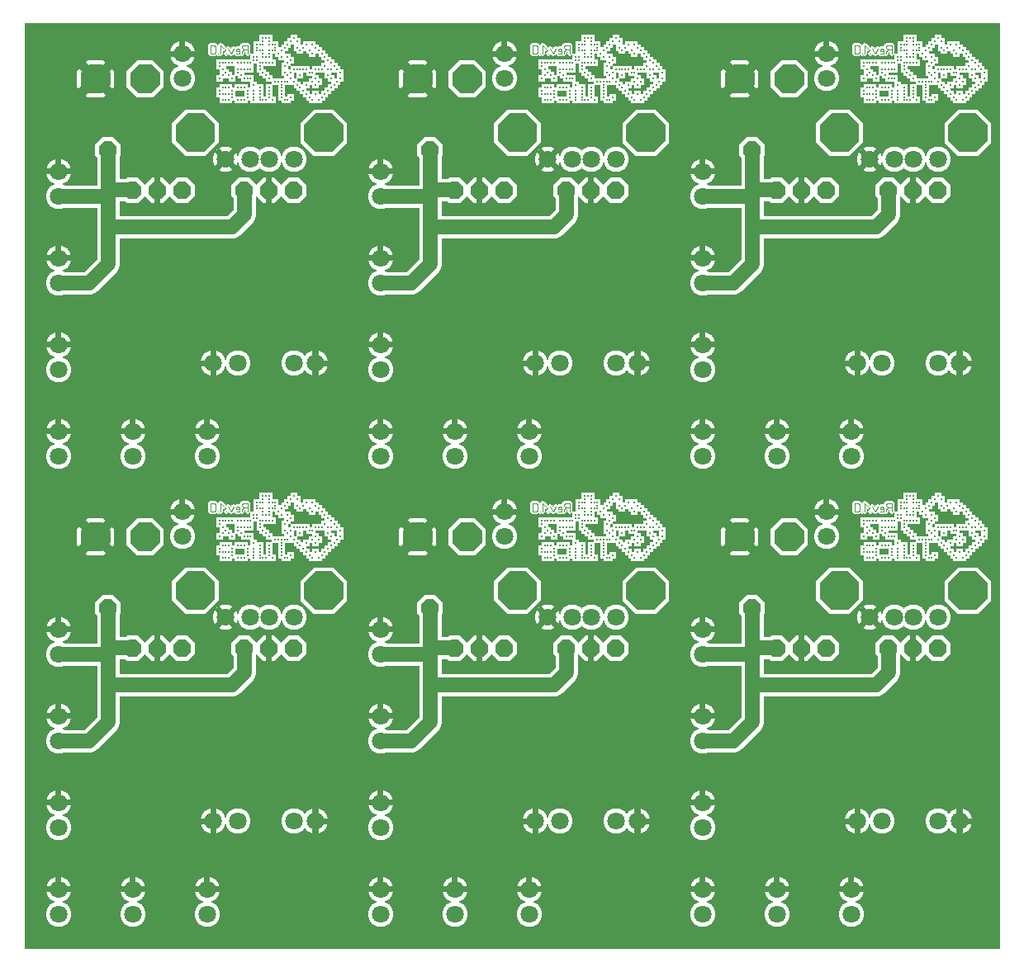
<source format=gbr>
%FSLAX34Y34*%
%MOMM*%
%LNSILK_TOP*%
G71*
G01*
%ADD10C, 2.60*%
%ADD11C, 2.60*%
%ADD12C, 2.30*%
%ADD13R, 0.67X0.67*%
%ADD14C, 0.51*%
%ADD15C, 1.00*%
%ADD16C, 0.60*%
%ADD17C, 1.80*%
%ADD18C, 1.80*%
%ADD19C, 1.50*%
%ADD20R, 0.27X0.27*%
%ADD21C, 0.11*%
%LPD*%
G36*
X0Y1000000D02*
X1000000Y1000000D01*
X1000000Y50000D01*
X0Y50000D01*
X0Y1000000D01*
G37*
%LPC*%
G36*
X142825Y935090D02*
X131710Y923975D01*
X115940Y923975D01*
X104825Y935090D01*
X104825Y950860D01*
X115940Y961975D01*
X131710Y961975D01*
X142825Y950860D01*
X142825Y935090D01*
G37*
G36*
X92025Y935090D02*
X80910Y923975D01*
X65140Y923975D01*
X54025Y935090D01*
X54025Y950860D01*
X65140Y961975D01*
X80910Y961975D01*
X92025Y950860D01*
X92025Y935090D01*
G37*
X34925Y822325D02*
G54D10*
D03*
X34925Y847725D02*
G54D10*
D03*
X34925Y733425D02*
G54D10*
D03*
X34925Y758825D02*
G54D10*
D03*
X34925Y644525D02*
G54D10*
D03*
X34925Y669925D02*
G54D10*
D03*
G36*
X54025Y950860D02*
X65140Y961975D01*
X80910Y961975D01*
X92025Y950860D01*
X92025Y935090D01*
X80910Y923975D01*
X65140Y923975D01*
X54025Y935090D01*
X54025Y950860D01*
G37*
X34925Y847725D02*
G54D10*
D03*
X34925Y758825D02*
G54D10*
D03*
X34925Y669925D02*
G54D10*
D03*
X206375Y860425D02*
G54D10*
D03*
G36*
X174925Y823280D02*
X167320Y815675D01*
X156530Y815675D01*
X148925Y823280D01*
X148925Y834070D01*
X156530Y841675D01*
X167320Y841675D01*
X174925Y834070D01*
X174925Y823280D01*
G37*
G36*
X149525Y823280D02*
X141920Y815675D01*
X131130Y815675D01*
X123525Y823280D01*
X123525Y834070D01*
X131130Y841675D01*
X141920Y841675D01*
X149525Y834070D01*
X149525Y823280D01*
G37*
G36*
X124125Y823280D02*
X116520Y815675D01*
X105730Y815675D01*
X98125Y823280D01*
X98125Y834070D01*
X105730Y841675D01*
X116520Y841675D01*
X124125Y834070D01*
X124125Y823280D01*
G37*
G36*
X289225Y823280D02*
X281620Y815675D01*
X270830Y815675D01*
X263225Y823280D01*
X263225Y834070D01*
X270830Y841675D01*
X281620Y841675D01*
X289225Y834070D01*
X289225Y823280D01*
G37*
G36*
X263825Y823280D02*
X256220Y815675D01*
X245430Y815675D01*
X237825Y823280D01*
X237825Y834070D01*
X245430Y841675D01*
X256220Y841675D01*
X263825Y834070D01*
X263825Y823280D01*
G37*
G36*
X238425Y823280D02*
X230820Y815675D01*
X220030Y815675D01*
X212425Y823280D01*
X212425Y834070D01*
X220030Y841675D01*
X230820Y841675D01*
X238425Y834070D01*
X238425Y823280D01*
G37*
G36*
X149525Y823280D02*
X141920Y815675D01*
X131130Y815675D01*
X123525Y823280D01*
X123525Y834070D01*
X131130Y841675D01*
X141920Y841675D01*
X149525Y834070D01*
X149525Y823280D01*
G37*
G36*
X263825Y823280D02*
X256220Y815675D01*
X245430Y815675D01*
X237825Y823280D01*
X237825Y834070D01*
X245430Y841675D01*
X256220Y841675D01*
X263825Y834070D01*
X263825Y823280D01*
G37*
G36*
X72725Y875345D02*
X80330Y882950D01*
X91120Y882950D01*
X98725Y875345D01*
X98725Y864555D01*
X91120Y856950D01*
X80330Y856950D01*
X72725Y864555D01*
X72725Y875345D01*
G37*
X276225Y860425D02*
G54D10*
D03*
X251222Y860425D02*
G54D10*
D03*
X231378Y860425D02*
G54D10*
D03*
X206375Y860425D02*
G54D10*
D03*
G36*
X330983Y877452D02*
X316943Y863412D01*
X297023Y863412D01*
X282983Y877452D01*
X282983Y897372D01*
X297023Y911412D01*
X316943Y911412D01*
X330983Y897372D01*
X330983Y877452D01*
G37*
G36*
X199419Y877452D02*
X185379Y863412D01*
X165459Y863412D01*
X151419Y877452D01*
X151419Y897372D01*
X165459Y911412D01*
X185379Y911412D01*
X199419Y897372D01*
X199419Y877452D01*
G37*
X161925Y968375D02*
G54D11*
D03*
X161925Y942975D02*
G54D11*
D03*
X187325Y555625D02*
G54D10*
D03*
X187325Y581025D02*
G54D10*
D03*
X187325Y581025D02*
G54D10*
D03*
X34925Y555625D02*
G54D10*
D03*
X34925Y581025D02*
G54D10*
D03*
X34925Y581025D02*
G54D10*
D03*
G54D12*
X34925Y733425D02*
X66675Y733425D01*
X85725Y752475D01*
X85725Y869950D01*
G54D12*
X34925Y822325D02*
X85725Y822325D01*
X193675Y650875D02*
G54D11*
D03*
X219075Y650875D02*
G54D11*
D03*
G54D12*
X225425Y828675D02*
X225425Y803275D01*
X212725Y790575D01*
X88900Y790575D01*
X85725Y787400D01*
X111125Y555625D02*
G54D10*
D03*
X111125Y581025D02*
G54D10*
D03*
X111125Y581025D02*
G54D10*
D03*
X323850Y942975D02*
G54D13*
D03*
X320675Y939800D02*
G54D13*
D03*
X317500Y936625D02*
G54D13*
D03*
X314325Y933450D02*
G54D13*
D03*
X323850Y949325D02*
G54D13*
D03*
X320675Y952500D02*
G54D13*
D03*
X317500Y955675D02*
G54D13*
D03*
X314325Y958850D02*
G54D13*
D03*
X311150Y962025D02*
G54D13*
D03*
X311150Y930275D02*
G54D13*
D03*
X307975Y927100D02*
G54D13*
D03*
X304800Y923925D02*
G54D13*
D03*
X301625Y920750D02*
G54D13*
D03*
X295275Y920750D02*
G54D13*
D03*
X292100Y923925D02*
G54D13*
D03*
X288925Y927100D02*
G54D13*
D03*
X285750Y930275D02*
G54D13*
D03*
X282575Y933450D02*
G54D13*
D03*
X279400Y936625D02*
G54D13*
D03*
X276225Y939800D02*
G54D13*
D03*
X273050Y942975D02*
G54D13*
D03*
X269875Y946150D02*
G54D13*
D03*
X307975Y965200D02*
G54D13*
D03*
X304800Y968375D02*
G54D13*
D03*
X301625Y971550D02*
G54D13*
D03*
X298450Y974725D02*
G54D13*
D03*
X282575Y971550D02*
G54D13*
D03*
X273050Y962025D02*
G54D13*
D03*
X269875Y965200D02*
G54D13*
D03*
X279400Y974725D02*
G54D13*
D03*
X279400Y981075D02*
G54D13*
D03*
X276225Y984250D02*
G54D13*
D03*
X273050Y981075D02*
G54D13*
D03*
X269875Y977900D02*
G54D13*
D03*
X266700Y974725D02*
G54D13*
D03*
X263525Y971550D02*
G54D13*
D03*
X260350Y968375D02*
G54D13*
D03*
X263525Y965200D02*
G54D13*
D03*
X314325Y952500D02*
G54D13*
D03*
X311150Y952500D02*
G54D13*
D03*
X307975Y955675D02*
G54D13*
D03*
X304800Y952500D02*
G54D13*
D03*
X301625Y952500D02*
G54D13*
D03*
X298450Y952500D02*
G54D13*
D03*
X295275Y949325D02*
G54D13*
D03*
X292100Y949325D02*
G54D13*
D03*
X288925Y952500D02*
G54D13*
D03*
X285750Y952500D02*
G54D13*
D03*
X282575Y952500D02*
G54D13*
D03*
X279400Y952500D02*
G54D13*
D03*
X276225Y952500D02*
G54D13*
D03*
X273050Y949325D02*
G54D13*
D03*
X257175Y977900D02*
G54D13*
D03*
X257175Y974725D02*
G54D13*
D03*
X257175Y971550D02*
G54D13*
D03*
X254000Y971550D02*
G54D13*
D03*
X254000Y977900D02*
G54D13*
D03*
X250825Y977900D02*
G54D13*
D03*
X250825Y981075D02*
G54D13*
D03*
X250825Y984250D02*
G54D13*
D03*
X247650Y984250D02*
G54D13*
D03*
X244475Y984250D02*
G54D13*
D03*
X244475Y981075D02*
G54D13*
D03*
X244475Y977900D02*
G54D13*
D03*
X241300Y977900D02*
G54D13*
D03*
X238125Y977900D02*
G54D13*
D03*
X238125Y974725D02*
G54D13*
D03*
X238125Y971550D02*
G54D13*
D03*
X241300Y971550D02*
G54D13*
D03*
X244475Y971550D02*
G54D13*
D03*
X250825Y971550D02*
G54D13*
D03*
X250825Y968375D02*
G54D13*
D03*
X250825Y965200D02*
G54D13*
D03*
X247650Y965200D02*
G54D13*
D03*
X244475Y965200D02*
G54D13*
D03*
X244475Y968375D02*
G54D13*
D03*
X295275Y977900D02*
G54D13*
D03*
X288925Y977900D02*
G54D13*
D03*
X285750Y974725D02*
G54D13*
D03*
X269875Y958850D02*
G54D13*
D03*
X266700Y955675D02*
G54D13*
D03*
X266700Y949325D02*
G54D13*
D03*
X269875Y939800D02*
G54D13*
D03*
X266700Y939800D02*
G54D13*
D03*
X263525Y939800D02*
G54D13*
D03*
X260350Y939800D02*
G54D13*
D03*
X257175Y939800D02*
G54D13*
D03*
X263525Y936625D02*
G54D13*
D03*
X263525Y933450D02*
G54D13*
D03*
X263525Y930275D02*
G54D13*
D03*
X263525Y927100D02*
G54D13*
D03*
X263525Y923925D02*
G54D13*
D03*
X266700Y920750D02*
G54D13*
D03*
X269875Y920750D02*
G54D13*
D03*
X273050Y923925D02*
G54D13*
D03*
X254000Y920750D02*
G54D13*
D03*
X250825Y923925D02*
G54D13*
D03*
X250825Y927100D02*
G54D13*
D03*
X250825Y930275D02*
G54D13*
D03*
X250825Y933450D02*
G54D13*
D03*
X247650Y920750D02*
G54D13*
D03*
X244475Y920750D02*
G54D13*
D03*
X241300Y920750D02*
G54D13*
D03*
X241300Y923925D02*
G54D13*
D03*
X241300Y927100D02*
G54D13*
D03*
X241300Y930275D02*
G54D13*
D03*
X241300Y933450D02*
G54D13*
D03*
X234950Y936625D02*
G54D13*
D03*
X234950Y930275D02*
G54D13*
D03*
X234950Y927100D02*
G54D13*
D03*
X234950Y923925D02*
G54D13*
D03*
X234950Y920750D02*
G54D13*
D03*
X228600Y923925D02*
G54D13*
D03*
X228600Y927100D02*
G54D13*
D03*
X228600Y930275D02*
G54D13*
D03*
X225425Y933450D02*
G54D13*
D03*
X222250Y933450D02*
G54D13*
D03*
X225425Y920750D02*
G54D13*
D03*
X222250Y920750D02*
G54D13*
D03*
X219075Y920750D02*
G54D13*
D03*
X219075Y933450D02*
G54D13*
D03*
X212725Y923925D02*
G54D13*
D03*
X212725Y927100D02*
G54D13*
D03*
X212725Y930275D02*
G54D13*
D03*
X209550Y933450D02*
G54D13*
D03*
X206375Y933450D02*
G54D13*
D03*
X203200Y933450D02*
G54D13*
D03*
X209550Y920750D02*
G54D13*
D03*
X206375Y920750D02*
G54D13*
D03*
X203200Y920750D02*
G54D13*
D03*
X200025Y930275D02*
G54D13*
D03*
X200025Y927100D02*
G54D13*
D03*
X203200Y927100D02*
G54D13*
D03*
X206375Y927100D02*
G54D13*
D03*
X209550Y927100D02*
G54D13*
D03*
X301625Y939800D02*
G54D13*
D03*
X298450Y936625D02*
G54D13*
D03*
X295275Y939800D02*
G54D13*
D03*
X298450Y942975D02*
G54D13*
D03*
X288925Y936625D02*
G54D13*
D03*
X311150Y946150D02*
G54D13*
D03*
X282575Y946150D02*
G54D13*
D03*
X298450Y927100D02*
G54D13*
D03*
X314325Y942975D02*
G54D13*
D03*
X254000Y958850D02*
G54D13*
D03*
X250825Y958850D02*
G54D13*
D03*
X247650Y958850D02*
G54D13*
D03*
X244475Y958850D02*
G54D13*
D03*
X241300Y958850D02*
G54D13*
D03*
X241300Y955675D02*
G54D13*
D03*
X241300Y952500D02*
G54D13*
D03*
X244475Y949325D02*
G54D13*
D03*
X247650Y946150D02*
G54D13*
D03*
X250825Y942975D02*
G54D13*
D03*
X238125Y965200D02*
G54D13*
D03*
X238125Y962025D02*
G54D13*
D03*
X234950Y962025D02*
G54D13*
D03*
X234950Y965200D02*
G54D13*
D03*
X231775Y958850D02*
G54D13*
D03*
X228600Y958850D02*
G54D13*
D03*
X225425Y958850D02*
G54D13*
D03*
X222250Y958850D02*
G54D13*
D03*
X219075Y958850D02*
G54D13*
D03*
X231775Y952500D02*
G54D13*
D03*
X228600Y952500D02*
G54D13*
D03*
X225425Y952500D02*
G54D13*
D03*
X222250Y952500D02*
G54D13*
D03*
X219075Y952500D02*
G54D13*
D03*
X219075Y949325D02*
G54D13*
D03*
X222250Y946150D02*
G54D13*
D03*
X225425Y942975D02*
G54D13*
D03*
X231775Y942975D02*
G54D13*
D03*
X228600Y942975D02*
G54D13*
D03*
X212725Y958850D02*
G54D13*
D03*
X209550Y958850D02*
G54D13*
D03*
X206375Y958850D02*
G54D13*
D03*
X203200Y958850D02*
G54D13*
D03*
X200025Y958850D02*
G54D13*
D03*
X200025Y955675D02*
G54D13*
D03*
X203200Y952500D02*
G54D13*
D03*
X206375Y949325D02*
G54D13*
D03*
X209550Y946150D02*
G54D13*
D03*
X212725Y942975D02*
G54D13*
D03*
X203200Y946150D02*
G54D13*
D03*
X200025Y942975D02*
G54D13*
D03*
X292100Y971550D02*
G54D13*
D03*
X295275Y968375D02*
G54D13*
D03*
G54D14*
X225933Y972819D02*
X223933Y971708D01*
X223267Y970597D01*
X223267Y968375D01*
G54D14*
X228600Y968375D02*
X228600Y977264D01*
X225267Y977264D01*
X223933Y976708D01*
X223267Y975597D01*
X223267Y974486D01*
X223933Y973375D01*
X225267Y972819D01*
X228600Y972819D01*
G54D14*
X216823Y968931D02*
X217890Y968375D01*
X219223Y968375D01*
X220556Y968931D01*
X220823Y970042D01*
X220823Y971931D01*
X220156Y973042D01*
X218823Y973375D01*
X217490Y973042D01*
X216823Y972264D01*
X216823Y971153D01*
X220823Y971153D01*
G54D14*
X214379Y973375D02*
X211712Y968375D01*
X209046Y973375D01*
G54D14*
X206602Y968375D02*
X206602Y968375D01*
G54D14*
X204158Y973931D02*
X200825Y977264D01*
X200825Y968375D01*
G54D14*
X198381Y968375D02*
X198381Y968375D01*
G54D14*
X190604Y975597D02*
X190604Y970042D01*
X191270Y968931D01*
X192604Y968375D01*
X193937Y968375D01*
X195270Y968931D01*
X195937Y970042D01*
X195937Y975597D01*
X195270Y976708D01*
X193937Y977264D01*
X192604Y977264D01*
X191270Y976708D01*
X190604Y975597D01*
G54D12*
X111125Y828675D02*
X85725Y828675D01*
X276225Y650875D02*
G54D11*
D03*
X298455Y650875D02*
G54D11*
D03*
G36*
X473025Y935090D02*
X461910Y923975D01*
X446140Y923975D01*
X435025Y935090D01*
X435025Y950860D01*
X446140Y961975D01*
X461910Y961975D01*
X473025Y950860D01*
X473025Y935090D01*
G37*
G36*
X422225Y935090D02*
X411110Y923975D01*
X395340Y923975D01*
X384225Y935090D01*
X384225Y950860D01*
X395340Y961975D01*
X411110Y961975D01*
X422225Y950860D01*
X422225Y935090D01*
G37*
X365125Y822325D02*
G54D10*
D03*
X365125Y847725D02*
G54D10*
D03*
X365125Y733425D02*
G54D10*
D03*
X365125Y758825D02*
G54D10*
D03*
X365125Y644525D02*
G54D10*
D03*
X365125Y669925D02*
G54D10*
D03*
G36*
X384225Y950860D02*
X395340Y961975D01*
X411110Y961975D01*
X422225Y950860D01*
X422225Y935090D01*
X411110Y923975D01*
X395340Y923975D01*
X384225Y935090D01*
X384225Y950860D01*
G37*
X365125Y847725D02*
G54D10*
D03*
X365125Y758825D02*
G54D10*
D03*
X365125Y669925D02*
G54D10*
D03*
X536575Y860425D02*
G54D10*
D03*
G36*
X505125Y823280D02*
X497520Y815675D01*
X486730Y815675D01*
X479125Y823280D01*
X479125Y834070D01*
X486730Y841675D01*
X497520Y841675D01*
X505125Y834070D01*
X505125Y823280D01*
G37*
G36*
X479725Y823280D02*
X472120Y815675D01*
X461330Y815675D01*
X453725Y823280D01*
X453725Y834070D01*
X461330Y841675D01*
X472120Y841675D01*
X479725Y834070D01*
X479725Y823280D01*
G37*
G36*
X454325Y823280D02*
X446720Y815675D01*
X435930Y815675D01*
X428325Y823280D01*
X428325Y834070D01*
X435930Y841675D01*
X446720Y841675D01*
X454325Y834070D01*
X454325Y823280D01*
G37*
G36*
X619425Y823280D02*
X611820Y815675D01*
X601030Y815675D01*
X593425Y823280D01*
X593425Y834070D01*
X601030Y841675D01*
X611820Y841675D01*
X619425Y834070D01*
X619425Y823280D01*
G37*
G36*
X594025Y823280D02*
X586420Y815675D01*
X575630Y815675D01*
X568025Y823280D01*
X568025Y834070D01*
X575630Y841675D01*
X586420Y841675D01*
X594025Y834070D01*
X594025Y823280D01*
G37*
G36*
X568625Y823280D02*
X561020Y815675D01*
X550230Y815675D01*
X542625Y823280D01*
X542625Y834070D01*
X550230Y841675D01*
X561020Y841675D01*
X568625Y834070D01*
X568625Y823280D01*
G37*
G36*
X479725Y823280D02*
X472120Y815675D01*
X461330Y815675D01*
X453725Y823280D01*
X453725Y834070D01*
X461330Y841675D01*
X472120Y841675D01*
X479725Y834070D01*
X479725Y823280D01*
G37*
G36*
X594025Y823280D02*
X586420Y815675D01*
X575630Y815675D01*
X568025Y823280D01*
X568025Y834070D01*
X575630Y841675D01*
X586420Y841675D01*
X594025Y834070D01*
X594025Y823280D01*
G37*
G36*
X402925Y875345D02*
X410530Y882950D01*
X421320Y882950D01*
X428925Y875345D01*
X428925Y864555D01*
X421320Y856950D01*
X410530Y856950D01*
X402925Y864555D01*
X402925Y875345D01*
G37*
X606425Y860425D02*
G54D10*
D03*
X581422Y860425D02*
G54D10*
D03*
X561578Y860425D02*
G54D10*
D03*
X536575Y860425D02*
G54D10*
D03*
G36*
X661183Y877452D02*
X647143Y863412D01*
X627223Y863412D01*
X613183Y877452D01*
X613183Y897372D01*
X627223Y911412D01*
X647143Y911412D01*
X661183Y897372D01*
X661183Y877452D01*
G37*
G36*
X529619Y877452D02*
X515579Y863412D01*
X495659Y863412D01*
X481619Y877452D01*
X481619Y897372D01*
X495659Y911412D01*
X515579Y911412D01*
X529619Y897372D01*
X529619Y877452D01*
G37*
X492125Y968375D02*
G54D11*
D03*
X492125Y942975D02*
G54D11*
D03*
X517525Y555625D02*
G54D10*
D03*
X517525Y581025D02*
G54D10*
D03*
X517525Y581025D02*
G54D10*
D03*
X365125Y555625D02*
G54D10*
D03*
X365125Y581025D02*
G54D10*
D03*
X365125Y581025D02*
G54D10*
D03*
G54D12*
X365125Y733425D02*
X396875Y733425D01*
X415925Y752475D01*
X415925Y869950D01*
G54D12*
X365125Y822325D02*
X415925Y822325D01*
X523875Y650875D02*
G54D11*
D03*
X549275Y650875D02*
G54D11*
D03*
G54D12*
X555625Y828675D02*
X555625Y803275D01*
X542925Y790575D01*
X419100Y790575D01*
X415925Y787400D01*
X441325Y555625D02*
G54D10*
D03*
X441325Y581025D02*
G54D10*
D03*
X441325Y581025D02*
G54D10*
D03*
X654050Y942975D02*
G54D13*
D03*
X650875Y939800D02*
G54D13*
D03*
X647700Y936625D02*
G54D13*
D03*
X644525Y933450D02*
G54D13*
D03*
X654050Y949325D02*
G54D13*
D03*
X650875Y952500D02*
G54D13*
D03*
X647700Y955675D02*
G54D13*
D03*
X644525Y958850D02*
G54D13*
D03*
X641350Y962025D02*
G54D13*
D03*
X641350Y930275D02*
G54D13*
D03*
X638175Y927100D02*
G54D13*
D03*
X635000Y923925D02*
G54D13*
D03*
X631825Y920750D02*
G54D13*
D03*
X625475Y920750D02*
G54D13*
D03*
X622300Y923925D02*
G54D13*
D03*
X619125Y927100D02*
G54D13*
D03*
X615950Y930275D02*
G54D13*
D03*
X612775Y933450D02*
G54D13*
D03*
X609600Y936625D02*
G54D13*
D03*
X606425Y939800D02*
G54D13*
D03*
X603250Y942975D02*
G54D13*
D03*
X600075Y946150D02*
G54D13*
D03*
X638175Y965200D02*
G54D13*
D03*
X635000Y968375D02*
G54D13*
D03*
X631825Y971550D02*
G54D13*
D03*
X628650Y974725D02*
G54D13*
D03*
X612775Y971550D02*
G54D13*
D03*
X603250Y962025D02*
G54D13*
D03*
X600075Y965200D02*
G54D13*
D03*
X609600Y974725D02*
G54D13*
D03*
X609600Y981075D02*
G54D13*
D03*
X606425Y984250D02*
G54D13*
D03*
X603250Y981075D02*
G54D13*
D03*
X600075Y977900D02*
G54D13*
D03*
X596900Y974725D02*
G54D13*
D03*
X593725Y971550D02*
G54D13*
D03*
X590550Y968375D02*
G54D13*
D03*
X593725Y965200D02*
G54D13*
D03*
X644525Y952500D02*
G54D13*
D03*
X641350Y952500D02*
G54D13*
D03*
X638175Y955675D02*
G54D13*
D03*
X635000Y952500D02*
G54D13*
D03*
X631825Y952500D02*
G54D13*
D03*
X628650Y952500D02*
G54D13*
D03*
X625475Y949325D02*
G54D13*
D03*
X622300Y949325D02*
G54D13*
D03*
X619125Y952500D02*
G54D13*
D03*
X615950Y952500D02*
G54D13*
D03*
X612775Y952500D02*
G54D13*
D03*
X609600Y952500D02*
G54D13*
D03*
X606425Y952500D02*
G54D13*
D03*
X603250Y949325D02*
G54D13*
D03*
X587375Y977900D02*
G54D13*
D03*
X587375Y974725D02*
G54D13*
D03*
X587375Y971550D02*
G54D13*
D03*
X584200Y971550D02*
G54D13*
D03*
X584200Y977900D02*
G54D13*
D03*
X581025Y977900D02*
G54D13*
D03*
X581025Y981075D02*
G54D13*
D03*
X581025Y984250D02*
G54D13*
D03*
X577850Y984250D02*
G54D13*
D03*
X574675Y984250D02*
G54D13*
D03*
X574675Y981075D02*
G54D13*
D03*
X574675Y977900D02*
G54D13*
D03*
X571500Y977900D02*
G54D13*
D03*
X568325Y977900D02*
G54D13*
D03*
X568325Y974725D02*
G54D13*
D03*
X568325Y971550D02*
G54D13*
D03*
X571500Y971550D02*
G54D13*
D03*
X574675Y971550D02*
G54D13*
D03*
X581025Y971550D02*
G54D13*
D03*
X581025Y968375D02*
G54D13*
D03*
X581025Y965200D02*
G54D13*
D03*
X577850Y965200D02*
G54D13*
D03*
X574675Y965200D02*
G54D13*
D03*
X574675Y968375D02*
G54D13*
D03*
X625475Y977900D02*
G54D13*
D03*
X619125Y977900D02*
G54D13*
D03*
X615950Y974725D02*
G54D13*
D03*
X600075Y958850D02*
G54D13*
D03*
X596900Y955675D02*
G54D13*
D03*
X596900Y949325D02*
G54D13*
D03*
X600075Y939800D02*
G54D13*
D03*
X596900Y939800D02*
G54D13*
D03*
X593725Y939800D02*
G54D13*
D03*
X590550Y939800D02*
G54D13*
D03*
X587375Y939800D02*
G54D13*
D03*
X593725Y936625D02*
G54D13*
D03*
X593725Y933450D02*
G54D13*
D03*
X593725Y930275D02*
G54D13*
D03*
X593725Y927100D02*
G54D13*
D03*
X593725Y923925D02*
G54D13*
D03*
X596900Y920750D02*
G54D13*
D03*
X600075Y920750D02*
G54D13*
D03*
X603250Y923925D02*
G54D13*
D03*
X584200Y920750D02*
G54D13*
D03*
X581025Y923925D02*
G54D13*
D03*
X581025Y927100D02*
G54D13*
D03*
X581025Y930275D02*
G54D13*
D03*
X581025Y933450D02*
G54D13*
D03*
X577850Y920750D02*
G54D13*
D03*
X574675Y920750D02*
G54D13*
D03*
X571500Y920750D02*
G54D13*
D03*
X571500Y923925D02*
G54D13*
D03*
X571500Y927100D02*
G54D13*
D03*
X571500Y930275D02*
G54D13*
D03*
X571500Y933450D02*
G54D13*
D03*
X565150Y936625D02*
G54D13*
D03*
X565150Y930275D02*
G54D13*
D03*
X565150Y927100D02*
G54D13*
D03*
X565150Y923925D02*
G54D13*
D03*
X565150Y920750D02*
G54D13*
D03*
X558800Y923925D02*
G54D13*
D03*
X558800Y927100D02*
G54D13*
D03*
X558800Y930275D02*
G54D13*
D03*
X555625Y933450D02*
G54D13*
D03*
X552450Y933450D02*
G54D13*
D03*
X555625Y920750D02*
G54D13*
D03*
X552450Y920750D02*
G54D13*
D03*
X549275Y920750D02*
G54D13*
D03*
X549275Y933450D02*
G54D13*
D03*
X542925Y923925D02*
G54D13*
D03*
X542925Y927100D02*
G54D13*
D03*
X542925Y930275D02*
G54D13*
D03*
X539750Y933450D02*
G54D13*
D03*
X536575Y933450D02*
G54D13*
D03*
X533400Y933450D02*
G54D13*
D03*
X539750Y920750D02*
G54D13*
D03*
X536575Y920750D02*
G54D13*
D03*
X533400Y920750D02*
G54D13*
D03*
X530225Y930275D02*
G54D13*
D03*
X530225Y927100D02*
G54D13*
D03*
X533400Y927100D02*
G54D13*
D03*
X536575Y927100D02*
G54D13*
D03*
X539750Y927100D02*
G54D13*
D03*
X631825Y939800D02*
G54D13*
D03*
X628650Y936625D02*
G54D13*
D03*
X625475Y939800D02*
G54D13*
D03*
X628650Y942975D02*
G54D13*
D03*
X619125Y936625D02*
G54D13*
D03*
X641350Y946150D02*
G54D13*
D03*
X612775Y946150D02*
G54D13*
D03*
X628650Y927100D02*
G54D13*
D03*
X644525Y942975D02*
G54D13*
D03*
X584200Y958850D02*
G54D13*
D03*
X581025Y958850D02*
G54D13*
D03*
X577850Y958850D02*
G54D13*
D03*
X574675Y958850D02*
G54D13*
D03*
X571500Y958850D02*
G54D13*
D03*
X571500Y955675D02*
G54D13*
D03*
X571500Y952500D02*
G54D13*
D03*
X574675Y949325D02*
G54D13*
D03*
X577850Y946150D02*
G54D13*
D03*
X581025Y942975D02*
G54D13*
D03*
X568325Y965200D02*
G54D13*
D03*
X568325Y962025D02*
G54D13*
D03*
X565150Y962025D02*
G54D13*
D03*
X565150Y965200D02*
G54D13*
D03*
X561975Y958850D02*
G54D13*
D03*
X558800Y958850D02*
G54D13*
D03*
X555625Y958850D02*
G54D13*
D03*
X552450Y958850D02*
G54D13*
D03*
X549275Y958850D02*
G54D13*
D03*
X561975Y952500D02*
G54D13*
D03*
X558800Y952500D02*
G54D13*
D03*
X555625Y952500D02*
G54D13*
D03*
X552450Y952500D02*
G54D13*
D03*
X549275Y952500D02*
G54D13*
D03*
X549275Y949325D02*
G54D13*
D03*
X552450Y946150D02*
G54D13*
D03*
X555625Y942975D02*
G54D13*
D03*
X561975Y942975D02*
G54D13*
D03*
X558800Y942975D02*
G54D13*
D03*
X542925Y958850D02*
G54D13*
D03*
X539750Y958850D02*
G54D13*
D03*
X536575Y958850D02*
G54D13*
D03*
X533400Y958850D02*
G54D13*
D03*
X530225Y958850D02*
G54D13*
D03*
X530225Y955675D02*
G54D13*
D03*
X533400Y952500D02*
G54D13*
D03*
X536575Y949325D02*
G54D13*
D03*
X539750Y946150D02*
G54D13*
D03*
X542925Y942975D02*
G54D13*
D03*
X533400Y946150D02*
G54D13*
D03*
X530225Y942975D02*
G54D13*
D03*
X622300Y971550D02*
G54D13*
D03*
X625475Y968375D02*
G54D13*
D03*
G54D14*
X556133Y972819D02*
X554133Y971708D01*
X553467Y970597D01*
X553467Y968375D01*
G54D14*
X558800Y968375D02*
X558800Y977264D01*
X555467Y977264D01*
X554133Y976708D01*
X553467Y975597D01*
X553467Y974486D01*
X554133Y973375D01*
X555467Y972819D01*
X558800Y972819D01*
G54D14*
X547023Y968931D02*
X548090Y968375D01*
X549423Y968375D01*
X550756Y968931D01*
X551023Y970042D01*
X551023Y971931D01*
X550356Y973042D01*
X549023Y973375D01*
X547690Y973042D01*
X547023Y972264D01*
X547023Y971153D01*
X551023Y971153D01*
G54D14*
X544579Y973375D02*
X541912Y968375D01*
X539246Y973375D01*
G54D14*
X536802Y968375D02*
X536802Y968375D01*
G54D14*
X534358Y973931D02*
X531025Y977264D01*
X531025Y968375D01*
G54D14*
X528581Y968375D02*
X528581Y968375D01*
G54D14*
X520804Y975597D02*
X520804Y970042D01*
X521470Y968931D01*
X522804Y968375D01*
X524137Y968375D01*
X525470Y968931D01*
X526137Y970042D01*
X526137Y975597D01*
X525470Y976708D01*
X524137Y977264D01*
X522804Y977264D01*
X521470Y976708D01*
X520804Y975597D01*
G54D12*
X441325Y828675D02*
X415925Y828675D01*
X606425Y650875D02*
G54D11*
D03*
X628655Y650875D02*
G54D11*
D03*
G36*
X803225Y935090D02*
X792110Y923975D01*
X776340Y923975D01*
X765225Y935090D01*
X765225Y950860D01*
X776340Y961975D01*
X792110Y961975D01*
X803225Y950860D01*
X803225Y935090D01*
G37*
G36*
X752425Y935090D02*
X741310Y923975D01*
X725540Y923975D01*
X714425Y935090D01*
X714425Y950860D01*
X725540Y961975D01*
X741310Y961975D01*
X752425Y950860D01*
X752425Y935090D01*
G37*
X695325Y822325D02*
G54D10*
D03*
X695325Y847725D02*
G54D10*
D03*
X695325Y733425D02*
G54D10*
D03*
X695325Y758825D02*
G54D10*
D03*
X695325Y644525D02*
G54D10*
D03*
X695325Y669925D02*
G54D10*
D03*
G36*
X714425Y950860D02*
X725540Y961975D01*
X741310Y961975D01*
X752425Y950860D01*
X752425Y935090D01*
X741310Y923975D01*
X725540Y923975D01*
X714425Y935090D01*
X714425Y950860D01*
G37*
X695325Y847725D02*
G54D10*
D03*
X695325Y758825D02*
G54D10*
D03*
X695325Y669925D02*
G54D10*
D03*
X866775Y860425D02*
G54D10*
D03*
G36*
X835325Y823280D02*
X827720Y815675D01*
X816930Y815675D01*
X809325Y823280D01*
X809325Y834070D01*
X816930Y841675D01*
X827720Y841675D01*
X835325Y834070D01*
X835325Y823280D01*
G37*
G36*
X809925Y823280D02*
X802320Y815675D01*
X791530Y815675D01*
X783925Y823280D01*
X783925Y834070D01*
X791530Y841675D01*
X802320Y841675D01*
X809925Y834070D01*
X809925Y823280D01*
G37*
G36*
X784525Y823280D02*
X776920Y815675D01*
X766130Y815675D01*
X758525Y823280D01*
X758525Y834070D01*
X766130Y841675D01*
X776920Y841675D01*
X784525Y834070D01*
X784525Y823280D01*
G37*
G36*
X949625Y823280D02*
X942020Y815675D01*
X931230Y815675D01*
X923625Y823280D01*
X923625Y834070D01*
X931230Y841675D01*
X942020Y841675D01*
X949625Y834070D01*
X949625Y823280D01*
G37*
G36*
X924225Y823280D02*
X916620Y815675D01*
X905830Y815675D01*
X898225Y823280D01*
X898225Y834070D01*
X905830Y841675D01*
X916620Y841675D01*
X924225Y834070D01*
X924225Y823280D01*
G37*
G36*
X898825Y823280D02*
X891220Y815675D01*
X880430Y815675D01*
X872825Y823280D01*
X872825Y834070D01*
X880430Y841675D01*
X891220Y841675D01*
X898825Y834070D01*
X898825Y823280D01*
G37*
G36*
X809925Y823280D02*
X802320Y815675D01*
X791530Y815675D01*
X783925Y823280D01*
X783925Y834070D01*
X791530Y841675D01*
X802320Y841675D01*
X809925Y834070D01*
X809925Y823280D01*
G37*
G36*
X924225Y823280D02*
X916620Y815675D01*
X905830Y815675D01*
X898225Y823280D01*
X898225Y834070D01*
X905830Y841675D01*
X916620Y841675D01*
X924225Y834070D01*
X924225Y823280D01*
G37*
G36*
X733125Y875345D02*
X740730Y882950D01*
X751520Y882950D01*
X759125Y875345D01*
X759125Y864555D01*
X751520Y856950D01*
X740730Y856950D01*
X733125Y864555D01*
X733125Y875345D01*
G37*
X936625Y860425D02*
G54D10*
D03*
X911622Y860425D02*
G54D10*
D03*
X891778Y860425D02*
G54D10*
D03*
X866775Y860425D02*
G54D10*
D03*
G36*
X991383Y877452D02*
X977343Y863412D01*
X957423Y863412D01*
X943383Y877452D01*
X943383Y897372D01*
X957423Y911412D01*
X977343Y911412D01*
X991383Y897372D01*
X991383Y877452D01*
G37*
G36*
X859819Y877452D02*
X845779Y863412D01*
X825859Y863412D01*
X811819Y877452D01*
X811819Y897372D01*
X825859Y911412D01*
X845779Y911412D01*
X859819Y897372D01*
X859819Y877452D01*
G37*
X822325Y968375D02*
G54D11*
D03*
X822325Y942975D02*
G54D11*
D03*
X847725Y555625D02*
G54D10*
D03*
X847725Y581025D02*
G54D10*
D03*
X847725Y581025D02*
G54D10*
D03*
X695325Y555625D02*
G54D10*
D03*
X695325Y581025D02*
G54D10*
D03*
X695325Y581025D02*
G54D10*
D03*
G54D12*
X695325Y733425D02*
X727075Y733425D01*
X746125Y752475D01*
X746125Y869950D01*
G54D12*
X695325Y822325D02*
X746125Y822325D01*
X854075Y650875D02*
G54D11*
D03*
X879475Y650875D02*
G54D11*
D03*
G54D12*
X885825Y828675D02*
X885825Y803275D01*
X873125Y790575D01*
X749300Y790575D01*
X746125Y787400D01*
X771525Y555625D02*
G54D10*
D03*
X771525Y581025D02*
G54D10*
D03*
X771525Y581025D02*
G54D10*
D03*
X984250Y942975D02*
G54D13*
D03*
X981075Y939800D02*
G54D13*
D03*
X977900Y936625D02*
G54D13*
D03*
X974725Y933450D02*
G54D13*
D03*
X984250Y949325D02*
G54D13*
D03*
X981075Y952500D02*
G54D13*
D03*
X977900Y955675D02*
G54D13*
D03*
X974725Y958850D02*
G54D13*
D03*
X971550Y962025D02*
G54D13*
D03*
X971550Y930275D02*
G54D13*
D03*
X968375Y927100D02*
G54D13*
D03*
X965200Y923925D02*
G54D13*
D03*
X962025Y920750D02*
G54D13*
D03*
X955675Y920750D02*
G54D13*
D03*
X952500Y923925D02*
G54D13*
D03*
X949325Y927100D02*
G54D13*
D03*
X946150Y930275D02*
G54D13*
D03*
X942975Y933450D02*
G54D13*
D03*
X939800Y936625D02*
G54D13*
D03*
X936625Y939800D02*
G54D13*
D03*
X933450Y942975D02*
G54D13*
D03*
X930275Y946150D02*
G54D13*
D03*
X968375Y965200D02*
G54D13*
D03*
X965200Y968375D02*
G54D13*
D03*
X962025Y971550D02*
G54D13*
D03*
X958850Y974725D02*
G54D13*
D03*
X942975Y971550D02*
G54D13*
D03*
X933450Y962025D02*
G54D13*
D03*
X930275Y965200D02*
G54D13*
D03*
X939800Y974725D02*
G54D13*
D03*
X939800Y981075D02*
G54D13*
D03*
X936625Y984250D02*
G54D13*
D03*
X933450Y981075D02*
G54D13*
D03*
X930275Y977900D02*
G54D13*
D03*
X927100Y974725D02*
G54D13*
D03*
X923925Y971550D02*
G54D13*
D03*
X920750Y968375D02*
G54D13*
D03*
X923925Y965200D02*
G54D13*
D03*
X974725Y952500D02*
G54D13*
D03*
X971550Y952500D02*
G54D13*
D03*
X968375Y955675D02*
G54D13*
D03*
X965200Y952500D02*
G54D13*
D03*
X962025Y952500D02*
G54D13*
D03*
X958850Y952500D02*
G54D13*
D03*
X955675Y949325D02*
G54D13*
D03*
X952500Y949325D02*
G54D13*
D03*
X949325Y952500D02*
G54D13*
D03*
X946150Y952500D02*
G54D13*
D03*
X942975Y952500D02*
G54D13*
D03*
X939800Y952500D02*
G54D13*
D03*
X936625Y952500D02*
G54D13*
D03*
X933450Y949325D02*
G54D13*
D03*
X917575Y977900D02*
G54D13*
D03*
X917575Y974725D02*
G54D13*
D03*
X917575Y971550D02*
G54D13*
D03*
X914400Y971550D02*
G54D13*
D03*
X914400Y977900D02*
G54D13*
D03*
X911225Y977900D02*
G54D13*
D03*
X911225Y981075D02*
G54D13*
D03*
X911225Y984250D02*
G54D13*
D03*
X908050Y984250D02*
G54D13*
D03*
X904875Y984250D02*
G54D13*
D03*
X904875Y981075D02*
G54D13*
D03*
X904875Y977900D02*
G54D13*
D03*
X901700Y977900D02*
G54D13*
D03*
X898525Y977900D02*
G54D13*
D03*
X898525Y974725D02*
G54D13*
D03*
X898525Y971550D02*
G54D13*
D03*
X901700Y971550D02*
G54D13*
D03*
X904875Y971550D02*
G54D13*
D03*
X911225Y971550D02*
G54D13*
D03*
X911225Y968375D02*
G54D13*
D03*
X911225Y965200D02*
G54D13*
D03*
X908050Y965200D02*
G54D13*
D03*
X904875Y965200D02*
G54D13*
D03*
X904875Y968375D02*
G54D13*
D03*
X955675Y977900D02*
G54D13*
D03*
X949325Y977900D02*
G54D13*
D03*
X946150Y974725D02*
G54D13*
D03*
X930275Y958850D02*
G54D13*
D03*
X927100Y955675D02*
G54D13*
D03*
X927100Y949325D02*
G54D13*
D03*
X930275Y939800D02*
G54D13*
D03*
X927100Y939800D02*
G54D13*
D03*
X923925Y939800D02*
G54D13*
D03*
X920750Y939800D02*
G54D13*
D03*
X917575Y939800D02*
G54D13*
D03*
X923925Y936625D02*
G54D13*
D03*
X923925Y933450D02*
G54D13*
D03*
X923925Y930275D02*
G54D13*
D03*
X923925Y927100D02*
G54D13*
D03*
X923925Y923925D02*
G54D13*
D03*
X927100Y920750D02*
G54D13*
D03*
X930275Y920750D02*
G54D13*
D03*
X933450Y923925D02*
G54D13*
D03*
X914400Y920750D02*
G54D13*
D03*
X911225Y923925D02*
G54D13*
D03*
X911225Y927100D02*
G54D13*
D03*
X911225Y930275D02*
G54D13*
D03*
X911225Y933450D02*
G54D13*
D03*
X908050Y920750D02*
G54D13*
D03*
X904875Y920750D02*
G54D13*
D03*
X901700Y920750D02*
G54D13*
D03*
X901700Y923925D02*
G54D13*
D03*
X901700Y927100D02*
G54D13*
D03*
X901700Y930275D02*
G54D13*
D03*
X901700Y933450D02*
G54D13*
D03*
X895350Y936625D02*
G54D13*
D03*
X895350Y930275D02*
G54D13*
D03*
X895350Y927100D02*
G54D13*
D03*
X895350Y923925D02*
G54D13*
D03*
X895350Y920750D02*
G54D13*
D03*
X889000Y923925D02*
G54D13*
D03*
X889000Y927100D02*
G54D13*
D03*
X889000Y930275D02*
G54D13*
D03*
X885825Y933450D02*
G54D13*
D03*
X882650Y933450D02*
G54D13*
D03*
X885825Y920750D02*
G54D13*
D03*
X882650Y920750D02*
G54D13*
D03*
X879475Y920750D02*
G54D13*
D03*
X879475Y933450D02*
G54D13*
D03*
X873125Y923925D02*
G54D13*
D03*
X873125Y927100D02*
G54D13*
D03*
X873125Y930275D02*
G54D13*
D03*
X869950Y933450D02*
G54D13*
D03*
X866775Y933450D02*
G54D13*
D03*
X863600Y933450D02*
G54D13*
D03*
X869950Y920750D02*
G54D13*
D03*
X866775Y920750D02*
G54D13*
D03*
X863600Y920750D02*
G54D13*
D03*
X860425Y930275D02*
G54D13*
D03*
X860425Y927100D02*
G54D13*
D03*
X863600Y927100D02*
G54D13*
D03*
X866775Y927100D02*
G54D13*
D03*
X869950Y927100D02*
G54D13*
D03*
X962025Y939800D02*
G54D13*
D03*
X958850Y936625D02*
G54D13*
D03*
X955675Y939800D02*
G54D13*
D03*
X958850Y942975D02*
G54D13*
D03*
X949325Y936625D02*
G54D13*
D03*
X971550Y946150D02*
G54D13*
D03*
X942975Y946150D02*
G54D13*
D03*
X958850Y927100D02*
G54D13*
D03*
X974725Y942975D02*
G54D13*
D03*
X914400Y958850D02*
G54D13*
D03*
X911225Y958850D02*
G54D13*
D03*
X908050Y958850D02*
G54D13*
D03*
X904875Y958850D02*
G54D13*
D03*
X901700Y958850D02*
G54D13*
D03*
X901700Y955675D02*
G54D13*
D03*
X901700Y952500D02*
G54D13*
D03*
X904875Y949325D02*
G54D13*
D03*
X908050Y946150D02*
G54D13*
D03*
X911225Y942975D02*
G54D13*
D03*
X898525Y965200D02*
G54D13*
D03*
X898525Y962025D02*
G54D13*
D03*
X895350Y962025D02*
G54D13*
D03*
X895350Y965200D02*
G54D13*
D03*
X892175Y958850D02*
G54D13*
D03*
X889000Y958850D02*
G54D13*
D03*
X885825Y958850D02*
G54D13*
D03*
X882650Y958850D02*
G54D13*
D03*
X879475Y958850D02*
G54D13*
D03*
X892175Y952500D02*
G54D13*
D03*
X889000Y952500D02*
G54D13*
D03*
X885825Y952500D02*
G54D13*
D03*
X882650Y952500D02*
G54D13*
D03*
X879475Y952500D02*
G54D13*
D03*
X879475Y949325D02*
G54D13*
D03*
X882650Y946150D02*
G54D13*
D03*
X885825Y942975D02*
G54D13*
D03*
X892175Y942975D02*
G54D13*
D03*
X889000Y942975D02*
G54D13*
D03*
X873125Y958850D02*
G54D13*
D03*
X869950Y958850D02*
G54D13*
D03*
X866775Y958850D02*
G54D13*
D03*
X863600Y958850D02*
G54D13*
D03*
X860425Y958850D02*
G54D13*
D03*
X860425Y955675D02*
G54D13*
D03*
X863600Y952500D02*
G54D13*
D03*
X866775Y949325D02*
G54D13*
D03*
X869950Y946150D02*
G54D13*
D03*
X873125Y942975D02*
G54D13*
D03*
X863600Y946150D02*
G54D13*
D03*
X860425Y942975D02*
G54D13*
D03*
X952500Y971550D02*
G54D13*
D03*
X955675Y968375D02*
G54D13*
D03*
G54D14*
X886333Y972819D02*
X884333Y971708D01*
X883667Y970597D01*
X883667Y968375D01*
G54D14*
X889000Y968375D02*
X889000Y977264D01*
X885667Y977264D01*
X884333Y976708D01*
X883667Y975597D01*
X883667Y974486D01*
X884333Y973375D01*
X885667Y972819D01*
X889000Y972819D01*
G54D14*
X877223Y968931D02*
X878290Y968375D01*
X879623Y968375D01*
X880956Y968931D01*
X881223Y970042D01*
X881223Y971931D01*
X880556Y973042D01*
X879223Y973375D01*
X877890Y973042D01*
X877223Y972264D01*
X877223Y971153D01*
X881223Y971153D01*
G54D14*
X874779Y973375D02*
X872112Y968375D01*
X869446Y973375D01*
G54D14*
X867002Y968375D02*
X867002Y968375D01*
G54D14*
X864558Y973931D02*
X861225Y977264D01*
X861225Y968375D01*
G54D14*
X858781Y968375D02*
X858781Y968375D01*
G54D14*
X851004Y975597D02*
X851004Y970042D01*
X851670Y968931D01*
X853004Y968375D01*
X854337Y968375D01*
X855670Y968931D01*
X856337Y970042D01*
X856337Y975597D01*
X855670Y976708D01*
X854337Y977264D01*
X853004Y977264D01*
X851670Y976708D01*
X851004Y975597D01*
G54D12*
X771525Y828675D02*
X746125Y828675D01*
X936625Y650875D02*
G54D11*
D03*
X958855Y650875D02*
G54D11*
D03*
G36*
X142825Y465190D02*
X131710Y454075D01*
X115940Y454075D01*
X104825Y465190D01*
X104825Y480960D01*
X115940Y492075D01*
X131710Y492075D01*
X142825Y480960D01*
X142825Y465190D01*
G37*
G36*
X92025Y465190D02*
X80910Y454075D01*
X65140Y454075D01*
X54025Y465190D01*
X54025Y480960D01*
X65140Y492075D01*
X80910Y492075D01*
X92025Y480960D01*
X92025Y465190D01*
G37*
X34925Y352425D02*
G54D10*
D03*
X34925Y377825D02*
G54D10*
D03*
X34925Y263525D02*
G54D10*
D03*
X34925Y288925D02*
G54D10*
D03*
X34925Y174625D02*
G54D10*
D03*
X34925Y200025D02*
G54D10*
D03*
G36*
X54025Y480960D02*
X65140Y492075D01*
X80910Y492075D01*
X92025Y480960D01*
X92025Y465190D01*
X80910Y454075D01*
X65140Y454075D01*
X54025Y465190D01*
X54025Y480960D01*
G37*
X34925Y377825D02*
G54D10*
D03*
X34925Y288925D02*
G54D10*
D03*
X34925Y200025D02*
G54D10*
D03*
X206375Y390525D02*
G54D10*
D03*
G36*
X174925Y353380D02*
X167320Y345775D01*
X156530Y345775D01*
X148925Y353380D01*
X148925Y364170D01*
X156530Y371775D01*
X167320Y371775D01*
X174925Y364170D01*
X174925Y353380D01*
G37*
G36*
X149525Y353380D02*
X141920Y345775D01*
X131130Y345775D01*
X123525Y353380D01*
X123525Y364170D01*
X131130Y371775D01*
X141920Y371775D01*
X149525Y364170D01*
X149525Y353380D01*
G37*
G36*
X124125Y353380D02*
X116520Y345775D01*
X105730Y345775D01*
X98125Y353380D01*
X98125Y364170D01*
X105730Y371775D01*
X116520Y371775D01*
X124125Y364170D01*
X124125Y353380D01*
G37*
G36*
X289225Y353380D02*
X281620Y345775D01*
X270830Y345775D01*
X263225Y353380D01*
X263225Y364170D01*
X270830Y371775D01*
X281620Y371775D01*
X289225Y364170D01*
X289225Y353380D01*
G37*
G36*
X263825Y353380D02*
X256220Y345775D01*
X245430Y345775D01*
X237825Y353380D01*
X237825Y364170D01*
X245430Y371775D01*
X256220Y371775D01*
X263825Y364170D01*
X263825Y353380D01*
G37*
G36*
X238425Y353380D02*
X230820Y345775D01*
X220030Y345775D01*
X212425Y353380D01*
X212425Y364170D01*
X220030Y371775D01*
X230820Y371775D01*
X238425Y364170D01*
X238425Y353380D01*
G37*
G36*
X149525Y353380D02*
X141920Y345775D01*
X131130Y345775D01*
X123525Y353380D01*
X123525Y364170D01*
X131130Y371775D01*
X141920Y371775D01*
X149525Y364170D01*
X149525Y353380D01*
G37*
G36*
X263825Y353380D02*
X256220Y345775D01*
X245430Y345775D01*
X237825Y353380D01*
X237825Y364170D01*
X245430Y371775D01*
X256220Y371775D01*
X263825Y364170D01*
X263825Y353380D01*
G37*
G36*
X72725Y405445D02*
X80330Y413050D01*
X91120Y413050D01*
X98725Y405445D01*
X98725Y394655D01*
X91120Y387050D01*
X80330Y387050D01*
X72725Y394655D01*
X72725Y405445D01*
G37*
X276225Y390525D02*
G54D10*
D03*
X251222Y390525D02*
G54D10*
D03*
X231378Y390525D02*
G54D10*
D03*
X206375Y390525D02*
G54D10*
D03*
G36*
X330983Y407552D02*
X316943Y393512D01*
X297023Y393512D01*
X282983Y407552D01*
X282983Y427472D01*
X297023Y441512D01*
X316943Y441512D01*
X330983Y427472D01*
X330983Y407552D01*
G37*
G36*
X199419Y407552D02*
X185379Y393512D01*
X165459Y393512D01*
X151419Y407552D01*
X151419Y427472D01*
X165459Y441512D01*
X185379Y441512D01*
X199419Y427472D01*
X199419Y407552D01*
G37*
X161925Y498475D02*
G54D11*
D03*
X161925Y473075D02*
G54D11*
D03*
X187325Y85725D02*
G54D10*
D03*
X187325Y111125D02*
G54D10*
D03*
X187325Y111125D02*
G54D10*
D03*
X34925Y85725D02*
G54D10*
D03*
X34925Y111125D02*
G54D10*
D03*
X34925Y111125D02*
G54D10*
D03*
G54D12*
X34925Y263525D02*
X66675Y263525D01*
X85725Y282575D01*
X85725Y400050D01*
G54D12*
X34925Y352425D02*
X85725Y352425D01*
X193675Y180975D02*
G54D11*
D03*
X219075Y180975D02*
G54D11*
D03*
G54D12*
X225425Y358775D02*
X225425Y333375D01*
X212725Y320675D01*
X88900Y320675D01*
X85725Y317500D01*
X111125Y85725D02*
G54D10*
D03*
X111125Y111125D02*
G54D10*
D03*
X111125Y111125D02*
G54D10*
D03*
X323850Y473075D02*
G54D13*
D03*
X320675Y469900D02*
G54D13*
D03*
X317500Y466725D02*
G54D13*
D03*
X314325Y463550D02*
G54D13*
D03*
X323850Y479425D02*
G54D13*
D03*
X320675Y482600D02*
G54D13*
D03*
X317500Y485775D02*
G54D13*
D03*
X314325Y488950D02*
G54D13*
D03*
X311150Y492125D02*
G54D13*
D03*
X311150Y460375D02*
G54D13*
D03*
X307975Y457200D02*
G54D13*
D03*
X304800Y454025D02*
G54D13*
D03*
X301625Y450850D02*
G54D13*
D03*
X295275Y450850D02*
G54D13*
D03*
X292100Y454025D02*
G54D13*
D03*
X288925Y457200D02*
G54D13*
D03*
X285750Y460375D02*
G54D13*
D03*
X282575Y463550D02*
G54D13*
D03*
X279400Y466725D02*
G54D13*
D03*
X276225Y469900D02*
G54D13*
D03*
X273050Y473075D02*
G54D13*
D03*
X269875Y476250D02*
G54D13*
D03*
X307975Y495300D02*
G54D13*
D03*
X304800Y498475D02*
G54D13*
D03*
X301625Y501650D02*
G54D13*
D03*
X298450Y504825D02*
G54D13*
D03*
X282575Y501650D02*
G54D13*
D03*
X273050Y492125D02*
G54D13*
D03*
X269875Y495300D02*
G54D13*
D03*
X279400Y504825D02*
G54D13*
D03*
X279400Y511175D02*
G54D13*
D03*
X276225Y514350D02*
G54D13*
D03*
X273050Y511175D02*
G54D13*
D03*
X269875Y508000D02*
G54D13*
D03*
X266700Y504825D02*
G54D13*
D03*
X263525Y501650D02*
G54D13*
D03*
X260350Y498475D02*
G54D13*
D03*
X263525Y495300D02*
G54D13*
D03*
X314325Y482600D02*
G54D13*
D03*
X311150Y482600D02*
G54D13*
D03*
X307975Y485775D02*
G54D13*
D03*
X304800Y482600D02*
G54D13*
D03*
X301625Y482600D02*
G54D13*
D03*
X298450Y482600D02*
G54D13*
D03*
X295275Y479425D02*
G54D13*
D03*
X292100Y479425D02*
G54D13*
D03*
X288925Y482600D02*
G54D13*
D03*
X285750Y482600D02*
G54D13*
D03*
X282575Y482600D02*
G54D13*
D03*
X279400Y482600D02*
G54D13*
D03*
X276225Y482600D02*
G54D13*
D03*
X273050Y479425D02*
G54D13*
D03*
X257175Y508000D02*
G54D13*
D03*
X257175Y504825D02*
G54D13*
D03*
X257175Y501650D02*
G54D13*
D03*
X254000Y501650D02*
G54D13*
D03*
X254000Y508000D02*
G54D13*
D03*
X250825Y508000D02*
G54D13*
D03*
X250825Y511175D02*
G54D13*
D03*
X250825Y514350D02*
G54D13*
D03*
X247650Y514350D02*
G54D13*
D03*
X244475Y514350D02*
G54D13*
D03*
X244475Y511175D02*
G54D13*
D03*
X244475Y508000D02*
G54D13*
D03*
X241300Y508000D02*
G54D13*
D03*
X238125Y508000D02*
G54D13*
D03*
X238125Y504825D02*
G54D13*
D03*
X238125Y501650D02*
G54D13*
D03*
X241300Y501650D02*
G54D13*
D03*
X244475Y501650D02*
G54D13*
D03*
X250825Y501650D02*
G54D13*
D03*
X250825Y498475D02*
G54D13*
D03*
X250825Y495300D02*
G54D13*
D03*
X247650Y495300D02*
G54D13*
D03*
X244475Y495300D02*
G54D13*
D03*
X244475Y498475D02*
G54D13*
D03*
X295275Y508000D02*
G54D13*
D03*
X288925Y508000D02*
G54D13*
D03*
X285750Y504825D02*
G54D13*
D03*
X269875Y488950D02*
G54D13*
D03*
X266700Y485775D02*
G54D13*
D03*
X266700Y479425D02*
G54D13*
D03*
X269875Y469900D02*
G54D13*
D03*
X266700Y469900D02*
G54D13*
D03*
X263525Y469900D02*
G54D13*
D03*
X260350Y469900D02*
G54D13*
D03*
X257175Y469900D02*
G54D13*
D03*
X263525Y466725D02*
G54D13*
D03*
X263525Y463550D02*
G54D13*
D03*
X263525Y460375D02*
G54D13*
D03*
X263525Y457200D02*
G54D13*
D03*
X263525Y454025D02*
G54D13*
D03*
X266700Y450850D02*
G54D13*
D03*
X269875Y450850D02*
G54D13*
D03*
X273050Y454025D02*
G54D13*
D03*
X254000Y450850D02*
G54D13*
D03*
X250825Y454025D02*
G54D13*
D03*
X250825Y457200D02*
G54D13*
D03*
X250825Y460375D02*
G54D13*
D03*
X250825Y463550D02*
G54D13*
D03*
X247650Y450850D02*
G54D13*
D03*
X244475Y450850D02*
G54D13*
D03*
X241300Y450850D02*
G54D13*
D03*
X241300Y454025D02*
G54D13*
D03*
X241300Y457200D02*
G54D13*
D03*
X241300Y460375D02*
G54D13*
D03*
X241300Y463550D02*
G54D13*
D03*
X234950Y466725D02*
G54D13*
D03*
X234950Y460375D02*
G54D13*
D03*
X234950Y457200D02*
G54D13*
D03*
X234950Y454025D02*
G54D13*
D03*
X234950Y450850D02*
G54D13*
D03*
X228600Y454025D02*
G54D13*
D03*
X228600Y457200D02*
G54D13*
D03*
X228600Y460375D02*
G54D13*
D03*
X225425Y463550D02*
G54D13*
D03*
X222250Y463550D02*
G54D13*
D03*
X225425Y450850D02*
G54D13*
D03*
X222250Y450850D02*
G54D13*
D03*
X219075Y450850D02*
G54D13*
D03*
X219075Y463550D02*
G54D13*
D03*
X212725Y454025D02*
G54D13*
D03*
X212725Y457200D02*
G54D13*
D03*
X212725Y460375D02*
G54D13*
D03*
X209550Y463550D02*
G54D13*
D03*
X206375Y463550D02*
G54D13*
D03*
X203200Y463550D02*
G54D13*
D03*
X209550Y450850D02*
G54D13*
D03*
X206375Y450850D02*
G54D13*
D03*
X203200Y450850D02*
G54D13*
D03*
X200025Y460375D02*
G54D13*
D03*
X200025Y457200D02*
G54D13*
D03*
X203200Y457200D02*
G54D13*
D03*
X206375Y457200D02*
G54D13*
D03*
X209550Y457200D02*
G54D13*
D03*
X301625Y469900D02*
G54D13*
D03*
X298450Y466725D02*
G54D13*
D03*
X295275Y469900D02*
G54D13*
D03*
X298450Y473075D02*
G54D13*
D03*
X288925Y466725D02*
G54D13*
D03*
X311150Y476250D02*
G54D13*
D03*
X282575Y476250D02*
G54D13*
D03*
X298450Y457200D02*
G54D13*
D03*
X314325Y473075D02*
G54D13*
D03*
X254000Y488950D02*
G54D13*
D03*
X250825Y488950D02*
G54D13*
D03*
X247650Y488950D02*
G54D13*
D03*
X244475Y488950D02*
G54D13*
D03*
X241300Y488950D02*
G54D13*
D03*
X241300Y485775D02*
G54D13*
D03*
X241300Y482600D02*
G54D13*
D03*
X244475Y479425D02*
G54D13*
D03*
X247650Y476250D02*
G54D13*
D03*
X250825Y473075D02*
G54D13*
D03*
X238125Y495300D02*
G54D13*
D03*
X238125Y492125D02*
G54D13*
D03*
X234950Y492125D02*
G54D13*
D03*
X234950Y495300D02*
G54D13*
D03*
X231775Y488950D02*
G54D13*
D03*
X228600Y488950D02*
G54D13*
D03*
X225425Y488950D02*
G54D13*
D03*
X222250Y488950D02*
G54D13*
D03*
X219075Y488950D02*
G54D13*
D03*
X231775Y482600D02*
G54D13*
D03*
X228600Y482600D02*
G54D13*
D03*
X225425Y482600D02*
G54D13*
D03*
X222250Y482600D02*
G54D13*
D03*
X219075Y482600D02*
G54D13*
D03*
X219075Y479425D02*
G54D13*
D03*
X222250Y476250D02*
G54D13*
D03*
X225425Y473075D02*
G54D13*
D03*
X231775Y473075D02*
G54D13*
D03*
X228600Y473075D02*
G54D13*
D03*
X212725Y488950D02*
G54D13*
D03*
X209550Y488950D02*
G54D13*
D03*
X206375Y488950D02*
G54D13*
D03*
X203200Y488950D02*
G54D13*
D03*
X200025Y488950D02*
G54D13*
D03*
X200025Y485775D02*
G54D13*
D03*
X203200Y482600D02*
G54D13*
D03*
X206375Y479425D02*
G54D13*
D03*
X209550Y476250D02*
G54D13*
D03*
X212725Y473075D02*
G54D13*
D03*
X203200Y476250D02*
G54D13*
D03*
X200025Y473075D02*
G54D13*
D03*
X292100Y501650D02*
G54D13*
D03*
X295275Y498475D02*
G54D13*
D03*
G54D14*
X225933Y502919D02*
X223933Y501808D01*
X223267Y500697D01*
X223267Y498475D01*
G54D14*
X228600Y498475D02*
X228600Y507364D01*
X225267Y507364D01*
X223933Y506808D01*
X223267Y505697D01*
X223267Y504586D01*
X223933Y503475D01*
X225267Y502919D01*
X228600Y502919D01*
G54D14*
X216823Y499031D02*
X217890Y498475D01*
X219223Y498475D01*
X220556Y499031D01*
X220823Y500142D01*
X220823Y502031D01*
X220156Y503142D01*
X218823Y503475D01*
X217490Y503142D01*
X216823Y502364D01*
X216823Y501253D01*
X220823Y501253D01*
G54D14*
X214379Y503475D02*
X211712Y498475D01*
X209046Y503475D01*
G54D14*
X206602Y498475D02*
X206602Y498475D01*
G54D14*
X204158Y504031D02*
X200825Y507364D01*
X200825Y498475D01*
G54D14*
X198381Y498475D02*
X198381Y498475D01*
G54D14*
X190604Y505697D02*
X190604Y500142D01*
X191270Y499031D01*
X192604Y498475D01*
X193937Y498475D01*
X195270Y499031D01*
X195937Y500142D01*
X195937Y505697D01*
X195270Y506808D01*
X193937Y507364D01*
X192604Y507364D01*
X191270Y506808D01*
X190604Y505697D01*
G54D12*
X111125Y358775D02*
X85725Y358775D01*
X276225Y180975D02*
G54D11*
D03*
X298455Y180975D02*
G54D11*
D03*
G36*
X473025Y465190D02*
X461910Y454075D01*
X446140Y454075D01*
X435025Y465190D01*
X435025Y480960D01*
X446140Y492075D01*
X461910Y492075D01*
X473025Y480960D01*
X473025Y465190D01*
G37*
G36*
X422225Y465190D02*
X411110Y454075D01*
X395340Y454075D01*
X384225Y465190D01*
X384225Y480960D01*
X395340Y492075D01*
X411110Y492075D01*
X422225Y480960D01*
X422225Y465190D01*
G37*
X365125Y352425D02*
G54D10*
D03*
X365125Y377825D02*
G54D10*
D03*
X365125Y263525D02*
G54D10*
D03*
X365125Y288925D02*
G54D10*
D03*
X365125Y174625D02*
G54D10*
D03*
X365125Y200025D02*
G54D10*
D03*
G36*
X384225Y480960D02*
X395340Y492075D01*
X411110Y492075D01*
X422225Y480960D01*
X422225Y465190D01*
X411110Y454075D01*
X395340Y454075D01*
X384225Y465190D01*
X384225Y480960D01*
G37*
X365125Y377825D02*
G54D10*
D03*
X365125Y288925D02*
G54D10*
D03*
X365125Y200025D02*
G54D10*
D03*
X536575Y390525D02*
G54D10*
D03*
G36*
X505125Y353380D02*
X497520Y345775D01*
X486730Y345775D01*
X479125Y353380D01*
X479125Y364170D01*
X486730Y371775D01*
X497520Y371775D01*
X505125Y364170D01*
X505125Y353380D01*
G37*
G36*
X479725Y353380D02*
X472120Y345775D01*
X461330Y345775D01*
X453725Y353380D01*
X453725Y364170D01*
X461330Y371775D01*
X472120Y371775D01*
X479725Y364170D01*
X479725Y353380D01*
G37*
G36*
X454325Y353380D02*
X446720Y345775D01*
X435930Y345775D01*
X428325Y353380D01*
X428325Y364170D01*
X435930Y371775D01*
X446720Y371775D01*
X454325Y364170D01*
X454325Y353380D01*
G37*
G36*
X619425Y353380D02*
X611820Y345775D01*
X601030Y345775D01*
X593425Y353380D01*
X593425Y364170D01*
X601030Y371775D01*
X611820Y371775D01*
X619425Y364170D01*
X619425Y353380D01*
G37*
G36*
X594025Y353380D02*
X586420Y345775D01*
X575630Y345775D01*
X568025Y353380D01*
X568025Y364170D01*
X575630Y371775D01*
X586420Y371775D01*
X594025Y364170D01*
X594025Y353380D01*
G37*
G36*
X568625Y353380D02*
X561020Y345775D01*
X550230Y345775D01*
X542625Y353380D01*
X542625Y364170D01*
X550230Y371775D01*
X561020Y371775D01*
X568625Y364170D01*
X568625Y353380D01*
G37*
G36*
X479725Y353380D02*
X472120Y345775D01*
X461330Y345775D01*
X453725Y353380D01*
X453725Y364170D01*
X461330Y371775D01*
X472120Y371775D01*
X479725Y364170D01*
X479725Y353380D01*
G37*
G36*
X594025Y353380D02*
X586420Y345775D01*
X575630Y345775D01*
X568025Y353380D01*
X568025Y364170D01*
X575630Y371775D01*
X586420Y371775D01*
X594025Y364170D01*
X594025Y353380D01*
G37*
G36*
X402925Y405445D02*
X410530Y413050D01*
X421320Y413050D01*
X428925Y405445D01*
X428925Y394655D01*
X421320Y387050D01*
X410530Y387050D01*
X402925Y394655D01*
X402925Y405445D01*
G37*
X606425Y390525D02*
G54D10*
D03*
X581422Y390525D02*
G54D10*
D03*
X561578Y390525D02*
G54D10*
D03*
X536575Y390525D02*
G54D10*
D03*
G36*
X661183Y407552D02*
X647143Y393512D01*
X627223Y393512D01*
X613183Y407552D01*
X613183Y427472D01*
X627223Y441512D01*
X647143Y441512D01*
X661183Y427472D01*
X661183Y407552D01*
G37*
G36*
X529619Y407552D02*
X515579Y393512D01*
X495659Y393512D01*
X481619Y407552D01*
X481619Y427472D01*
X495659Y441512D01*
X515579Y441512D01*
X529619Y427472D01*
X529619Y407552D01*
G37*
X492125Y498475D02*
G54D11*
D03*
X492125Y473075D02*
G54D11*
D03*
X517525Y85725D02*
G54D10*
D03*
X517525Y111125D02*
G54D10*
D03*
X517525Y111125D02*
G54D10*
D03*
X365125Y85725D02*
G54D10*
D03*
X365125Y111125D02*
G54D10*
D03*
X365125Y111125D02*
G54D10*
D03*
G54D12*
X365125Y263525D02*
X396875Y263525D01*
X415925Y282575D01*
X415925Y400050D01*
G54D12*
X365125Y352425D02*
X415925Y352425D01*
X523875Y180975D02*
G54D11*
D03*
X549275Y180975D02*
G54D11*
D03*
G54D12*
X555625Y358775D02*
X555625Y333375D01*
X542925Y320675D01*
X419100Y320675D01*
X415925Y317500D01*
X441325Y85725D02*
G54D10*
D03*
X441325Y111125D02*
G54D10*
D03*
X441325Y111125D02*
G54D10*
D03*
X654050Y473075D02*
G54D13*
D03*
X650875Y469900D02*
G54D13*
D03*
X647700Y466725D02*
G54D13*
D03*
X644525Y463550D02*
G54D13*
D03*
X654050Y479425D02*
G54D13*
D03*
X650875Y482600D02*
G54D13*
D03*
X647700Y485775D02*
G54D13*
D03*
X644525Y488950D02*
G54D13*
D03*
X641350Y492125D02*
G54D13*
D03*
X641350Y460375D02*
G54D13*
D03*
X638175Y457200D02*
G54D13*
D03*
X635000Y454025D02*
G54D13*
D03*
X631825Y450850D02*
G54D13*
D03*
X625475Y450850D02*
G54D13*
D03*
X622300Y454025D02*
G54D13*
D03*
X619125Y457200D02*
G54D13*
D03*
X615950Y460375D02*
G54D13*
D03*
X612775Y463550D02*
G54D13*
D03*
X609600Y466725D02*
G54D13*
D03*
X606425Y469900D02*
G54D13*
D03*
X603250Y473075D02*
G54D13*
D03*
X600075Y476250D02*
G54D13*
D03*
X638175Y495300D02*
G54D13*
D03*
X635000Y498475D02*
G54D13*
D03*
X631825Y501650D02*
G54D13*
D03*
X628650Y504825D02*
G54D13*
D03*
X612775Y501650D02*
G54D13*
D03*
X603250Y492125D02*
G54D13*
D03*
X600075Y495300D02*
G54D13*
D03*
X609600Y504825D02*
G54D13*
D03*
X609600Y511175D02*
G54D13*
D03*
X606425Y514350D02*
G54D13*
D03*
X603250Y511175D02*
G54D13*
D03*
X600075Y508000D02*
G54D13*
D03*
X596900Y504825D02*
G54D13*
D03*
X593725Y501650D02*
G54D13*
D03*
X590550Y498475D02*
G54D13*
D03*
X593725Y495300D02*
G54D13*
D03*
X644525Y482600D02*
G54D13*
D03*
X641350Y482600D02*
G54D13*
D03*
X638175Y485775D02*
G54D13*
D03*
X635000Y482600D02*
G54D13*
D03*
X631825Y482600D02*
G54D13*
D03*
X628650Y482600D02*
G54D13*
D03*
X625475Y479425D02*
G54D13*
D03*
X622300Y479425D02*
G54D13*
D03*
X619125Y482600D02*
G54D13*
D03*
X615950Y482600D02*
G54D13*
D03*
X612775Y482600D02*
G54D13*
D03*
X609600Y482600D02*
G54D13*
D03*
X606425Y482600D02*
G54D13*
D03*
X603250Y479425D02*
G54D13*
D03*
X587375Y508000D02*
G54D13*
D03*
X587375Y504825D02*
G54D13*
D03*
X587375Y501650D02*
G54D13*
D03*
X584200Y501650D02*
G54D13*
D03*
X584200Y508000D02*
G54D13*
D03*
X581025Y508000D02*
G54D13*
D03*
X581025Y511175D02*
G54D13*
D03*
X581025Y514350D02*
G54D13*
D03*
X577850Y514350D02*
G54D13*
D03*
X574675Y514350D02*
G54D13*
D03*
X574675Y511175D02*
G54D13*
D03*
X574675Y508000D02*
G54D13*
D03*
X571500Y508000D02*
G54D13*
D03*
X568325Y508000D02*
G54D13*
D03*
X568325Y504825D02*
G54D13*
D03*
X568325Y501650D02*
G54D13*
D03*
X571500Y501650D02*
G54D13*
D03*
X574675Y501650D02*
G54D13*
D03*
X581025Y501650D02*
G54D13*
D03*
X581025Y498475D02*
G54D13*
D03*
X581025Y495300D02*
G54D13*
D03*
X577850Y495300D02*
G54D13*
D03*
X574675Y495300D02*
G54D13*
D03*
X574675Y498475D02*
G54D13*
D03*
X625475Y508000D02*
G54D13*
D03*
X619125Y508000D02*
G54D13*
D03*
X615950Y504825D02*
G54D13*
D03*
X600075Y488950D02*
G54D13*
D03*
X596900Y485775D02*
G54D13*
D03*
X596900Y479425D02*
G54D13*
D03*
X600075Y469900D02*
G54D13*
D03*
X596900Y469900D02*
G54D13*
D03*
X593725Y469900D02*
G54D13*
D03*
X590550Y469900D02*
G54D13*
D03*
X587375Y469900D02*
G54D13*
D03*
X593725Y466725D02*
G54D13*
D03*
X593725Y463550D02*
G54D13*
D03*
X593725Y460375D02*
G54D13*
D03*
X593725Y457200D02*
G54D13*
D03*
X593725Y454025D02*
G54D13*
D03*
X596900Y450850D02*
G54D13*
D03*
X600075Y450850D02*
G54D13*
D03*
X603250Y454025D02*
G54D13*
D03*
X584200Y450850D02*
G54D13*
D03*
X581025Y454025D02*
G54D13*
D03*
X581025Y457200D02*
G54D13*
D03*
X581025Y460375D02*
G54D13*
D03*
X581025Y463550D02*
G54D13*
D03*
X577850Y450850D02*
G54D13*
D03*
X574675Y450850D02*
G54D13*
D03*
X571500Y450850D02*
G54D13*
D03*
X571500Y454025D02*
G54D13*
D03*
X571500Y457200D02*
G54D13*
D03*
X571500Y460375D02*
G54D13*
D03*
X571500Y463550D02*
G54D13*
D03*
X565150Y466725D02*
G54D13*
D03*
X565150Y460375D02*
G54D13*
D03*
X565150Y457200D02*
G54D13*
D03*
X565150Y454025D02*
G54D13*
D03*
X565150Y450850D02*
G54D13*
D03*
X558800Y454025D02*
G54D13*
D03*
X558800Y457200D02*
G54D13*
D03*
X558800Y460375D02*
G54D13*
D03*
X555625Y463550D02*
G54D13*
D03*
X552450Y463550D02*
G54D13*
D03*
X555625Y450850D02*
G54D13*
D03*
X552450Y450850D02*
G54D13*
D03*
X549275Y450850D02*
G54D13*
D03*
X549275Y463550D02*
G54D13*
D03*
X542925Y454025D02*
G54D13*
D03*
X542925Y457200D02*
G54D13*
D03*
X542925Y460375D02*
G54D13*
D03*
X539750Y463550D02*
G54D13*
D03*
X536575Y463550D02*
G54D13*
D03*
X533400Y463550D02*
G54D13*
D03*
X539750Y450850D02*
G54D13*
D03*
X536575Y450850D02*
G54D13*
D03*
X533400Y450850D02*
G54D13*
D03*
X530225Y460375D02*
G54D13*
D03*
X530225Y457200D02*
G54D13*
D03*
X533400Y457200D02*
G54D13*
D03*
X536575Y457200D02*
G54D13*
D03*
X539750Y457200D02*
G54D13*
D03*
X631825Y469900D02*
G54D13*
D03*
X628650Y466725D02*
G54D13*
D03*
X625475Y469900D02*
G54D13*
D03*
X628650Y473075D02*
G54D13*
D03*
X619125Y466725D02*
G54D13*
D03*
X641350Y476250D02*
G54D13*
D03*
X612775Y476250D02*
G54D13*
D03*
X628650Y457200D02*
G54D13*
D03*
X644525Y473075D02*
G54D13*
D03*
X584200Y488950D02*
G54D13*
D03*
X581025Y488950D02*
G54D13*
D03*
X577850Y488950D02*
G54D13*
D03*
X574675Y488950D02*
G54D13*
D03*
X571500Y488950D02*
G54D13*
D03*
X571500Y485775D02*
G54D13*
D03*
X571500Y482600D02*
G54D13*
D03*
X574675Y479425D02*
G54D13*
D03*
X577850Y476250D02*
G54D13*
D03*
X581025Y473075D02*
G54D13*
D03*
X568325Y495300D02*
G54D13*
D03*
X568325Y492125D02*
G54D13*
D03*
X565150Y492125D02*
G54D13*
D03*
X565150Y495300D02*
G54D13*
D03*
X561975Y488950D02*
G54D13*
D03*
X558800Y488950D02*
G54D13*
D03*
X555625Y488950D02*
G54D13*
D03*
X552450Y488950D02*
G54D13*
D03*
X549275Y488950D02*
G54D13*
D03*
X561975Y482600D02*
G54D13*
D03*
X558800Y482600D02*
G54D13*
D03*
X555625Y482600D02*
G54D13*
D03*
X552450Y482600D02*
G54D13*
D03*
X549275Y482600D02*
G54D13*
D03*
X549275Y479425D02*
G54D13*
D03*
X552450Y476250D02*
G54D13*
D03*
X555625Y473075D02*
G54D13*
D03*
X561975Y473075D02*
G54D13*
D03*
X558800Y473075D02*
G54D13*
D03*
X542925Y488950D02*
G54D13*
D03*
X539750Y488950D02*
G54D13*
D03*
X536575Y488950D02*
G54D13*
D03*
X533400Y488950D02*
G54D13*
D03*
X530225Y488950D02*
G54D13*
D03*
X530225Y485775D02*
G54D13*
D03*
X533400Y482600D02*
G54D13*
D03*
X536575Y479425D02*
G54D13*
D03*
X539750Y476250D02*
G54D13*
D03*
X542925Y473075D02*
G54D13*
D03*
X533400Y476250D02*
G54D13*
D03*
X530225Y473075D02*
G54D13*
D03*
X622300Y501650D02*
G54D13*
D03*
X625475Y498475D02*
G54D13*
D03*
G54D14*
X556133Y502919D02*
X554133Y501808D01*
X553467Y500697D01*
X553467Y498475D01*
G54D14*
X558800Y498475D02*
X558800Y507364D01*
X555467Y507364D01*
X554133Y506808D01*
X553467Y505697D01*
X553467Y504586D01*
X554133Y503475D01*
X555467Y502919D01*
X558800Y502919D01*
G54D14*
X547023Y499031D02*
X548090Y498475D01*
X549423Y498475D01*
X550756Y499031D01*
X551023Y500142D01*
X551023Y502031D01*
X550356Y503142D01*
X549023Y503475D01*
X547690Y503142D01*
X547023Y502364D01*
X547023Y501253D01*
X551023Y501253D01*
G54D14*
X544579Y503475D02*
X541912Y498475D01*
X539246Y503475D01*
G54D14*
X536802Y498475D02*
X536802Y498475D01*
G54D14*
X534358Y504031D02*
X531025Y507364D01*
X531025Y498475D01*
G54D14*
X528581Y498475D02*
X528581Y498475D01*
G54D14*
X520804Y505697D02*
X520804Y500142D01*
X521470Y499031D01*
X522804Y498475D01*
X524137Y498475D01*
X525470Y499031D01*
X526137Y500142D01*
X526137Y505697D01*
X525470Y506808D01*
X524137Y507364D01*
X522804Y507364D01*
X521470Y506808D01*
X520804Y505697D01*
G54D12*
X441325Y358775D02*
X415925Y358775D01*
X606425Y180975D02*
G54D11*
D03*
X628655Y180975D02*
G54D11*
D03*
G36*
X803225Y465190D02*
X792110Y454075D01*
X776340Y454075D01*
X765225Y465190D01*
X765225Y480960D01*
X776340Y492075D01*
X792110Y492075D01*
X803225Y480960D01*
X803225Y465190D01*
G37*
G36*
X752425Y465190D02*
X741310Y454075D01*
X725540Y454075D01*
X714425Y465190D01*
X714425Y480960D01*
X725540Y492075D01*
X741310Y492075D01*
X752425Y480960D01*
X752425Y465190D01*
G37*
X695325Y352425D02*
G54D10*
D03*
X695325Y377825D02*
G54D10*
D03*
X695325Y263525D02*
G54D10*
D03*
X695325Y288925D02*
G54D10*
D03*
X695325Y174625D02*
G54D10*
D03*
X695325Y200025D02*
G54D10*
D03*
G36*
X714425Y480960D02*
X725540Y492075D01*
X741310Y492075D01*
X752425Y480960D01*
X752425Y465190D01*
X741310Y454075D01*
X725540Y454075D01*
X714425Y465190D01*
X714425Y480960D01*
G37*
X695325Y377825D02*
G54D10*
D03*
X695325Y288925D02*
G54D10*
D03*
X695325Y200025D02*
G54D10*
D03*
X866775Y390525D02*
G54D10*
D03*
G36*
X835325Y353380D02*
X827720Y345775D01*
X816930Y345775D01*
X809325Y353380D01*
X809325Y364170D01*
X816930Y371775D01*
X827720Y371775D01*
X835325Y364170D01*
X835325Y353380D01*
G37*
G36*
X809925Y353380D02*
X802320Y345775D01*
X791530Y345775D01*
X783925Y353380D01*
X783925Y364170D01*
X791530Y371775D01*
X802320Y371775D01*
X809925Y364170D01*
X809925Y353380D01*
G37*
G36*
X784525Y353380D02*
X776920Y345775D01*
X766130Y345775D01*
X758525Y353380D01*
X758525Y364170D01*
X766130Y371775D01*
X776920Y371775D01*
X784525Y364170D01*
X784525Y353380D01*
G37*
G36*
X949625Y353380D02*
X942020Y345775D01*
X931230Y345775D01*
X923625Y353380D01*
X923625Y364170D01*
X931230Y371775D01*
X942020Y371775D01*
X949625Y364170D01*
X949625Y353380D01*
G37*
G36*
X924225Y353380D02*
X916620Y345775D01*
X905830Y345775D01*
X898225Y353380D01*
X898225Y364170D01*
X905830Y371775D01*
X916620Y371775D01*
X924225Y364170D01*
X924225Y353380D01*
G37*
G36*
X898825Y353380D02*
X891220Y345775D01*
X880430Y345775D01*
X872825Y353380D01*
X872825Y364170D01*
X880430Y371775D01*
X891220Y371775D01*
X898825Y364170D01*
X898825Y353380D01*
G37*
G36*
X809925Y353380D02*
X802320Y345775D01*
X791530Y345775D01*
X783925Y353380D01*
X783925Y364170D01*
X791530Y371775D01*
X802320Y371775D01*
X809925Y364170D01*
X809925Y353380D01*
G37*
G36*
X924225Y353380D02*
X916620Y345775D01*
X905830Y345775D01*
X898225Y353380D01*
X898225Y364170D01*
X905830Y371775D01*
X916620Y371775D01*
X924225Y364170D01*
X924225Y353380D01*
G37*
G36*
X733125Y405445D02*
X740730Y413050D01*
X751520Y413050D01*
X759125Y405445D01*
X759125Y394655D01*
X751520Y387050D01*
X740730Y387050D01*
X733125Y394655D01*
X733125Y405445D01*
G37*
X936625Y390525D02*
G54D10*
D03*
X911622Y390525D02*
G54D10*
D03*
X891778Y390525D02*
G54D10*
D03*
X866775Y390525D02*
G54D10*
D03*
G36*
X991383Y407552D02*
X977343Y393512D01*
X957423Y393512D01*
X943383Y407552D01*
X943383Y427472D01*
X957423Y441512D01*
X977343Y441512D01*
X991383Y427472D01*
X991383Y407552D01*
G37*
G36*
X859819Y407552D02*
X845779Y393512D01*
X825859Y393512D01*
X811819Y407552D01*
X811819Y427472D01*
X825859Y441512D01*
X845779Y441512D01*
X859819Y427472D01*
X859819Y407552D01*
G37*
X822325Y498475D02*
G54D11*
D03*
X822325Y473075D02*
G54D11*
D03*
X847725Y85725D02*
G54D10*
D03*
X847725Y111125D02*
G54D10*
D03*
X847725Y111125D02*
G54D10*
D03*
X695325Y85725D02*
G54D10*
D03*
X695325Y111125D02*
G54D10*
D03*
X695325Y111125D02*
G54D10*
D03*
G54D12*
X695325Y263525D02*
X727075Y263525D01*
X746125Y282575D01*
X746125Y400050D01*
G54D12*
X695325Y352425D02*
X746125Y352425D01*
X854075Y180975D02*
G54D11*
D03*
X879475Y180975D02*
G54D11*
D03*
G54D12*
X885825Y358775D02*
X885825Y333375D01*
X873125Y320675D01*
X749300Y320675D01*
X746125Y317500D01*
X771525Y85725D02*
G54D10*
D03*
X771525Y111125D02*
G54D10*
D03*
X771525Y111125D02*
G54D10*
D03*
X984250Y473075D02*
G54D13*
D03*
X981075Y469900D02*
G54D13*
D03*
X977900Y466725D02*
G54D13*
D03*
X974725Y463550D02*
G54D13*
D03*
X984250Y479425D02*
G54D13*
D03*
X981075Y482600D02*
G54D13*
D03*
X977900Y485775D02*
G54D13*
D03*
X974725Y488950D02*
G54D13*
D03*
X971550Y492125D02*
G54D13*
D03*
X971550Y460375D02*
G54D13*
D03*
X968375Y457200D02*
G54D13*
D03*
X965200Y454025D02*
G54D13*
D03*
X962025Y450850D02*
G54D13*
D03*
X955675Y450850D02*
G54D13*
D03*
X952500Y454025D02*
G54D13*
D03*
X949325Y457200D02*
G54D13*
D03*
X946150Y460375D02*
G54D13*
D03*
X942975Y463550D02*
G54D13*
D03*
X939800Y466725D02*
G54D13*
D03*
X936625Y469900D02*
G54D13*
D03*
X933450Y473075D02*
G54D13*
D03*
X930275Y476250D02*
G54D13*
D03*
X968375Y495300D02*
G54D13*
D03*
X965200Y498475D02*
G54D13*
D03*
X962025Y501650D02*
G54D13*
D03*
X958850Y504825D02*
G54D13*
D03*
X942975Y501650D02*
G54D13*
D03*
X933450Y492125D02*
G54D13*
D03*
X930275Y495300D02*
G54D13*
D03*
X939800Y504825D02*
G54D13*
D03*
X939800Y511175D02*
G54D13*
D03*
X936625Y514350D02*
G54D13*
D03*
X933450Y511175D02*
G54D13*
D03*
X930275Y508000D02*
G54D13*
D03*
X927100Y504825D02*
G54D13*
D03*
X923925Y501650D02*
G54D13*
D03*
X920750Y498475D02*
G54D13*
D03*
X923925Y495300D02*
G54D13*
D03*
X974725Y482600D02*
G54D13*
D03*
X971550Y482600D02*
G54D13*
D03*
X968375Y485775D02*
G54D13*
D03*
X965200Y482600D02*
G54D13*
D03*
X962025Y482600D02*
G54D13*
D03*
X958850Y482600D02*
G54D13*
D03*
X955675Y479425D02*
G54D13*
D03*
X952500Y479425D02*
G54D13*
D03*
X949325Y482600D02*
G54D13*
D03*
X946150Y482600D02*
G54D13*
D03*
X942975Y482600D02*
G54D13*
D03*
X939800Y482600D02*
G54D13*
D03*
X936625Y482600D02*
G54D13*
D03*
X933450Y479425D02*
G54D13*
D03*
X917575Y508000D02*
G54D13*
D03*
X917575Y504825D02*
G54D13*
D03*
X917575Y501650D02*
G54D13*
D03*
X914400Y501650D02*
G54D13*
D03*
X914400Y508000D02*
G54D13*
D03*
X911225Y508000D02*
G54D13*
D03*
X911225Y511175D02*
G54D13*
D03*
X911225Y514350D02*
G54D13*
D03*
X908050Y514350D02*
G54D13*
D03*
X904875Y514350D02*
G54D13*
D03*
X904875Y511175D02*
G54D13*
D03*
X904875Y508000D02*
G54D13*
D03*
X901700Y508000D02*
G54D13*
D03*
X898525Y508000D02*
G54D13*
D03*
X898525Y504825D02*
G54D13*
D03*
X898525Y501650D02*
G54D13*
D03*
X901700Y501650D02*
G54D13*
D03*
X904875Y501650D02*
G54D13*
D03*
X911225Y501650D02*
G54D13*
D03*
X911225Y498475D02*
G54D13*
D03*
X911225Y495300D02*
G54D13*
D03*
X908050Y495300D02*
G54D13*
D03*
X904875Y495300D02*
G54D13*
D03*
X904875Y498475D02*
G54D13*
D03*
X955675Y508000D02*
G54D13*
D03*
X949325Y508000D02*
G54D13*
D03*
X946150Y504825D02*
G54D13*
D03*
X930275Y488950D02*
G54D13*
D03*
X927100Y485775D02*
G54D13*
D03*
X927100Y479425D02*
G54D13*
D03*
X930275Y469900D02*
G54D13*
D03*
X927100Y469900D02*
G54D13*
D03*
X923925Y469900D02*
G54D13*
D03*
X920750Y469900D02*
G54D13*
D03*
X917575Y469900D02*
G54D13*
D03*
X923925Y466725D02*
G54D13*
D03*
X923925Y463550D02*
G54D13*
D03*
X923925Y460375D02*
G54D13*
D03*
X923925Y457200D02*
G54D13*
D03*
X923925Y454025D02*
G54D13*
D03*
X927100Y450850D02*
G54D13*
D03*
X930275Y450850D02*
G54D13*
D03*
X933450Y454025D02*
G54D13*
D03*
X914400Y450850D02*
G54D13*
D03*
X911225Y454025D02*
G54D13*
D03*
X911225Y457200D02*
G54D13*
D03*
X911225Y460375D02*
G54D13*
D03*
X911225Y463550D02*
G54D13*
D03*
X908050Y450850D02*
G54D13*
D03*
X904875Y450850D02*
G54D13*
D03*
X901700Y450850D02*
G54D13*
D03*
X901700Y454025D02*
G54D13*
D03*
X901700Y457200D02*
G54D13*
D03*
X901700Y460375D02*
G54D13*
D03*
X901700Y463550D02*
G54D13*
D03*
X895350Y466725D02*
G54D13*
D03*
X895350Y460375D02*
G54D13*
D03*
X895350Y457200D02*
G54D13*
D03*
X895350Y454025D02*
G54D13*
D03*
X895350Y450850D02*
G54D13*
D03*
X889000Y454025D02*
G54D13*
D03*
X889000Y457200D02*
G54D13*
D03*
X889000Y460375D02*
G54D13*
D03*
X885825Y463550D02*
G54D13*
D03*
X882650Y463550D02*
G54D13*
D03*
X885825Y450850D02*
G54D13*
D03*
X882650Y450850D02*
G54D13*
D03*
X879475Y450850D02*
G54D13*
D03*
X879475Y463550D02*
G54D13*
D03*
X873125Y454025D02*
G54D13*
D03*
X873125Y457200D02*
G54D13*
D03*
X873125Y460375D02*
G54D13*
D03*
X869950Y463550D02*
G54D13*
D03*
X866775Y463550D02*
G54D13*
D03*
X863600Y463550D02*
G54D13*
D03*
X869950Y450850D02*
G54D13*
D03*
X866775Y450850D02*
G54D13*
D03*
X863600Y450850D02*
G54D13*
D03*
X860425Y460375D02*
G54D13*
D03*
X860425Y457200D02*
G54D13*
D03*
X863600Y457200D02*
G54D13*
D03*
X866775Y457200D02*
G54D13*
D03*
X869950Y457200D02*
G54D13*
D03*
X962025Y469900D02*
G54D13*
D03*
X958850Y466725D02*
G54D13*
D03*
X955675Y469900D02*
G54D13*
D03*
X958850Y473075D02*
G54D13*
D03*
X949325Y466725D02*
G54D13*
D03*
X971550Y476250D02*
G54D13*
D03*
X942975Y476250D02*
G54D13*
D03*
X958850Y457200D02*
G54D13*
D03*
X974725Y473075D02*
G54D13*
D03*
X914400Y488950D02*
G54D13*
D03*
X911225Y488950D02*
G54D13*
D03*
X908050Y488950D02*
G54D13*
D03*
X904875Y488950D02*
G54D13*
D03*
X901700Y488950D02*
G54D13*
D03*
X901700Y485775D02*
G54D13*
D03*
X901700Y482600D02*
G54D13*
D03*
X904875Y479425D02*
G54D13*
D03*
X908050Y476250D02*
G54D13*
D03*
X911225Y473075D02*
G54D13*
D03*
X898525Y495300D02*
G54D13*
D03*
X898525Y492125D02*
G54D13*
D03*
X895350Y492125D02*
G54D13*
D03*
X895350Y495300D02*
G54D13*
D03*
X892175Y488950D02*
G54D13*
D03*
X889000Y488950D02*
G54D13*
D03*
X885825Y488950D02*
G54D13*
D03*
X882650Y488950D02*
G54D13*
D03*
X879475Y488950D02*
G54D13*
D03*
X892175Y482600D02*
G54D13*
D03*
X889000Y482600D02*
G54D13*
D03*
X885825Y482600D02*
G54D13*
D03*
X882650Y482600D02*
G54D13*
D03*
X879475Y482600D02*
G54D13*
D03*
X879475Y479425D02*
G54D13*
D03*
X882650Y476250D02*
G54D13*
D03*
X885825Y473075D02*
G54D13*
D03*
X892175Y473075D02*
G54D13*
D03*
X889000Y473075D02*
G54D13*
D03*
X873125Y488950D02*
G54D13*
D03*
X869950Y488950D02*
G54D13*
D03*
X866775Y488950D02*
G54D13*
D03*
X863600Y488950D02*
G54D13*
D03*
X860425Y488950D02*
G54D13*
D03*
X860425Y485775D02*
G54D13*
D03*
X863600Y482600D02*
G54D13*
D03*
X866775Y479425D02*
G54D13*
D03*
X869950Y476250D02*
G54D13*
D03*
X873125Y473075D02*
G54D13*
D03*
X863600Y476250D02*
G54D13*
D03*
X860425Y473075D02*
G54D13*
D03*
X952500Y501650D02*
G54D13*
D03*
X955675Y498475D02*
G54D13*
D03*
G54D14*
X886333Y502919D02*
X884333Y501808D01*
X883667Y500697D01*
X883667Y498475D01*
G54D14*
X889000Y498475D02*
X889000Y507364D01*
X885667Y507364D01*
X884333Y506808D01*
X883667Y505697D01*
X883667Y504586D01*
X884333Y503475D01*
X885667Y502919D01*
X889000Y502919D01*
G54D14*
X877223Y499031D02*
X878290Y498475D01*
X879623Y498475D01*
X880956Y499031D01*
X881223Y500142D01*
X881223Y502031D01*
X880556Y503142D01*
X879223Y503475D01*
X877890Y503142D01*
X877223Y502364D01*
X877223Y501253D01*
X881223Y501253D01*
G54D14*
X874779Y503475D02*
X872112Y498475D01*
X869446Y503475D01*
G54D14*
X867002Y498475D02*
X867002Y498475D01*
G54D14*
X864558Y504031D02*
X861225Y507364D01*
X861225Y498475D01*
G54D14*
X858781Y498475D02*
X858781Y498475D01*
G54D14*
X851004Y505697D02*
X851004Y500142D01*
X851670Y499031D01*
X853004Y498475D01*
X854337Y498475D01*
X855670Y499031D01*
X856337Y500142D01*
X856337Y505697D01*
X855670Y506808D01*
X854337Y507364D01*
X853004Y507364D01*
X851670Y506808D01*
X851004Y505697D01*
G54D12*
X771525Y358775D02*
X746125Y358775D01*
X936625Y180975D02*
G54D11*
D03*
X958855Y180975D02*
G54D11*
D03*
%LPD*%
G54D15*
G36*
X69489Y946511D02*
X83278Y960299D01*
X90349Y953228D01*
X76561Y939439D01*
X69489Y946511D01*
G37*
G36*
X76561Y946511D02*
X90349Y932722D01*
X83278Y925651D01*
X69489Y939439D01*
X76561Y946511D01*
G37*
G36*
X76561Y939439D02*
X62772Y925651D01*
X55701Y932722D01*
X69489Y946511D01*
X76561Y939439D01*
G37*
G36*
X69489Y939439D02*
X55701Y953228D01*
X62772Y960299D01*
X76561Y946511D01*
X69489Y939439D01*
G37*
G54D16*
G36*
X31925Y847725D02*
X31925Y861225D01*
X37925Y861225D01*
X37925Y847725D01*
X31925Y847725D01*
G37*
G36*
X34925Y850725D02*
X48425Y850725D01*
X48425Y844725D01*
X34925Y844725D01*
X34925Y850725D01*
G37*
G36*
X34925Y844725D02*
X21425Y844725D01*
X21425Y850725D01*
X34925Y850725D01*
X34925Y844725D01*
G37*
G54D16*
G36*
X31925Y758825D02*
X31925Y772325D01*
X37925Y772325D01*
X37925Y758825D01*
X31925Y758825D01*
G37*
G36*
X34925Y761825D02*
X48425Y761825D01*
X48425Y755825D01*
X34925Y755825D01*
X34925Y761825D01*
G37*
G36*
X34925Y755825D02*
X21425Y755825D01*
X21425Y761825D01*
X34925Y761825D01*
X34925Y755825D01*
G37*
G54D16*
G36*
X31925Y669925D02*
X31925Y683425D01*
X37925Y683425D01*
X37925Y669925D01*
X31925Y669925D01*
G37*
G36*
X34925Y672925D02*
X48425Y672925D01*
X48425Y666925D01*
X34925Y666925D01*
X34925Y672925D01*
G37*
G36*
X34925Y666925D02*
X21425Y666925D01*
X21425Y672925D01*
X34925Y672925D01*
X34925Y666925D01*
G37*
G54D16*
G36*
X204254Y862546D02*
X213800Y872092D01*
X218042Y867850D01*
X208496Y858304D01*
X204254Y862546D01*
G37*
G36*
X208496Y862546D02*
X218042Y853000D01*
X213800Y848758D01*
X204254Y858304D01*
X208496Y862546D01*
G37*
G36*
X208496Y858304D02*
X198950Y848758D01*
X194708Y853000D01*
X204254Y862546D01*
X208496Y858304D01*
G37*
G36*
X204254Y858304D02*
X194708Y867850D01*
X198950Y872092D01*
X208496Y862546D01*
X204254Y858304D01*
G37*
G54D16*
G36*
X139525Y828675D02*
X139525Y815175D01*
X133525Y815175D01*
X133525Y828675D01*
X139525Y828675D01*
G37*
G36*
X133525Y828675D02*
X133525Y842175D01*
X139525Y842175D01*
X139525Y828675D01*
X133525Y828675D01*
G37*
G54D16*
G36*
X253825Y828675D02*
X253825Y815175D01*
X247825Y815175D01*
X247825Y828675D01*
X253825Y828675D01*
G37*
G36*
X247825Y828675D02*
X247825Y842175D01*
X253825Y842175D01*
X253825Y828675D01*
X247825Y828675D01*
G37*
G54D16*
G36*
X158925Y968375D02*
X158925Y981875D01*
X164925Y981875D01*
X164925Y968375D01*
X158925Y968375D01*
G37*
G36*
X161925Y971375D02*
X175425Y971375D01*
X175425Y965375D01*
X161925Y965375D01*
X161925Y971375D01*
G37*
G36*
X161925Y965375D02*
X148425Y965375D01*
X148425Y971375D01*
X161925Y971375D01*
X161925Y965375D01*
G37*
G54D16*
G36*
X184325Y581025D02*
X184325Y594525D01*
X190325Y594525D01*
X190325Y581025D01*
X184325Y581025D01*
G37*
G36*
X187325Y584025D02*
X200825Y584025D01*
X200825Y578025D01*
X187325Y578025D01*
X187325Y584025D01*
G37*
G36*
X187325Y578025D02*
X173825Y578025D01*
X173825Y584025D01*
X187325Y584025D01*
X187325Y578025D01*
G37*
G54D16*
G36*
X31925Y581025D02*
X31925Y594525D01*
X37925Y594525D01*
X37925Y581025D01*
X31925Y581025D01*
G37*
G36*
X34925Y584025D02*
X48425Y584025D01*
X48425Y578025D01*
X34925Y578025D01*
X34925Y584025D01*
G37*
G36*
X34925Y578025D02*
X21425Y578025D01*
X21425Y584025D01*
X34925Y584025D01*
X34925Y578025D01*
G37*
G54D16*
G36*
X190675Y650875D02*
X190675Y664375D01*
X196675Y664375D01*
X196675Y650875D01*
X190675Y650875D01*
G37*
G36*
X196675Y650875D02*
X196675Y637375D01*
X190675Y637375D01*
X190675Y650875D01*
X196675Y650875D01*
G37*
G36*
X193675Y647875D02*
X180175Y647875D01*
X180175Y653875D01*
X193675Y653875D01*
X193675Y647875D01*
G37*
G54D16*
G36*
X108125Y581025D02*
X108125Y594525D01*
X114125Y594525D01*
X114125Y581025D01*
X108125Y581025D01*
G37*
G36*
X111125Y584025D02*
X124625Y584025D01*
X124625Y578025D01*
X111125Y578025D01*
X111125Y584025D01*
G37*
G36*
X111125Y578025D02*
X97625Y578025D01*
X97625Y584025D01*
X111125Y584025D01*
X111125Y578025D01*
G37*
G54D16*
G36*
X295455Y650875D02*
X295455Y664375D01*
X301455Y664375D01*
X301455Y650875D01*
X295455Y650875D01*
G37*
G36*
X298455Y653875D02*
X311955Y653875D01*
X311955Y647875D01*
X298455Y647875D01*
X298455Y653875D01*
G37*
G36*
X301455Y650875D02*
X301455Y637375D01*
X295455Y637375D01*
X295455Y650875D01*
X301455Y650875D01*
G37*
G54D15*
G36*
X399689Y946511D02*
X413478Y960299D01*
X420549Y953228D01*
X406761Y939439D01*
X399689Y946511D01*
G37*
G36*
X406761Y946511D02*
X420549Y932722D01*
X413478Y925651D01*
X399689Y939439D01*
X406761Y946511D01*
G37*
G36*
X406761Y939439D02*
X392972Y925651D01*
X385901Y932722D01*
X399689Y946511D01*
X406761Y939439D01*
G37*
G36*
X399689Y939439D02*
X385901Y953228D01*
X392972Y960299D01*
X406761Y946511D01*
X399689Y939439D01*
G37*
G54D16*
G36*
X362125Y847725D02*
X362125Y861225D01*
X368125Y861225D01*
X368125Y847725D01*
X362125Y847725D01*
G37*
G36*
X365125Y850725D02*
X378625Y850725D01*
X378625Y844725D01*
X365125Y844725D01*
X365125Y850725D01*
G37*
G36*
X365125Y844725D02*
X351625Y844725D01*
X351625Y850725D01*
X365125Y850725D01*
X365125Y844725D01*
G37*
G54D16*
G36*
X362125Y758825D02*
X362125Y772325D01*
X368125Y772325D01*
X368125Y758825D01*
X362125Y758825D01*
G37*
G36*
X365125Y761825D02*
X378625Y761825D01*
X378625Y755825D01*
X365125Y755825D01*
X365125Y761825D01*
G37*
G36*
X365125Y755825D02*
X351625Y755825D01*
X351625Y761825D01*
X365125Y761825D01*
X365125Y755825D01*
G37*
G54D16*
G36*
X362125Y669925D02*
X362125Y683425D01*
X368125Y683425D01*
X368125Y669925D01*
X362125Y669925D01*
G37*
G36*
X365125Y672925D02*
X378625Y672925D01*
X378625Y666925D01*
X365125Y666925D01*
X365125Y672925D01*
G37*
G36*
X365125Y666925D02*
X351625Y666925D01*
X351625Y672925D01*
X365125Y672925D01*
X365125Y666925D01*
G37*
G54D16*
G36*
X534454Y862546D02*
X544000Y872092D01*
X548242Y867850D01*
X538696Y858304D01*
X534454Y862546D01*
G37*
G36*
X538696Y862546D02*
X548242Y853000D01*
X544000Y848758D01*
X534454Y858304D01*
X538696Y862546D01*
G37*
G36*
X538696Y858304D02*
X529150Y848758D01*
X524908Y853000D01*
X534454Y862546D01*
X538696Y858304D01*
G37*
G36*
X534454Y858304D02*
X524908Y867850D01*
X529150Y872092D01*
X538696Y862546D01*
X534454Y858304D01*
G37*
G54D16*
G36*
X469725Y828675D02*
X469725Y815175D01*
X463725Y815175D01*
X463725Y828675D01*
X469725Y828675D01*
G37*
G36*
X463725Y828675D02*
X463725Y842175D01*
X469725Y842175D01*
X469725Y828675D01*
X463725Y828675D01*
G37*
G54D16*
G36*
X584025Y828675D02*
X584025Y815175D01*
X578025Y815175D01*
X578025Y828675D01*
X584025Y828675D01*
G37*
G36*
X578025Y828675D02*
X578025Y842175D01*
X584025Y842175D01*
X584025Y828675D01*
X578025Y828675D01*
G37*
G54D16*
G36*
X489125Y968375D02*
X489125Y981875D01*
X495125Y981875D01*
X495125Y968375D01*
X489125Y968375D01*
G37*
G36*
X492125Y971375D02*
X505625Y971375D01*
X505625Y965375D01*
X492125Y965375D01*
X492125Y971375D01*
G37*
G36*
X492125Y965375D02*
X478625Y965375D01*
X478625Y971375D01*
X492125Y971375D01*
X492125Y965375D01*
G37*
G54D16*
G36*
X514525Y581025D02*
X514525Y594525D01*
X520525Y594525D01*
X520525Y581025D01*
X514525Y581025D01*
G37*
G36*
X517525Y584025D02*
X531025Y584025D01*
X531025Y578025D01*
X517525Y578025D01*
X517525Y584025D01*
G37*
G36*
X517525Y578025D02*
X504025Y578025D01*
X504025Y584025D01*
X517525Y584025D01*
X517525Y578025D01*
G37*
G54D16*
G36*
X362125Y581025D02*
X362125Y594525D01*
X368125Y594525D01*
X368125Y581025D01*
X362125Y581025D01*
G37*
G36*
X365125Y584025D02*
X378625Y584025D01*
X378625Y578025D01*
X365125Y578025D01*
X365125Y584025D01*
G37*
G36*
X365125Y578025D02*
X351625Y578025D01*
X351625Y584025D01*
X365125Y584025D01*
X365125Y578025D01*
G37*
G54D16*
G36*
X520875Y650875D02*
X520875Y664375D01*
X526875Y664375D01*
X526875Y650875D01*
X520875Y650875D01*
G37*
G36*
X526875Y650875D02*
X526875Y637375D01*
X520875Y637375D01*
X520875Y650875D01*
X526875Y650875D01*
G37*
G36*
X523875Y647875D02*
X510375Y647875D01*
X510375Y653875D01*
X523875Y653875D01*
X523875Y647875D01*
G37*
G54D16*
G36*
X438325Y581025D02*
X438325Y594525D01*
X444325Y594525D01*
X444325Y581025D01*
X438325Y581025D01*
G37*
G36*
X441325Y584025D02*
X454825Y584025D01*
X454825Y578025D01*
X441325Y578025D01*
X441325Y584025D01*
G37*
G36*
X441325Y578025D02*
X427825Y578025D01*
X427825Y584025D01*
X441325Y584025D01*
X441325Y578025D01*
G37*
G54D16*
G36*
X625655Y650875D02*
X625655Y664375D01*
X631655Y664375D01*
X631655Y650875D01*
X625655Y650875D01*
G37*
G36*
X628655Y653875D02*
X642155Y653875D01*
X642155Y647875D01*
X628655Y647875D01*
X628655Y653875D01*
G37*
G36*
X631655Y650875D02*
X631655Y637375D01*
X625655Y637375D01*
X625655Y650875D01*
X631655Y650875D01*
G37*
G54D15*
G36*
X729889Y946511D02*
X743678Y960299D01*
X750749Y953228D01*
X736961Y939439D01*
X729889Y946511D01*
G37*
G36*
X736961Y946511D02*
X750749Y932722D01*
X743678Y925651D01*
X729889Y939439D01*
X736961Y946511D01*
G37*
G36*
X736961Y939439D02*
X723172Y925651D01*
X716101Y932722D01*
X729889Y946511D01*
X736961Y939439D01*
G37*
G36*
X729889Y939439D02*
X716101Y953228D01*
X723172Y960299D01*
X736961Y946511D01*
X729889Y939439D01*
G37*
G54D16*
G36*
X692325Y847725D02*
X692325Y861225D01*
X698325Y861225D01*
X698325Y847725D01*
X692325Y847725D01*
G37*
G36*
X695325Y850725D02*
X708825Y850725D01*
X708825Y844725D01*
X695325Y844725D01*
X695325Y850725D01*
G37*
G36*
X695325Y844725D02*
X681825Y844725D01*
X681825Y850725D01*
X695325Y850725D01*
X695325Y844725D01*
G37*
G54D16*
G36*
X692325Y758825D02*
X692325Y772325D01*
X698325Y772325D01*
X698325Y758825D01*
X692325Y758825D01*
G37*
G36*
X695325Y761825D02*
X708825Y761825D01*
X708825Y755825D01*
X695325Y755825D01*
X695325Y761825D01*
G37*
G36*
X695325Y755825D02*
X681825Y755825D01*
X681825Y761825D01*
X695325Y761825D01*
X695325Y755825D01*
G37*
G54D16*
G36*
X692325Y669925D02*
X692325Y683425D01*
X698325Y683425D01*
X698325Y669925D01*
X692325Y669925D01*
G37*
G36*
X695325Y672925D02*
X708825Y672925D01*
X708825Y666925D01*
X695325Y666925D01*
X695325Y672925D01*
G37*
G36*
X695325Y666925D02*
X681825Y666925D01*
X681825Y672925D01*
X695325Y672925D01*
X695325Y666925D01*
G37*
G54D16*
G36*
X864654Y862546D02*
X874200Y872092D01*
X878442Y867850D01*
X868896Y858304D01*
X864654Y862546D01*
G37*
G36*
X868896Y862546D02*
X878442Y853000D01*
X874200Y848758D01*
X864654Y858304D01*
X868896Y862546D01*
G37*
G36*
X868896Y858304D02*
X859350Y848758D01*
X855108Y853000D01*
X864654Y862546D01*
X868896Y858304D01*
G37*
G36*
X864654Y858304D02*
X855108Y867850D01*
X859350Y872092D01*
X868896Y862546D01*
X864654Y858304D01*
G37*
G54D16*
G36*
X799925Y828675D02*
X799925Y815175D01*
X793925Y815175D01*
X793925Y828675D01*
X799925Y828675D01*
G37*
G36*
X793925Y828675D02*
X793925Y842175D01*
X799925Y842175D01*
X799925Y828675D01*
X793925Y828675D01*
G37*
G54D16*
G36*
X914225Y828675D02*
X914225Y815175D01*
X908225Y815175D01*
X908225Y828675D01*
X914225Y828675D01*
G37*
G36*
X908225Y828675D02*
X908225Y842175D01*
X914225Y842175D01*
X914225Y828675D01*
X908225Y828675D01*
G37*
G54D16*
G36*
X819325Y968375D02*
X819325Y981875D01*
X825325Y981875D01*
X825325Y968375D01*
X819325Y968375D01*
G37*
G36*
X822325Y971375D02*
X835825Y971375D01*
X835825Y965375D01*
X822325Y965375D01*
X822325Y971375D01*
G37*
G36*
X822325Y965375D02*
X808825Y965375D01*
X808825Y971375D01*
X822325Y971375D01*
X822325Y965375D01*
G37*
G54D16*
G36*
X844725Y581025D02*
X844725Y594525D01*
X850725Y594525D01*
X850725Y581025D01*
X844725Y581025D01*
G37*
G36*
X847725Y584025D02*
X861225Y584025D01*
X861225Y578025D01*
X847725Y578025D01*
X847725Y584025D01*
G37*
G36*
X847725Y578025D02*
X834225Y578025D01*
X834225Y584025D01*
X847725Y584025D01*
X847725Y578025D01*
G37*
G54D16*
G36*
X692325Y581025D02*
X692325Y594525D01*
X698325Y594525D01*
X698325Y581025D01*
X692325Y581025D01*
G37*
G36*
X695325Y584025D02*
X708825Y584025D01*
X708825Y578025D01*
X695325Y578025D01*
X695325Y584025D01*
G37*
G36*
X695325Y578025D02*
X681825Y578025D01*
X681825Y584025D01*
X695325Y584025D01*
X695325Y578025D01*
G37*
G54D16*
G36*
X851075Y650875D02*
X851075Y664375D01*
X857075Y664375D01*
X857075Y650875D01*
X851075Y650875D01*
G37*
G36*
X857075Y650875D02*
X857075Y637375D01*
X851075Y637375D01*
X851075Y650875D01*
X857075Y650875D01*
G37*
G36*
X854075Y647875D02*
X840575Y647875D01*
X840575Y653875D01*
X854075Y653875D01*
X854075Y647875D01*
G37*
G54D16*
G36*
X768525Y581025D02*
X768525Y594525D01*
X774525Y594525D01*
X774525Y581025D01*
X768525Y581025D01*
G37*
G36*
X771525Y584025D02*
X785025Y584025D01*
X785025Y578025D01*
X771525Y578025D01*
X771525Y584025D01*
G37*
G36*
X771525Y578025D02*
X758025Y578025D01*
X758025Y584025D01*
X771525Y584025D01*
X771525Y578025D01*
G37*
G54D16*
G36*
X955855Y650875D02*
X955855Y664375D01*
X961855Y664375D01*
X961855Y650875D01*
X955855Y650875D01*
G37*
G36*
X958855Y653875D02*
X972355Y653875D01*
X972355Y647875D01*
X958855Y647875D01*
X958855Y653875D01*
G37*
G36*
X961855Y650875D02*
X961855Y637375D01*
X955855Y637375D01*
X955855Y650875D01*
X961855Y650875D01*
G37*
G54D15*
G36*
X69489Y476611D02*
X83278Y490399D01*
X90349Y483328D01*
X76561Y469539D01*
X69489Y476611D01*
G37*
G36*
X76561Y476611D02*
X90349Y462822D01*
X83278Y455751D01*
X69489Y469539D01*
X76561Y476611D01*
G37*
G36*
X76561Y469539D02*
X62772Y455751D01*
X55701Y462822D01*
X69489Y476611D01*
X76561Y469539D01*
G37*
G36*
X69489Y469539D02*
X55701Y483328D01*
X62772Y490399D01*
X76561Y476611D01*
X69489Y469539D01*
G37*
G54D16*
G36*
X31925Y377825D02*
X31925Y391325D01*
X37925Y391325D01*
X37925Y377825D01*
X31925Y377825D01*
G37*
G36*
X34925Y380825D02*
X48425Y380825D01*
X48425Y374825D01*
X34925Y374825D01*
X34925Y380825D01*
G37*
G36*
X34925Y374825D02*
X21425Y374825D01*
X21425Y380825D01*
X34925Y380825D01*
X34925Y374825D01*
G37*
G54D16*
G36*
X31925Y288925D02*
X31925Y302425D01*
X37925Y302425D01*
X37925Y288925D01*
X31925Y288925D01*
G37*
G36*
X34925Y291925D02*
X48425Y291925D01*
X48425Y285925D01*
X34925Y285925D01*
X34925Y291925D01*
G37*
G36*
X34925Y285925D02*
X21425Y285925D01*
X21425Y291925D01*
X34925Y291925D01*
X34925Y285925D01*
G37*
G54D16*
G36*
X31925Y200025D02*
X31925Y213525D01*
X37925Y213525D01*
X37925Y200025D01*
X31925Y200025D01*
G37*
G36*
X34925Y203025D02*
X48425Y203025D01*
X48425Y197025D01*
X34925Y197025D01*
X34925Y203025D01*
G37*
G36*
X34925Y197025D02*
X21425Y197025D01*
X21425Y203025D01*
X34925Y203025D01*
X34925Y197025D01*
G37*
G54D16*
G36*
X204254Y392646D02*
X213800Y402192D01*
X218042Y397950D01*
X208496Y388404D01*
X204254Y392646D01*
G37*
G36*
X208496Y392646D02*
X218042Y383100D01*
X213800Y378858D01*
X204254Y388404D01*
X208496Y392646D01*
G37*
G36*
X208496Y388404D02*
X198950Y378858D01*
X194708Y383100D01*
X204254Y392646D01*
X208496Y388404D01*
G37*
G36*
X204254Y388404D02*
X194708Y397950D01*
X198950Y402192D01*
X208496Y392646D01*
X204254Y388404D01*
G37*
G54D16*
G36*
X139525Y358775D02*
X139525Y345275D01*
X133525Y345275D01*
X133525Y358775D01*
X139525Y358775D01*
G37*
G36*
X133525Y358775D02*
X133525Y372275D01*
X139525Y372275D01*
X139525Y358775D01*
X133525Y358775D01*
G37*
G54D16*
G36*
X253825Y358775D02*
X253825Y345275D01*
X247825Y345275D01*
X247825Y358775D01*
X253825Y358775D01*
G37*
G36*
X247825Y358775D02*
X247825Y372275D01*
X253825Y372275D01*
X253825Y358775D01*
X247825Y358775D01*
G37*
G54D16*
G36*
X158925Y498475D02*
X158925Y511975D01*
X164925Y511975D01*
X164925Y498475D01*
X158925Y498475D01*
G37*
G36*
X161925Y501475D02*
X175425Y501475D01*
X175425Y495475D01*
X161925Y495475D01*
X161925Y501475D01*
G37*
G36*
X161925Y495475D02*
X148425Y495475D01*
X148425Y501475D01*
X161925Y501475D01*
X161925Y495475D01*
G37*
G54D16*
G36*
X184325Y111125D02*
X184325Y124625D01*
X190325Y124625D01*
X190325Y111125D01*
X184325Y111125D01*
G37*
G36*
X187325Y114125D02*
X200825Y114125D01*
X200825Y108125D01*
X187325Y108125D01*
X187325Y114125D01*
G37*
G36*
X187325Y108125D02*
X173825Y108125D01*
X173825Y114125D01*
X187325Y114125D01*
X187325Y108125D01*
G37*
G54D16*
G36*
X31925Y111125D02*
X31925Y124625D01*
X37925Y124625D01*
X37925Y111125D01*
X31925Y111125D01*
G37*
G36*
X34925Y114125D02*
X48425Y114125D01*
X48425Y108125D01*
X34925Y108125D01*
X34925Y114125D01*
G37*
G36*
X34925Y108125D02*
X21425Y108125D01*
X21425Y114125D01*
X34925Y114125D01*
X34925Y108125D01*
G37*
G54D16*
G36*
X190675Y180975D02*
X190675Y194475D01*
X196675Y194475D01*
X196675Y180975D01*
X190675Y180975D01*
G37*
G36*
X196675Y180975D02*
X196675Y167475D01*
X190675Y167475D01*
X190675Y180975D01*
X196675Y180975D01*
G37*
G36*
X193675Y177975D02*
X180175Y177975D01*
X180175Y183975D01*
X193675Y183975D01*
X193675Y177975D01*
G37*
G54D16*
G36*
X108125Y111125D02*
X108125Y124625D01*
X114125Y124625D01*
X114125Y111125D01*
X108125Y111125D01*
G37*
G36*
X111125Y114125D02*
X124625Y114125D01*
X124625Y108125D01*
X111125Y108125D01*
X111125Y114125D01*
G37*
G36*
X111125Y108125D02*
X97625Y108125D01*
X97625Y114125D01*
X111125Y114125D01*
X111125Y108125D01*
G37*
G54D16*
G36*
X295455Y180975D02*
X295455Y194475D01*
X301455Y194475D01*
X301455Y180975D01*
X295455Y180975D01*
G37*
G36*
X298455Y183975D02*
X311955Y183975D01*
X311955Y177975D01*
X298455Y177975D01*
X298455Y183975D01*
G37*
G36*
X301455Y180975D02*
X301455Y167475D01*
X295455Y167475D01*
X295455Y180975D01*
X301455Y180975D01*
G37*
G54D15*
G36*
X399689Y476611D02*
X413478Y490399D01*
X420549Y483328D01*
X406761Y469539D01*
X399689Y476611D01*
G37*
G36*
X406761Y476611D02*
X420549Y462822D01*
X413478Y455751D01*
X399689Y469539D01*
X406761Y476611D01*
G37*
G36*
X406761Y469539D02*
X392972Y455751D01*
X385901Y462822D01*
X399689Y476611D01*
X406761Y469539D01*
G37*
G36*
X399689Y469539D02*
X385901Y483328D01*
X392972Y490399D01*
X406761Y476611D01*
X399689Y469539D01*
G37*
G54D16*
G36*
X362125Y377825D02*
X362125Y391325D01*
X368125Y391325D01*
X368125Y377825D01*
X362125Y377825D01*
G37*
G36*
X365125Y380825D02*
X378625Y380825D01*
X378625Y374825D01*
X365125Y374825D01*
X365125Y380825D01*
G37*
G36*
X365125Y374825D02*
X351625Y374825D01*
X351625Y380825D01*
X365125Y380825D01*
X365125Y374825D01*
G37*
G54D16*
G36*
X362125Y288925D02*
X362125Y302425D01*
X368125Y302425D01*
X368125Y288925D01*
X362125Y288925D01*
G37*
G36*
X365125Y291925D02*
X378625Y291925D01*
X378625Y285925D01*
X365125Y285925D01*
X365125Y291925D01*
G37*
G36*
X365125Y285925D02*
X351625Y285925D01*
X351625Y291925D01*
X365125Y291925D01*
X365125Y285925D01*
G37*
G54D16*
G36*
X362125Y200025D02*
X362125Y213525D01*
X368125Y213525D01*
X368125Y200025D01*
X362125Y200025D01*
G37*
G36*
X365125Y203025D02*
X378625Y203025D01*
X378625Y197025D01*
X365125Y197025D01*
X365125Y203025D01*
G37*
G36*
X365125Y197025D02*
X351625Y197025D01*
X351625Y203025D01*
X365125Y203025D01*
X365125Y197025D01*
G37*
G54D16*
G36*
X534454Y392646D02*
X544000Y402192D01*
X548242Y397950D01*
X538696Y388404D01*
X534454Y392646D01*
G37*
G36*
X538696Y392646D02*
X548242Y383100D01*
X544000Y378858D01*
X534454Y388404D01*
X538696Y392646D01*
G37*
G36*
X538696Y388404D02*
X529150Y378858D01*
X524908Y383100D01*
X534454Y392646D01*
X538696Y388404D01*
G37*
G36*
X534454Y388404D02*
X524908Y397950D01*
X529150Y402192D01*
X538696Y392646D01*
X534454Y388404D01*
G37*
G54D16*
G36*
X469725Y358775D02*
X469725Y345275D01*
X463725Y345275D01*
X463725Y358775D01*
X469725Y358775D01*
G37*
G36*
X463725Y358775D02*
X463725Y372275D01*
X469725Y372275D01*
X469725Y358775D01*
X463725Y358775D01*
G37*
G54D16*
G36*
X584025Y358775D02*
X584025Y345275D01*
X578025Y345275D01*
X578025Y358775D01*
X584025Y358775D01*
G37*
G36*
X578025Y358775D02*
X578025Y372275D01*
X584025Y372275D01*
X584025Y358775D01*
X578025Y358775D01*
G37*
G54D16*
G36*
X489125Y498475D02*
X489125Y511975D01*
X495125Y511975D01*
X495125Y498475D01*
X489125Y498475D01*
G37*
G36*
X492125Y501475D02*
X505625Y501475D01*
X505625Y495475D01*
X492125Y495475D01*
X492125Y501475D01*
G37*
G36*
X492125Y495475D02*
X478625Y495475D01*
X478625Y501475D01*
X492125Y501475D01*
X492125Y495475D01*
G37*
G54D16*
G36*
X514525Y111125D02*
X514525Y124625D01*
X520525Y124625D01*
X520525Y111125D01*
X514525Y111125D01*
G37*
G36*
X517525Y114125D02*
X531025Y114125D01*
X531025Y108125D01*
X517525Y108125D01*
X517525Y114125D01*
G37*
G36*
X517525Y108125D02*
X504025Y108125D01*
X504025Y114125D01*
X517525Y114125D01*
X517525Y108125D01*
G37*
G54D16*
G36*
X362125Y111125D02*
X362125Y124625D01*
X368125Y124625D01*
X368125Y111125D01*
X362125Y111125D01*
G37*
G36*
X365125Y114125D02*
X378625Y114125D01*
X378625Y108125D01*
X365125Y108125D01*
X365125Y114125D01*
G37*
G36*
X365125Y108125D02*
X351625Y108125D01*
X351625Y114125D01*
X365125Y114125D01*
X365125Y108125D01*
G37*
G54D16*
G36*
X520875Y180975D02*
X520875Y194475D01*
X526875Y194475D01*
X526875Y180975D01*
X520875Y180975D01*
G37*
G36*
X526875Y180975D02*
X526875Y167475D01*
X520875Y167475D01*
X520875Y180975D01*
X526875Y180975D01*
G37*
G36*
X523875Y177975D02*
X510375Y177975D01*
X510375Y183975D01*
X523875Y183975D01*
X523875Y177975D01*
G37*
G54D16*
G36*
X438325Y111125D02*
X438325Y124625D01*
X444325Y124625D01*
X444325Y111125D01*
X438325Y111125D01*
G37*
G36*
X441325Y114125D02*
X454825Y114125D01*
X454825Y108125D01*
X441325Y108125D01*
X441325Y114125D01*
G37*
G36*
X441325Y108125D02*
X427825Y108125D01*
X427825Y114125D01*
X441325Y114125D01*
X441325Y108125D01*
G37*
G54D16*
G36*
X625655Y180975D02*
X625655Y194475D01*
X631655Y194475D01*
X631655Y180975D01*
X625655Y180975D01*
G37*
G36*
X628655Y183975D02*
X642155Y183975D01*
X642155Y177975D01*
X628655Y177975D01*
X628655Y183975D01*
G37*
G36*
X631655Y180975D02*
X631655Y167475D01*
X625655Y167475D01*
X625655Y180975D01*
X631655Y180975D01*
G37*
G54D15*
G36*
X729889Y476611D02*
X743678Y490399D01*
X750749Y483328D01*
X736961Y469539D01*
X729889Y476611D01*
G37*
G36*
X736961Y476611D02*
X750749Y462822D01*
X743678Y455751D01*
X729889Y469539D01*
X736961Y476611D01*
G37*
G36*
X736961Y469539D02*
X723172Y455751D01*
X716101Y462822D01*
X729889Y476611D01*
X736961Y469539D01*
G37*
G36*
X729889Y469539D02*
X716101Y483328D01*
X723172Y490399D01*
X736961Y476611D01*
X729889Y469539D01*
G37*
G54D16*
G36*
X692325Y377825D02*
X692325Y391325D01*
X698325Y391325D01*
X698325Y377825D01*
X692325Y377825D01*
G37*
G36*
X695325Y380825D02*
X708825Y380825D01*
X708825Y374825D01*
X695325Y374825D01*
X695325Y380825D01*
G37*
G36*
X695325Y374825D02*
X681825Y374825D01*
X681825Y380825D01*
X695325Y380825D01*
X695325Y374825D01*
G37*
G54D16*
G36*
X692325Y288925D02*
X692325Y302425D01*
X698325Y302425D01*
X698325Y288925D01*
X692325Y288925D01*
G37*
G36*
X695325Y291925D02*
X708825Y291925D01*
X708825Y285925D01*
X695325Y285925D01*
X695325Y291925D01*
G37*
G36*
X695325Y285925D02*
X681825Y285925D01*
X681825Y291925D01*
X695325Y291925D01*
X695325Y285925D01*
G37*
G54D16*
G36*
X692325Y200025D02*
X692325Y213525D01*
X698325Y213525D01*
X698325Y200025D01*
X692325Y200025D01*
G37*
G36*
X695325Y203025D02*
X708825Y203025D01*
X708825Y197025D01*
X695325Y197025D01*
X695325Y203025D01*
G37*
G36*
X695325Y197025D02*
X681825Y197025D01*
X681825Y203025D01*
X695325Y203025D01*
X695325Y197025D01*
G37*
G54D16*
G36*
X864654Y392646D02*
X874200Y402192D01*
X878442Y397950D01*
X868896Y388404D01*
X864654Y392646D01*
G37*
G36*
X868896Y392646D02*
X878442Y383100D01*
X874200Y378858D01*
X864654Y388404D01*
X868896Y392646D01*
G37*
G36*
X868896Y388404D02*
X859350Y378858D01*
X855108Y383100D01*
X864654Y392646D01*
X868896Y388404D01*
G37*
G36*
X864654Y388404D02*
X855108Y397950D01*
X859350Y402192D01*
X868896Y392646D01*
X864654Y388404D01*
G37*
G54D16*
G36*
X799925Y358775D02*
X799925Y345275D01*
X793925Y345275D01*
X793925Y358775D01*
X799925Y358775D01*
G37*
G36*
X793925Y358775D02*
X793925Y372275D01*
X799925Y372275D01*
X799925Y358775D01*
X793925Y358775D01*
G37*
G54D16*
G36*
X914225Y358775D02*
X914225Y345275D01*
X908225Y345275D01*
X908225Y358775D01*
X914225Y358775D01*
G37*
G36*
X908225Y358775D02*
X908225Y372275D01*
X914225Y372275D01*
X914225Y358775D01*
X908225Y358775D01*
G37*
G54D16*
G36*
X819325Y498475D02*
X819325Y511975D01*
X825325Y511975D01*
X825325Y498475D01*
X819325Y498475D01*
G37*
G36*
X822325Y501475D02*
X835825Y501475D01*
X835825Y495475D01*
X822325Y495475D01*
X822325Y501475D01*
G37*
G36*
X822325Y495475D02*
X808825Y495475D01*
X808825Y501475D01*
X822325Y501475D01*
X822325Y495475D01*
G37*
G54D16*
G36*
X844725Y111125D02*
X844725Y124625D01*
X850725Y124625D01*
X850725Y111125D01*
X844725Y111125D01*
G37*
G36*
X847725Y114125D02*
X861225Y114125D01*
X861225Y108125D01*
X847725Y108125D01*
X847725Y114125D01*
G37*
G36*
X847725Y108125D02*
X834225Y108125D01*
X834225Y114125D01*
X847725Y114125D01*
X847725Y108125D01*
G37*
G54D16*
G36*
X692325Y111125D02*
X692325Y124625D01*
X698325Y124625D01*
X698325Y111125D01*
X692325Y111125D01*
G37*
G36*
X695325Y114125D02*
X708825Y114125D01*
X708825Y108125D01*
X695325Y108125D01*
X695325Y114125D01*
G37*
G36*
X695325Y108125D02*
X681825Y108125D01*
X681825Y114125D01*
X695325Y114125D01*
X695325Y108125D01*
G37*
G54D16*
G36*
X851075Y180975D02*
X851075Y194475D01*
X857075Y194475D01*
X857075Y180975D01*
X851075Y180975D01*
G37*
G36*
X857075Y180975D02*
X857075Y167475D01*
X851075Y167475D01*
X851075Y180975D01*
X857075Y180975D01*
G37*
G36*
X854075Y177975D02*
X840575Y177975D01*
X840575Y183975D01*
X854075Y183975D01*
X854075Y177975D01*
G37*
G54D16*
G36*
X768525Y111125D02*
X768525Y124625D01*
X774525Y124625D01*
X774525Y111125D01*
X768525Y111125D01*
G37*
G36*
X771525Y114125D02*
X785025Y114125D01*
X785025Y108125D01*
X771525Y108125D01*
X771525Y114125D01*
G37*
G36*
X771525Y108125D02*
X758025Y108125D01*
X758025Y114125D01*
X771525Y114125D01*
X771525Y108125D01*
G37*
G54D16*
G36*
X955855Y180975D02*
X955855Y194475D01*
X961855Y194475D01*
X961855Y180975D01*
X955855Y180975D01*
G37*
G36*
X958855Y183975D02*
X972355Y183975D01*
X972355Y177975D01*
X958855Y177975D01*
X958855Y183975D01*
G37*
G36*
X961855Y180975D02*
X961855Y167475D01*
X955855Y167475D01*
X955855Y180975D01*
X961855Y180975D01*
G37*
G36*
X138825Y936750D02*
X130050Y927975D01*
X117600Y927975D01*
X108825Y936750D01*
X108825Y949200D01*
X117600Y957975D01*
X130050Y957975D01*
X138825Y949200D01*
X138825Y936750D01*
G37*
G36*
X88025Y936750D02*
X79250Y927975D01*
X66800Y927975D01*
X58025Y936750D01*
X58025Y949200D01*
X66800Y957975D01*
X79250Y957975D01*
X88025Y949200D01*
X88025Y936750D01*
G37*
X34925Y822325D02*
G54D17*
D03*
X34925Y847725D02*
G54D17*
D03*
X34925Y733425D02*
G54D17*
D03*
X34925Y758825D02*
G54D17*
D03*
X34925Y644525D02*
G54D17*
D03*
X34925Y669925D02*
G54D17*
D03*
G36*
X58025Y949200D02*
X66800Y957975D01*
X79250Y957975D01*
X88025Y949200D01*
X88025Y936750D01*
X79250Y927975D01*
X66800Y927975D01*
X58025Y936750D01*
X58025Y949200D01*
G37*
X34925Y847725D02*
G54D17*
D03*
X34925Y758825D02*
G54D17*
D03*
X34925Y669925D02*
G54D17*
D03*
X206375Y860425D02*
G54D17*
D03*
G36*
X170925Y824940D02*
X165660Y819675D01*
X158190Y819675D01*
X152925Y824940D01*
X152925Y832410D01*
X158190Y837675D01*
X165660Y837675D01*
X170925Y832410D01*
X170925Y824940D01*
G37*
G36*
X145525Y824940D02*
X140260Y819675D01*
X132790Y819675D01*
X127525Y824940D01*
X127525Y832410D01*
X132790Y837675D01*
X140260Y837675D01*
X145525Y832410D01*
X145525Y824940D01*
G37*
G36*
X120125Y824940D02*
X114860Y819675D01*
X107390Y819675D01*
X102125Y824940D01*
X102125Y832410D01*
X107390Y837675D01*
X114860Y837675D01*
X120125Y832410D01*
X120125Y824940D01*
G37*
G36*
X285225Y824940D02*
X279960Y819675D01*
X272490Y819675D01*
X267225Y824940D01*
X267225Y832410D01*
X272490Y837675D01*
X279960Y837675D01*
X285225Y832410D01*
X285225Y824940D01*
G37*
G36*
X259825Y824940D02*
X254560Y819675D01*
X247090Y819675D01*
X241825Y824940D01*
X241825Y832410D01*
X247090Y837675D01*
X254560Y837675D01*
X259825Y832410D01*
X259825Y824940D01*
G37*
G36*
X234425Y824940D02*
X229160Y819675D01*
X221690Y819675D01*
X216425Y824940D01*
X216425Y832410D01*
X221690Y837675D01*
X229160Y837675D01*
X234425Y832410D01*
X234425Y824940D01*
G37*
G36*
X145525Y824940D02*
X140260Y819675D01*
X132790Y819675D01*
X127525Y824940D01*
X127525Y832410D01*
X132790Y837675D01*
X140260Y837675D01*
X145525Y832410D01*
X145525Y824940D01*
G37*
G36*
X259825Y824940D02*
X254560Y819675D01*
X247090Y819675D01*
X241825Y824940D01*
X241825Y832410D01*
X247090Y837675D01*
X254560Y837675D01*
X259825Y832410D01*
X259825Y824940D01*
G37*
G36*
X76725Y873685D02*
X81990Y878950D01*
X89460Y878950D01*
X94725Y873685D01*
X94725Y866215D01*
X89460Y860950D01*
X81990Y860950D01*
X76725Y866215D01*
X76725Y873685D01*
G37*
X276225Y860425D02*
G54D17*
D03*
X251222Y860425D02*
G54D17*
D03*
X231378Y860425D02*
G54D17*
D03*
X206375Y860425D02*
G54D17*
D03*
G36*
X326983Y879112D02*
X315283Y867412D01*
X298683Y867412D01*
X286983Y879112D01*
X286983Y895712D01*
X298683Y907412D01*
X315283Y907412D01*
X326983Y895712D01*
X326983Y879112D01*
G37*
G36*
X195419Y879112D02*
X183719Y867412D01*
X167119Y867412D01*
X155419Y879112D01*
X155419Y895712D01*
X167119Y907412D01*
X183719Y907412D01*
X195419Y895712D01*
X195419Y879112D01*
G37*
X161925Y968375D02*
G54D18*
D03*
X161925Y942975D02*
G54D18*
D03*
X187325Y555625D02*
G54D17*
D03*
X187325Y581025D02*
G54D17*
D03*
X187325Y581025D02*
G54D17*
D03*
X34925Y555625D02*
G54D17*
D03*
X34925Y581025D02*
G54D17*
D03*
X34925Y581025D02*
G54D17*
D03*
G54D19*
X34925Y733425D02*
X66675Y733425D01*
X85725Y752475D01*
X85725Y869950D01*
G54D19*
X34925Y822325D02*
X85725Y822325D01*
X193675Y650875D02*
G54D18*
D03*
X219075Y650875D02*
G54D18*
D03*
G54D19*
X225425Y828675D02*
X225425Y803275D01*
X212725Y790575D01*
X88900Y790575D01*
X85725Y787400D01*
X111125Y555625D02*
G54D17*
D03*
X111125Y581025D02*
G54D17*
D03*
X111125Y581025D02*
G54D17*
D03*
X323850Y942975D02*
G54D20*
D03*
X320675Y939800D02*
G54D20*
D03*
X317500Y936625D02*
G54D20*
D03*
X314325Y933450D02*
G54D20*
D03*
X323850Y949325D02*
G54D20*
D03*
X320675Y952500D02*
G54D20*
D03*
X317500Y955675D02*
G54D20*
D03*
X314325Y958850D02*
G54D20*
D03*
X311150Y962025D02*
G54D20*
D03*
X311150Y930275D02*
G54D20*
D03*
X307975Y927100D02*
G54D20*
D03*
X304800Y923925D02*
G54D20*
D03*
X301625Y920750D02*
G54D20*
D03*
X295275Y920750D02*
G54D20*
D03*
X292100Y923925D02*
G54D20*
D03*
X288925Y927100D02*
G54D20*
D03*
X285750Y930275D02*
G54D20*
D03*
X282575Y933450D02*
G54D20*
D03*
X279400Y936625D02*
G54D20*
D03*
X276225Y939800D02*
G54D20*
D03*
X273050Y942975D02*
G54D20*
D03*
X269875Y946150D02*
G54D20*
D03*
X307975Y965200D02*
G54D20*
D03*
X304800Y968375D02*
G54D20*
D03*
X301625Y971550D02*
G54D20*
D03*
X298450Y974725D02*
G54D20*
D03*
X282575Y971550D02*
G54D20*
D03*
X273050Y962025D02*
G54D20*
D03*
X269875Y965200D02*
G54D20*
D03*
X279400Y974725D02*
G54D20*
D03*
X279400Y981075D02*
G54D20*
D03*
X276225Y984250D02*
G54D20*
D03*
X273050Y981075D02*
G54D20*
D03*
X269875Y977900D02*
G54D20*
D03*
X266700Y974725D02*
G54D20*
D03*
X263525Y971550D02*
G54D20*
D03*
X260350Y968375D02*
G54D20*
D03*
X263525Y965200D02*
G54D20*
D03*
X314325Y952500D02*
G54D20*
D03*
X311150Y952500D02*
G54D20*
D03*
X307975Y955675D02*
G54D20*
D03*
X304800Y952500D02*
G54D20*
D03*
X301625Y952500D02*
G54D20*
D03*
X298450Y952500D02*
G54D20*
D03*
X295275Y949325D02*
G54D20*
D03*
X292100Y949325D02*
G54D20*
D03*
X288925Y952500D02*
G54D20*
D03*
X285750Y952500D02*
G54D20*
D03*
X282575Y952500D02*
G54D20*
D03*
X279400Y952500D02*
G54D20*
D03*
X276225Y952500D02*
G54D20*
D03*
X273050Y949325D02*
G54D20*
D03*
X257175Y977900D02*
G54D20*
D03*
X257175Y974725D02*
G54D20*
D03*
X257175Y971550D02*
G54D20*
D03*
X254000Y971550D02*
G54D20*
D03*
X254000Y977900D02*
G54D20*
D03*
X250825Y977900D02*
G54D20*
D03*
X250825Y981075D02*
G54D20*
D03*
X250825Y984250D02*
G54D20*
D03*
X247650Y984250D02*
G54D20*
D03*
X244475Y984250D02*
G54D20*
D03*
X244475Y981075D02*
G54D20*
D03*
X244475Y977900D02*
G54D20*
D03*
X241300Y977900D02*
G54D20*
D03*
X238125Y977900D02*
G54D20*
D03*
X238125Y974725D02*
G54D20*
D03*
X238125Y971550D02*
G54D20*
D03*
X241300Y971550D02*
G54D20*
D03*
X244475Y971550D02*
G54D20*
D03*
X250825Y971550D02*
G54D20*
D03*
X250825Y968375D02*
G54D20*
D03*
X250825Y965200D02*
G54D20*
D03*
X247650Y965200D02*
G54D20*
D03*
X244475Y965200D02*
G54D20*
D03*
X244475Y968375D02*
G54D20*
D03*
X295275Y977900D02*
G54D20*
D03*
X288925Y977900D02*
G54D20*
D03*
X285750Y974725D02*
G54D20*
D03*
X269875Y958850D02*
G54D20*
D03*
X266700Y955675D02*
G54D20*
D03*
X266700Y949325D02*
G54D20*
D03*
X269875Y939800D02*
G54D20*
D03*
X266700Y939800D02*
G54D20*
D03*
X263525Y939800D02*
G54D20*
D03*
X260350Y939800D02*
G54D20*
D03*
X257175Y939800D02*
G54D20*
D03*
X263525Y936625D02*
G54D20*
D03*
X263525Y933450D02*
G54D20*
D03*
X263525Y930275D02*
G54D20*
D03*
X263525Y927100D02*
G54D20*
D03*
X263525Y923925D02*
G54D20*
D03*
X266700Y920750D02*
G54D20*
D03*
X269875Y920750D02*
G54D20*
D03*
X273050Y923925D02*
G54D20*
D03*
X254000Y920750D02*
G54D20*
D03*
X250825Y923925D02*
G54D20*
D03*
X250825Y927100D02*
G54D20*
D03*
X250825Y930275D02*
G54D20*
D03*
X250825Y933450D02*
G54D20*
D03*
X247650Y920750D02*
G54D20*
D03*
X244475Y920750D02*
G54D20*
D03*
X241300Y920750D02*
G54D20*
D03*
X241300Y923925D02*
G54D20*
D03*
X241300Y927100D02*
G54D20*
D03*
X241300Y930275D02*
G54D20*
D03*
X241300Y933450D02*
G54D20*
D03*
X234950Y936625D02*
G54D20*
D03*
X234950Y930275D02*
G54D20*
D03*
X234950Y927100D02*
G54D20*
D03*
X234950Y923925D02*
G54D20*
D03*
X234950Y920750D02*
G54D20*
D03*
X228600Y923925D02*
G54D20*
D03*
X228600Y927100D02*
G54D20*
D03*
X228600Y930275D02*
G54D20*
D03*
X225425Y933450D02*
G54D20*
D03*
X222250Y933450D02*
G54D20*
D03*
X225425Y920750D02*
G54D20*
D03*
X222250Y920750D02*
G54D20*
D03*
X219075Y920750D02*
G54D20*
D03*
X219075Y933450D02*
G54D20*
D03*
X212725Y923925D02*
G54D20*
D03*
X212725Y927100D02*
G54D20*
D03*
X212725Y930275D02*
G54D20*
D03*
X209550Y933450D02*
G54D20*
D03*
X206375Y933450D02*
G54D20*
D03*
X203200Y933450D02*
G54D20*
D03*
X209550Y920750D02*
G54D20*
D03*
X206375Y920750D02*
G54D20*
D03*
X203200Y920750D02*
G54D20*
D03*
X200025Y930275D02*
G54D20*
D03*
X200025Y927100D02*
G54D20*
D03*
X203200Y927100D02*
G54D20*
D03*
X206375Y927100D02*
G54D20*
D03*
X209550Y927100D02*
G54D20*
D03*
X301625Y939800D02*
G54D20*
D03*
X298450Y936625D02*
G54D20*
D03*
X295275Y939800D02*
G54D20*
D03*
X298450Y942975D02*
G54D20*
D03*
X288925Y936625D02*
G54D20*
D03*
X311150Y946150D02*
G54D20*
D03*
X282575Y946150D02*
G54D20*
D03*
X298450Y927100D02*
G54D20*
D03*
X314325Y942975D02*
G54D20*
D03*
X254000Y958850D02*
G54D20*
D03*
X250825Y958850D02*
G54D20*
D03*
X247650Y958850D02*
G54D20*
D03*
X244475Y958850D02*
G54D20*
D03*
X241300Y958850D02*
G54D20*
D03*
X241300Y955675D02*
G54D20*
D03*
X241300Y952500D02*
G54D20*
D03*
X244475Y949325D02*
G54D20*
D03*
X247650Y946150D02*
G54D20*
D03*
X250825Y942975D02*
G54D20*
D03*
X238125Y965200D02*
G54D20*
D03*
X238125Y962025D02*
G54D20*
D03*
X234950Y962025D02*
G54D20*
D03*
X234950Y965200D02*
G54D20*
D03*
X231775Y958850D02*
G54D20*
D03*
X228600Y958850D02*
G54D20*
D03*
X225425Y958850D02*
G54D20*
D03*
X222250Y958850D02*
G54D20*
D03*
X219075Y958850D02*
G54D20*
D03*
X231775Y952500D02*
G54D20*
D03*
X228600Y952500D02*
G54D20*
D03*
X225425Y952500D02*
G54D20*
D03*
X222250Y952500D02*
G54D20*
D03*
X219075Y952500D02*
G54D20*
D03*
X219075Y949325D02*
G54D20*
D03*
X222250Y946150D02*
G54D20*
D03*
X225425Y942975D02*
G54D20*
D03*
X231775Y942975D02*
G54D20*
D03*
X228600Y942975D02*
G54D20*
D03*
X212725Y958850D02*
G54D20*
D03*
X209550Y958850D02*
G54D20*
D03*
X206375Y958850D02*
G54D20*
D03*
X203200Y958850D02*
G54D20*
D03*
X200025Y958850D02*
G54D20*
D03*
X200025Y955675D02*
G54D20*
D03*
X203200Y952500D02*
G54D20*
D03*
X206375Y949325D02*
G54D20*
D03*
X209550Y946150D02*
G54D20*
D03*
X212725Y942975D02*
G54D20*
D03*
X203200Y946150D02*
G54D20*
D03*
X200025Y942975D02*
G54D20*
D03*
X292100Y971550D02*
G54D20*
D03*
X295275Y968375D02*
G54D20*
D03*
G54D21*
X225933Y972819D02*
X223933Y971708D01*
X223267Y970597D01*
X223267Y968375D01*
G54D21*
X228600Y968375D02*
X228600Y977264D01*
X225267Y977264D01*
X223933Y976708D01*
X223267Y975597D01*
X223267Y974486D01*
X223933Y973375D01*
X225267Y972819D01*
X228600Y972819D01*
G54D21*
X216823Y968931D02*
X217890Y968375D01*
X219223Y968375D01*
X220556Y968931D01*
X220823Y970042D01*
X220823Y971931D01*
X220156Y973042D01*
X218823Y973375D01*
X217490Y973042D01*
X216823Y972264D01*
X216823Y971153D01*
X220823Y971153D01*
G54D21*
X214379Y973375D02*
X211712Y968375D01*
X209046Y973375D01*
G54D21*
X206602Y968375D02*
X206602Y968375D01*
G54D21*
X204158Y973931D02*
X200825Y977264D01*
X200825Y968375D01*
G54D21*
X198381Y968375D02*
X198381Y968375D01*
G54D21*
X190604Y975597D02*
X190604Y970042D01*
X191270Y968931D01*
X192604Y968375D01*
X193937Y968375D01*
X195270Y968931D01*
X195937Y970042D01*
X195937Y975597D01*
X195270Y976708D01*
X193937Y977264D01*
X192604Y977264D01*
X191270Y976708D01*
X190604Y975597D01*
G54D19*
X111125Y828675D02*
X85725Y828675D01*
X276225Y650875D02*
G54D18*
D03*
X298455Y650875D02*
G54D18*
D03*
G36*
X469025Y936750D02*
X460250Y927975D01*
X447800Y927975D01*
X439025Y936750D01*
X439025Y949200D01*
X447800Y957975D01*
X460250Y957975D01*
X469025Y949200D01*
X469025Y936750D01*
G37*
G36*
X418225Y936750D02*
X409450Y927975D01*
X397000Y927975D01*
X388225Y936750D01*
X388225Y949200D01*
X397000Y957975D01*
X409450Y957975D01*
X418225Y949200D01*
X418225Y936750D01*
G37*
X365125Y822325D02*
G54D17*
D03*
X365125Y847725D02*
G54D17*
D03*
X365125Y733425D02*
G54D17*
D03*
X365125Y758825D02*
G54D17*
D03*
X365125Y644525D02*
G54D17*
D03*
X365125Y669925D02*
G54D17*
D03*
G36*
X388225Y949200D02*
X397000Y957975D01*
X409450Y957975D01*
X418225Y949200D01*
X418225Y936750D01*
X409450Y927975D01*
X397000Y927975D01*
X388225Y936750D01*
X388225Y949200D01*
G37*
X365125Y847725D02*
G54D17*
D03*
X365125Y758825D02*
G54D17*
D03*
X365125Y669925D02*
G54D17*
D03*
X536575Y860425D02*
G54D17*
D03*
G36*
X501125Y824940D02*
X495860Y819675D01*
X488390Y819675D01*
X483125Y824940D01*
X483125Y832410D01*
X488390Y837675D01*
X495860Y837675D01*
X501125Y832410D01*
X501125Y824940D01*
G37*
G36*
X475725Y824940D02*
X470460Y819675D01*
X462990Y819675D01*
X457725Y824940D01*
X457725Y832410D01*
X462990Y837675D01*
X470460Y837675D01*
X475725Y832410D01*
X475725Y824940D01*
G37*
G36*
X450325Y824940D02*
X445060Y819675D01*
X437590Y819675D01*
X432325Y824940D01*
X432325Y832410D01*
X437590Y837675D01*
X445060Y837675D01*
X450325Y832410D01*
X450325Y824940D01*
G37*
G36*
X615425Y824940D02*
X610160Y819675D01*
X602690Y819675D01*
X597425Y824940D01*
X597425Y832410D01*
X602690Y837675D01*
X610160Y837675D01*
X615425Y832410D01*
X615425Y824940D01*
G37*
G36*
X590025Y824940D02*
X584760Y819675D01*
X577290Y819675D01*
X572025Y824940D01*
X572025Y832410D01*
X577290Y837675D01*
X584760Y837675D01*
X590025Y832410D01*
X590025Y824940D01*
G37*
G36*
X564625Y824940D02*
X559360Y819675D01*
X551890Y819675D01*
X546625Y824940D01*
X546625Y832410D01*
X551890Y837675D01*
X559360Y837675D01*
X564625Y832410D01*
X564625Y824940D01*
G37*
G36*
X475725Y824940D02*
X470460Y819675D01*
X462990Y819675D01*
X457725Y824940D01*
X457725Y832410D01*
X462990Y837675D01*
X470460Y837675D01*
X475725Y832410D01*
X475725Y824940D01*
G37*
G36*
X590025Y824940D02*
X584760Y819675D01*
X577290Y819675D01*
X572025Y824940D01*
X572025Y832410D01*
X577290Y837675D01*
X584760Y837675D01*
X590025Y832410D01*
X590025Y824940D01*
G37*
G36*
X406925Y873685D02*
X412190Y878950D01*
X419660Y878950D01*
X424925Y873685D01*
X424925Y866215D01*
X419660Y860950D01*
X412190Y860950D01*
X406925Y866215D01*
X406925Y873685D01*
G37*
X606425Y860425D02*
G54D17*
D03*
X581422Y860425D02*
G54D17*
D03*
X561578Y860425D02*
G54D17*
D03*
X536575Y860425D02*
G54D17*
D03*
G36*
X657183Y879112D02*
X645483Y867412D01*
X628883Y867412D01*
X617183Y879112D01*
X617183Y895712D01*
X628883Y907412D01*
X645483Y907412D01*
X657183Y895712D01*
X657183Y879112D01*
G37*
G36*
X525619Y879112D02*
X513919Y867412D01*
X497319Y867412D01*
X485619Y879112D01*
X485619Y895712D01*
X497319Y907412D01*
X513919Y907412D01*
X525619Y895712D01*
X525619Y879112D01*
G37*
X492125Y968375D02*
G54D18*
D03*
X492125Y942975D02*
G54D18*
D03*
X517525Y555625D02*
G54D17*
D03*
X517525Y581025D02*
G54D17*
D03*
X517525Y581025D02*
G54D17*
D03*
X365125Y555625D02*
G54D17*
D03*
X365125Y581025D02*
G54D17*
D03*
X365125Y581025D02*
G54D17*
D03*
G54D19*
X365125Y733425D02*
X396875Y733425D01*
X415925Y752475D01*
X415925Y869950D01*
G54D19*
X365125Y822325D02*
X415925Y822325D01*
X523875Y650875D02*
G54D18*
D03*
X549275Y650875D02*
G54D18*
D03*
G54D19*
X555625Y828675D02*
X555625Y803275D01*
X542925Y790575D01*
X419100Y790575D01*
X415925Y787400D01*
X441325Y555625D02*
G54D17*
D03*
X441325Y581025D02*
G54D17*
D03*
X441325Y581025D02*
G54D17*
D03*
X654050Y942975D02*
G54D20*
D03*
X650875Y939800D02*
G54D20*
D03*
X647700Y936625D02*
G54D20*
D03*
X644525Y933450D02*
G54D20*
D03*
X654050Y949325D02*
G54D20*
D03*
X650875Y952500D02*
G54D20*
D03*
X647700Y955675D02*
G54D20*
D03*
X644525Y958850D02*
G54D20*
D03*
X641350Y962025D02*
G54D20*
D03*
X641350Y930275D02*
G54D20*
D03*
X638175Y927100D02*
G54D20*
D03*
X635000Y923925D02*
G54D20*
D03*
X631825Y920750D02*
G54D20*
D03*
X625475Y920750D02*
G54D20*
D03*
X622300Y923925D02*
G54D20*
D03*
X619125Y927100D02*
G54D20*
D03*
X615950Y930275D02*
G54D20*
D03*
X612775Y933450D02*
G54D20*
D03*
X609600Y936625D02*
G54D20*
D03*
X606425Y939800D02*
G54D20*
D03*
X603250Y942975D02*
G54D20*
D03*
X600075Y946150D02*
G54D20*
D03*
X638175Y965200D02*
G54D20*
D03*
X635000Y968375D02*
G54D20*
D03*
X631825Y971550D02*
G54D20*
D03*
X628650Y974725D02*
G54D20*
D03*
X612775Y971550D02*
G54D20*
D03*
X603250Y962025D02*
G54D20*
D03*
X600075Y965200D02*
G54D20*
D03*
X609600Y974725D02*
G54D20*
D03*
X609600Y981075D02*
G54D20*
D03*
X606425Y984250D02*
G54D20*
D03*
X603250Y981075D02*
G54D20*
D03*
X600075Y977900D02*
G54D20*
D03*
X596900Y974725D02*
G54D20*
D03*
X593725Y971550D02*
G54D20*
D03*
X590550Y968375D02*
G54D20*
D03*
X593725Y965200D02*
G54D20*
D03*
X644525Y952500D02*
G54D20*
D03*
X641350Y952500D02*
G54D20*
D03*
X638175Y955675D02*
G54D20*
D03*
X635000Y952500D02*
G54D20*
D03*
X631825Y952500D02*
G54D20*
D03*
X628650Y952500D02*
G54D20*
D03*
X625475Y949325D02*
G54D20*
D03*
X622300Y949325D02*
G54D20*
D03*
X619125Y952500D02*
G54D20*
D03*
X615950Y952500D02*
G54D20*
D03*
X612775Y952500D02*
G54D20*
D03*
X609600Y952500D02*
G54D20*
D03*
X606425Y952500D02*
G54D20*
D03*
X603250Y949325D02*
G54D20*
D03*
X587375Y977900D02*
G54D20*
D03*
X587375Y974725D02*
G54D20*
D03*
X587375Y971550D02*
G54D20*
D03*
X584200Y971550D02*
G54D20*
D03*
X584200Y977900D02*
G54D20*
D03*
X581025Y977900D02*
G54D20*
D03*
X581025Y981075D02*
G54D20*
D03*
X581025Y984250D02*
G54D20*
D03*
X577850Y984250D02*
G54D20*
D03*
X574675Y984250D02*
G54D20*
D03*
X574675Y981075D02*
G54D20*
D03*
X574675Y977900D02*
G54D20*
D03*
X571500Y977900D02*
G54D20*
D03*
X568325Y977900D02*
G54D20*
D03*
X568325Y974725D02*
G54D20*
D03*
X568325Y971550D02*
G54D20*
D03*
X571500Y971550D02*
G54D20*
D03*
X574675Y971550D02*
G54D20*
D03*
X581025Y971550D02*
G54D20*
D03*
X581025Y968375D02*
G54D20*
D03*
X581025Y965200D02*
G54D20*
D03*
X577850Y965200D02*
G54D20*
D03*
X574675Y965200D02*
G54D20*
D03*
X574675Y968375D02*
G54D20*
D03*
X625475Y977900D02*
G54D20*
D03*
X619125Y977900D02*
G54D20*
D03*
X615950Y974725D02*
G54D20*
D03*
X600075Y958850D02*
G54D20*
D03*
X596900Y955675D02*
G54D20*
D03*
X596900Y949325D02*
G54D20*
D03*
X600075Y939800D02*
G54D20*
D03*
X596900Y939800D02*
G54D20*
D03*
X593725Y939800D02*
G54D20*
D03*
X590550Y939800D02*
G54D20*
D03*
X587375Y939800D02*
G54D20*
D03*
X593725Y936625D02*
G54D20*
D03*
X593725Y933450D02*
G54D20*
D03*
X593725Y930275D02*
G54D20*
D03*
X593725Y927100D02*
G54D20*
D03*
X593725Y923925D02*
G54D20*
D03*
X596900Y920750D02*
G54D20*
D03*
X600075Y920750D02*
G54D20*
D03*
X603250Y923925D02*
G54D20*
D03*
X584200Y920750D02*
G54D20*
D03*
X581025Y923925D02*
G54D20*
D03*
X581025Y927100D02*
G54D20*
D03*
X581025Y930275D02*
G54D20*
D03*
X581025Y933450D02*
G54D20*
D03*
X577850Y920750D02*
G54D20*
D03*
X574675Y920750D02*
G54D20*
D03*
X571500Y920750D02*
G54D20*
D03*
X571500Y923925D02*
G54D20*
D03*
X571500Y927100D02*
G54D20*
D03*
X571500Y930275D02*
G54D20*
D03*
X571500Y933450D02*
G54D20*
D03*
X565150Y936625D02*
G54D20*
D03*
X565150Y930275D02*
G54D20*
D03*
X565150Y927100D02*
G54D20*
D03*
X565150Y923925D02*
G54D20*
D03*
X565150Y920750D02*
G54D20*
D03*
X558800Y923925D02*
G54D20*
D03*
X558800Y927100D02*
G54D20*
D03*
X558800Y930275D02*
G54D20*
D03*
X555625Y933450D02*
G54D20*
D03*
X552450Y933450D02*
G54D20*
D03*
X555625Y920750D02*
G54D20*
D03*
X552450Y920750D02*
G54D20*
D03*
X549275Y920750D02*
G54D20*
D03*
X549275Y933450D02*
G54D20*
D03*
X542925Y923925D02*
G54D20*
D03*
X542925Y927100D02*
G54D20*
D03*
X542925Y930275D02*
G54D20*
D03*
X539750Y933450D02*
G54D20*
D03*
X536575Y933450D02*
G54D20*
D03*
X533400Y933450D02*
G54D20*
D03*
X539750Y920750D02*
G54D20*
D03*
X536575Y920750D02*
G54D20*
D03*
X533400Y920750D02*
G54D20*
D03*
X530225Y930275D02*
G54D20*
D03*
X530225Y927100D02*
G54D20*
D03*
X533400Y927100D02*
G54D20*
D03*
X536575Y927100D02*
G54D20*
D03*
X539750Y927100D02*
G54D20*
D03*
X631825Y939800D02*
G54D20*
D03*
X628650Y936625D02*
G54D20*
D03*
X625475Y939800D02*
G54D20*
D03*
X628650Y942975D02*
G54D20*
D03*
X619125Y936625D02*
G54D20*
D03*
X641350Y946150D02*
G54D20*
D03*
X612775Y946150D02*
G54D20*
D03*
X628650Y927100D02*
G54D20*
D03*
X644525Y942975D02*
G54D20*
D03*
X584200Y958850D02*
G54D20*
D03*
X581025Y958850D02*
G54D20*
D03*
X577850Y958850D02*
G54D20*
D03*
X574675Y958850D02*
G54D20*
D03*
X571500Y958850D02*
G54D20*
D03*
X571500Y955675D02*
G54D20*
D03*
X571500Y952500D02*
G54D20*
D03*
X574675Y949325D02*
G54D20*
D03*
X577850Y946150D02*
G54D20*
D03*
X581025Y942975D02*
G54D20*
D03*
X568325Y965200D02*
G54D20*
D03*
X568325Y962025D02*
G54D20*
D03*
X565150Y962025D02*
G54D20*
D03*
X565150Y965200D02*
G54D20*
D03*
X561975Y958850D02*
G54D20*
D03*
X558800Y958850D02*
G54D20*
D03*
X555625Y958850D02*
G54D20*
D03*
X552450Y958850D02*
G54D20*
D03*
X549275Y958850D02*
G54D20*
D03*
X561975Y952500D02*
G54D20*
D03*
X558800Y952500D02*
G54D20*
D03*
X555625Y952500D02*
G54D20*
D03*
X552450Y952500D02*
G54D20*
D03*
X549275Y952500D02*
G54D20*
D03*
X549275Y949325D02*
G54D20*
D03*
X552450Y946150D02*
G54D20*
D03*
X555625Y942975D02*
G54D20*
D03*
X561975Y942975D02*
G54D20*
D03*
X558800Y942975D02*
G54D20*
D03*
X542925Y958850D02*
G54D20*
D03*
X539750Y958850D02*
G54D20*
D03*
X536575Y958850D02*
G54D20*
D03*
X533400Y958850D02*
G54D20*
D03*
X530225Y958850D02*
G54D20*
D03*
X530225Y955675D02*
G54D20*
D03*
X533400Y952500D02*
G54D20*
D03*
X536575Y949325D02*
G54D20*
D03*
X539750Y946150D02*
G54D20*
D03*
X542925Y942975D02*
G54D20*
D03*
X533400Y946150D02*
G54D20*
D03*
X530225Y942975D02*
G54D20*
D03*
X622300Y971550D02*
G54D20*
D03*
X625475Y968375D02*
G54D20*
D03*
G54D21*
X556133Y972819D02*
X554133Y971708D01*
X553467Y970597D01*
X553467Y968375D01*
G54D21*
X558800Y968375D02*
X558800Y977264D01*
X555467Y977264D01*
X554133Y976708D01*
X553467Y975597D01*
X553467Y974486D01*
X554133Y973375D01*
X555467Y972819D01*
X558800Y972819D01*
G54D21*
X547023Y968931D02*
X548090Y968375D01*
X549423Y968375D01*
X550756Y968931D01*
X551023Y970042D01*
X551023Y971931D01*
X550356Y973042D01*
X549023Y973375D01*
X547690Y973042D01*
X547023Y972264D01*
X547023Y971153D01*
X551023Y971153D01*
G54D21*
X544579Y973375D02*
X541912Y968375D01*
X539246Y973375D01*
G54D21*
X536802Y968375D02*
X536802Y968375D01*
G54D21*
X534358Y973931D02*
X531025Y977264D01*
X531025Y968375D01*
G54D21*
X528581Y968375D02*
X528581Y968375D01*
G54D21*
X520804Y975597D02*
X520804Y970042D01*
X521470Y968931D01*
X522804Y968375D01*
X524137Y968375D01*
X525470Y968931D01*
X526137Y970042D01*
X526137Y975597D01*
X525470Y976708D01*
X524137Y977264D01*
X522804Y977264D01*
X521470Y976708D01*
X520804Y975597D01*
G54D19*
X441325Y828675D02*
X415925Y828675D01*
X606425Y650875D02*
G54D18*
D03*
X628655Y650875D02*
G54D18*
D03*
G36*
X799225Y936750D02*
X790450Y927975D01*
X778000Y927975D01*
X769225Y936750D01*
X769225Y949200D01*
X778000Y957975D01*
X790450Y957975D01*
X799225Y949200D01*
X799225Y936750D01*
G37*
G36*
X748425Y936750D02*
X739650Y927975D01*
X727200Y927975D01*
X718425Y936750D01*
X718425Y949200D01*
X727200Y957975D01*
X739650Y957975D01*
X748425Y949200D01*
X748425Y936750D01*
G37*
X695325Y822325D02*
G54D17*
D03*
X695325Y847725D02*
G54D17*
D03*
X695325Y733425D02*
G54D17*
D03*
X695325Y758825D02*
G54D17*
D03*
X695325Y644525D02*
G54D17*
D03*
X695325Y669925D02*
G54D17*
D03*
G36*
X718425Y949200D02*
X727200Y957975D01*
X739650Y957975D01*
X748425Y949200D01*
X748425Y936750D01*
X739650Y927975D01*
X727200Y927975D01*
X718425Y936750D01*
X718425Y949200D01*
G37*
X695325Y847725D02*
G54D17*
D03*
X695325Y758825D02*
G54D17*
D03*
X695325Y669925D02*
G54D17*
D03*
X866775Y860425D02*
G54D17*
D03*
G36*
X831325Y824940D02*
X826060Y819675D01*
X818590Y819675D01*
X813325Y824940D01*
X813325Y832410D01*
X818590Y837675D01*
X826060Y837675D01*
X831325Y832410D01*
X831325Y824940D01*
G37*
G36*
X805925Y824940D02*
X800660Y819675D01*
X793190Y819675D01*
X787925Y824940D01*
X787925Y832410D01*
X793190Y837675D01*
X800660Y837675D01*
X805925Y832410D01*
X805925Y824940D01*
G37*
G36*
X780525Y824940D02*
X775260Y819675D01*
X767790Y819675D01*
X762525Y824940D01*
X762525Y832410D01*
X767790Y837675D01*
X775260Y837675D01*
X780525Y832410D01*
X780525Y824940D01*
G37*
G36*
X945625Y824940D02*
X940360Y819675D01*
X932890Y819675D01*
X927625Y824940D01*
X927625Y832410D01*
X932890Y837675D01*
X940360Y837675D01*
X945625Y832410D01*
X945625Y824940D01*
G37*
G36*
X920225Y824940D02*
X914960Y819675D01*
X907490Y819675D01*
X902225Y824940D01*
X902225Y832410D01*
X907490Y837675D01*
X914960Y837675D01*
X920225Y832410D01*
X920225Y824940D01*
G37*
G36*
X894825Y824940D02*
X889560Y819675D01*
X882090Y819675D01*
X876825Y824940D01*
X876825Y832410D01*
X882090Y837675D01*
X889560Y837675D01*
X894825Y832410D01*
X894825Y824940D01*
G37*
G36*
X805925Y824940D02*
X800660Y819675D01*
X793190Y819675D01*
X787925Y824940D01*
X787925Y832410D01*
X793190Y837675D01*
X800660Y837675D01*
X805925Y832410D01*
X805925Y824940D01*
G37*
G36*
X920225Y824940D02*
X914960Y819675D01*
X907490Y819675D01*
X902225Y824940D01*
X902225Y832410D01*
X907490Y837675D01*
X914960Y837675D01*
X920225Y832410D01*
X920225Y824940D01*
G37*
G36*
X737125Y873685D02*
X742390Y878950D01*
X749860Y878950D01*
X755125Y873685D01*
X755125Y866215D01*
X749860Y860950D01*
X742390Y860950D01*
X737125Y866215D01*
X737125Y873685D01*
G37*
X936625Y860425D02*
G54D17*
D03*
X911622Y860425D02*
G54D17*
D03*
X891778Y860425D02*
G54D17*
D03*
X866775Y860425D02*
G54D17*
D03*
G36*
X987383Y879112D02*
X975683Y867412D01*
X959083Y867412D01*
X947383Y879112D01*
X947383Y895712D01*
X959083Y907412D01*
X975683Y907412D01*
X987383Y895712D01*
X987383Y879112D01*
G37*
G36*
X855819Y879112D02*
X844119Y867412D01*
X827519Y867412D01*
X815819Y879112D01*
X815819Y895712D01*
X827519Y907412D01*
X844119Y907412D01*
X855819Y895712D01*
X855819Y879112D01*
G37*
X822325Y968375D02*
G54D18*
D03*
X822325Y942975D02*
G54D18*
D03*
X847725Y555625D02*
G54D17*
D03*
X847725Y581025D02*
G54D17*
D03*
X847725Y581025D02*
G54D17*
D03*
X695325Y555625D02*
G54D17*
D03*
X695325Y581025D02*
G54D17*
D03*
X695325Y581025D02*
G54D17*
D03*
G54D19*
X695325Y733425D02*
X727075Y733425D01*
X746125Y752475D01*
X746125Y869950D01*
G54D19*
X695325Y822325D02*
X746125Y822325D01*
X854075Y650875D02*
G54D18*
D03*
X879475Y650875D02*
G54D18*
D03*
G54D19*
X885825Y828675D02*
X885825Y803275D01*
X873125Y790575D01*
X749300Y790575D01*
X746125Y787400D01*
X771525Y555625D02*
G54D17*
D03*
X771525Y581025D02*
G54D17*
D03*
X771525Y581025D02*
G54D17*
D03*
X984250Y942975D02*
G54D20*
D03*
X981075Y939800D02*
G54D20*
D03*
X977900Y936625D02*
G54D20*
D03*
X974725Y933450D02*
G54D20*
D03*
X984250Y949325D02*
G54D20*
D03*
X981075Y952500D02*
G54D20*
D03*
X977900Y955675D02*
G54D20*
D03*
X974725Y958850D02*
G54D20*
D03*
X971550Y962025D02*
G54D20*
D03*
X971550Y930275D02*
G54D20*
D03*
X968375Y927100D02*
G54D20*
D03*
X965200Y923925D02*
G54D20*
D03*
X962025Y920750D02*
G54D20*
D03*
X955675Y920750D02*
G54D20*
D03*
X952500Y923925D02*
G54D20*
D03*
X949325Y927100D02*
G54D20*
D03*
X946150Y930275D02*
G54D20*
D03*
X942975Y933450D02*
G54D20*
D03*
X939800Y936625D02*
G54D20*
D03*
X936625Y939800D02*
G54D20*
D03*
X933450Y942975D02*
G54D20*
D03*
X930275Y946150D02*
G54D20*
D03*
X968375Y965200D02*
G54D20*
D03*
X965200Y968375D02*
G54D20*
D03*
X962025Y971550D02*
G54D20*
D03*
X958850Y974725D02*
G54D20*
D03*
X942975Y971550D02*
G54D20*
D03*
X933450Y962025D02*
G54D20*
D03*
X930275Y965200D02*
G54D20*
D03*
X939800Y974725D02*
G54D20*
D03*
X939800Y981075D02*
G54D20*
D03*
X936625Y984250D02*
G54D20*
D03*
X933450Y981075D02*
G54D20*
D03*
X930275Y977900D02*
G54D20*
D03*
X927100Y974725D02*
G54D20*
D03*
X923925Y971550D02*
G54D20*
D03*
X920750Y968375D02*
G54D20*
D03*
X923925Y965200D02*
G54D20*
D03*
X974725Y952500D02*
G54D20*
D03*
X971550Y952500D02*
G54D20*
D03*
X968375Y955675D02*
G54D20*
D03*
X965200Y952500D02*
G54D20*
D03*
X962025Y952500D02*
G54D20*
D03*
X958850Y952500D02*
G54D20*
D03*
X955675Y949325D02*
G54D20*
D03*
X952500Y949325D02*
G54D20*
D03*
X949325Y952500D02*
G54D20*
D03*
X946150Y952500D02*
G54D20*
D03*
X942975Y952500D02*
G54D20*
D03*
X939800Y952500D02*
G54D20*
D03*
X936625Y952500D02*
G54D20*
D03*
X933450Y949325D02*
G54D20*
D03*
X917575Y977900D02*
G54D20*
D03*
X917575Y974725D02*
G54D20*
D03*
X917575Y971550D02*
G54D20*
D03*
X914400Y971550D02*
G54D20*
D03*
X914400Y977900D02*
G54D20*
D03*
X911225Y977900D02*
G54D20*
D03*
X911225Y981075D02*
G54D20*
D03*
X911225Y984250D02*
G54D20*
D03*
X908050Y984250D02*
G54D20*
D03*
X904875Y984250D02*
G54D20*
D03*
X904875Y981075D02*
G54D20*
D03*
X904875Y977900D02*
G54D20*
D03*
X901700Y977900D02*
G54D20*
D03*
X898525Y977900D02*
G54D20*
D03*
X898525Y974725D02*
G54D20*
D03*
X898525Y971550D02*
G54D20*
D03*
X901700Y971550D02*
G54D20*
D03*
X904875Y971550D02*
G54D20*
D03*
X911225Y971550D02*
G54D20*
D03*
X911225Y968375D02*
G54D20*
D03*
X911225Y965200D02*
G54D20*
D03*
X908050Y965200D02*
G54D20*
D03*
X904875Y965200D02*
G54D20*
D03*
X904875Y968375D02*
G54D20*
D03*
X955675Y977900D02*
G54D20*
D03*
X949325Y977900D02*
G54D20*
D03*
X946150Y974725D02*
G54D20*
D03*
X930275Y958850D02*
G54D20*
D03*
X927100Y955675D02*
G54D20*
D03*
X927100Y949325D02*
G54D20*
D03*
X930275Y939800D02*
G54D20*
D03*
X927100Y939800D02*
G54D20*
D03*
X923925Y939800D02*
G54D20*
D03*
X920750Y939800D02*
G54D20*
D03*
X917575Y939800D02*
G54D20*
D03*
X923925Y936625D02*
G54D20*
D03*
X923925Y933450D02*
G54D20*
D03*
X923925Y930275D02*
G54D20*
D03*
X923925Y927100D02*
G54D20*
D03*
X923925Y923925D02*
G54D20*
D03*
X927100Y920750D02*
G54D20*
D03*
X930275Y920750D02*
G54D20*
D03*
X933450Y923925D02*
G54D20*
D03*
X914400Y920750D02*
G54D20*
D03*
X911225Y923925D02*
G54D20*
D03*
X911225Y927100D02*
G54D20*
D03*
X911225Y930275D02*
G54D20*
D03*
X911225Y933450D02*
G54D20*
D03*
X908050Y920750D02*
G54D20*
D03*
X904875Y920750D02*
G54D20*
D03*
X901700Y920750D02*
G54D20*
D03*
X901700Y923925D02*
G54D20*
D03*
X901700Y927100D02*
G54D20*
D03*
X901700Y930275D02*
G54D20*
D03*
X901700Y933450D02*
G54D20*
D03*
X895350Y936625D02*
G54D20*
D03*
X895350Y930275D02*
G54D20*
D03*
X895350Y927100D02*
G54D20*
D03*
X895350Y923925D02*
G54D20*
D03*
X895350Y920750D02*
G54D20*
D03*
X889000Y923925D02*
G54D20*
D03*
X889000Y927100D02*
G54D20*
D03*
X889000Y930275D02*
G54D20*
D03*
X885825Y933450D02*
G54D20*
D03*
X882650Y933450D02*
G54D20*
D03*
X885825Y920750D02*
G54D20*
D03*
X882650Y920750D02*
G54D20*
D03*
X879475Y920750D02*
G54D20*
D03*
X879475Y933450D02*
G54D20*
D03*
X873125Y923925D02*
G54D20*
D03*
X873125Y927100D02*
G54D20*
D03*
X873125Y930275D02*
G54D20*
D03*
X869950Y933450D02*
G54D20*
D03*
X866775Y933450D02*
G54D20*
D03*
X863600Y933450D02*
G54D20*
D03*
X869950Y920750D02*
G54D20*
D03*
X866775Y920750D02*
G54D20*
D03*
X863600Y920750D02*
G54D20*
D03*
X860425Y930275D02*
G54D20*
D03*
X860425Y927100D02*
G54D20*
D03*
X863600Y927100D02*
G54D20*
D03*
X866775Y927100D02*
G54D20*
D03*
X869950Y927100D02*
G54D20*
D03*
X962025Y939800D02*
G54D20*
D03*
X958850Y936625D02*
G54D20*
D03*
X955675Y939800D02*
G54D20*
D03*
X958850Y942975D02*
G54D20*
D03*
X949325Y936625D02*
G54D20*
D03*
X971550Y946150D02*
G54D20*
D03*
X942975Y946150D02*
G54D20*
D03*
X958850Y927100D02*
G54D20*
D03*
X974725Y942975D02*
G54D20*
D03*
X914400Y958850D02*
G54D20*
D03*
X911225Y958850D02*
G54D20*
D03*
X908050Y958850D02*
G54D20*
D03*
X904875Y958850D02*
G54D20*
D03*
X901700Y958850D02*
G54D20*
D03*
X901700Y955675D02*
G54D20*
D03*
X901700Y952500D02*
G54D20*
D03*
X904875Y949325D02*
G54D20*
D03*
X908050Y946150D02*
G54D20*
D03*
X911225Y942975D02*
G54D20*
D03*
X898525Y965200D02*
G54D20*
D03*
X898525Y962025D02*
G54D20*
D03*
X895350Y962025D02*
G54D20*
D03*
X895350Y965200D02*
G54D20*
D03*
X892175Y958850D02*
G54D20*
D03*
X889000Y958850D02*
G54D20*
D03*
X885825Y958850D02*
G54D20*
D03*
X882650Y958850D02*
G54D20*
D03*
X879475Y958850D02*
G54D20*
D03*
X892175Y952500D02*
G54D20*
D03*
X889000Y952500D02*
G54D20*
D03*
X885825Y952500D02*
G54D20*
D03*
X882650Y952500D02*
G54D20*
D03*
X879475Y952500D02*
G54D20*
D03*
X879475Y949325D02*
G54D20*
D03*
X882650Y946150D02*
G54D20*
D03*
X885825Y942975D02*
G54D20*
D03*
X892175Y942975D02*
G54D20*
D03*
X889000Y942975D02*
G54D20*
D03*
X873125Y958850D02*
G54D20*
D03*
X869950Y958850D02*
G54D20*
D03*
X866775Y958850D02*
G54D20*
D03*
X863600Y958850D02*
G54D20*
D03*
X860425Y958850D02*
G54D20*
D03*
X860425Y955675D02*
G54D20*
D03*
X863600Y952500D02*
G54D20*
D03*
X866775Y949325D02*
G54D20*
D03*
X869950Y946150D02*
G54D20*
D03*
X873125Y942975D02*
G54D20*
D03*
X863600Y946150D02*
G54D20*
D03*
X860425Y942975D02*
G54D20*
D03*
X952500Y971550D02*
G54D20*
D03*
X955675Y968375D02*
G54D20*
D03*
G54D21*
X886333Y972819D02*
X884333Y971708D01*
X883667Y970597D01*
X883667Y968375D01*
G54D21*
X889000Y968375D02*
X889000Y977264D01*
X885667Y977264D01*
X884333Y976708D01*
X883667Y975597D01*
X883667Y974486D01*
X884333Y973375D01*
X885667Y972819D01*
X889000Y972819D01*
G54D21*
X877223Y968931D02*
X878290Y968375D01*
X879623Y968375D01*
X880956Y968931D01*
X881223Y970042D01*
X881223Y971931D01*
X880556Y973042D01*
X879223Y973375D01*
X877890Y973042D01*
X877223Y972264D01*
X877223Y971153D01*
X881223Y971153D01*
G54D21*
X874779Y973375D02*
X872112Y968375D01*
X869446Y973375D01*
G54D21*
X867002Y968375D02*
X867002Y968375D01*
G54D21*
X864558Y973931D02*
X861225Y977264D01*
X861225Y968375D01*
G54D21*
X858781Y968375D02*
X858781Y968375D01*
G54D21*
X851004Y975597D02*
X851004Y970042D01*
X851670Y968931D01*
X853004Y968375D01*
X854337Y968375D01*
X855670Y968931D01*
X856337Y970042D01*
X856337Y975597D01*
X855670Y976708D01*
X854337Y977264D01*
X853004Y977264D01*
X851670Y976708D01*
X851004Y975597D01*
G54D19*
X771525Y828675D02*
X746125Y828675D01*
X936625Y650875D02*
G54D18*
D03*
X958855Y650875D02*
G54D18*
D03*
G36*
X138825Y466850D02*
X130050Y458075D01*
X117600Y458075D01*
X108825Y466850D01*
X108825Y479300D01*
X117600Y488075D01*
X130050Y488075D01*
X138825Y479300D01*
X138825Y466850D01*
G37*
G36*
X88025Y466850D02*
X79250Y458075D01*
X66800Y458075D01*
X58025Y466850D01*
X58025Y479300D01*
X66800Y488075D01*
X79250Y488075D01*
X88025Y479300D01*
X88025Y466850D01*
G37*
X34925Y352425D02*
G54D17*
D03*
X34925Y377825D02*
G54D17*
D03*
X34925Y263525D02*
G54D17*
D03*
X34925Y288925D02*
G54D17*
D03*
X34925Y174625D02*
G54D17*
D03*
X34925Y200025D02*
G54D17*
D03*
G36*
X58025Y479300D02*
X66800Y488075D01*
X79250Y488075D01*
X88025Y479300D01*
X88025Y466850D01*
X79250Y458075D01*
X66800Y458075D01*
X58025Y466850D01*
X58025Y479300D01*
G37*
X34925Y377825D02*
G54D17*
D03*
X34925Y288925D02*
G54D17*
D03*
X34925Y200025D02*
G54D17*
D03*
X206375Y390525D02*
G54D17*
D03*
G36*
X170925Y355040D02*
X165660Y349775D01*
X158190Y349775D01*
X152925Y355040D01*
X152925Y362510D01*
X158190Y367775D01*
X165660Y367775D01*
X170925Y362510D01*
X170925Y355040D01*
G37*
G36*
X145525Y355040D02*
X140260Y349775D01*
X132790Y349775D01*
X127525Y355040D01*
X127525Y362510D01*
X132790Y367775D01*
X140260Y367775D01*
X145525Y362510D01*
X145525Y355040D01*
G37*
G36*
X120125Y355040D02*
X114860Y349775D01*
X107390Y349775D01*
X102125Y355040D01*
X102125Y362510D01*
X107390Y367775D01*
X114860Y367775D01*
X120125Y362510D01*
X120125Y355040D01*
G37*
G36*
X285225Y355040D02*
X279960Y349775D01*
X272490Y349775D01*
X267225Y355040D01*
X267225Y362510D01*
X272490Y367775D01*
X279960Y367775D01*
X285225Y362510D01*
X285225Y355040D01*
G37*
G36*
X259825Y355040D02*
X254560Y349775D01*
X247090Y349775D01*
X241825Y355040D01*
X241825Y362510D01*
X247090Y367775D01*
X254560Y367775D01*
X259825Y362510D01*
X259825Y355040D01*
G37*
G36*
X234425Y355040D02*
X229160Y349775D01*
X221690Y349775D01*
X216425Y355040D01*
X216425Y362510D01*
X221690Y367775D01*
X229160Y367775D01*
X234425Y362510D01*
X234425Y355040D01*
G37*
G36*
X145525Y355040D02*
X140260Y349775D01*
X132790Y349775D01*
X127525Y355040D01*
X127525Y362510D01*
X132790Y367775D01*
X140260Y367775D01*
X145525Y362510D01*
X145525Y355040D01*
G37*
G36*
X259825Y355040D02*
X254560Y349775D01*
X247090Y349775D01*
X241825Y355040D01*
X241825Y362510D01*
X247090Y367775D01*
X254560Y367775D01*
X259825Y362510D01*
X259825Y355040D01*
G37*
G36*
X76725Y403785D02*
X81990Y409050D01*
X89460Y409050D01*
X94725Y403785D01*
X94725Y396315D01*
X89460Y391050D01*
X81990Y391050D01*
X76725Y396315D01*
X76725Y403785D01*
G37*
X276225Y390525D02*
G54D17*
D03*
X251222Y390525D02*
G54D17*
D03*
X231378Y390525D02*
G54D17*
D03*
X206375Y390525D02*
G54D17*
D03*
G36*
X326983Y409212D02*
X315283Y397512D01*
X298683Y397512D01*
X286983Y409212D01*
X286983Y425812D01*
X298683Y437512D01*
X315283Y437512D01*
X326983Y425812D01*
X326983Y409212D01*
G37*
G36*
X195419Y409212D02*
X183719Y397512D01*
X167119Y397512D01*
X155419Y409212D01*
X155419Y425812D01*
X167119Y437512D01*
X183719Y437512D01*
X195419Y425812D01*
X195419Y409212D01*
G37*
X161925Y498475D02*
G54D18*
D03*
X161925Y473075D02*
G54D18*
D03*
X187325Y85725D02*
G54D17*
D03*
X187325Y111125D02*
G54D17*
D03*
X187325Y111125D02*
G54D17*
D03*
X34925Y85725D02*
G54D17*
D03*
X34925Y111125D02*
G54D17*
D03*
X34925Y111125D02*
G54D17*
D03*
G54D19*
X34925Y263525D02*
X66675Y263525D01*
X85725Y282575D01*
X85725Y400050D01*
G54D19*
X34925Y352425D02*
X85725Y352425D01*
X193675Y180975D02*
G54D18*
D03*
X219075Y180975D02*
G54D18*
D03*
G54D19*
X225425Y358775D02*
X225425Y333375D01*
X212725Y320675D01*
X88900Y320675D01*
X85725Y317500D01*
X111125Y85725D02*
G54D17*
D03*
X111125Y111125D02*
G54D17*
D03*
X111125Y111125D02*
G54D17*
D03*
X323850Y473075D02*
G54D20*
D03*
X320675Y469900D02*
G54D20*
D03*
X317500Y466725D02*
G54D20*
D03*
X314325Y463550D02*
G54D20*
D03*
X323850Y479425D02*
G54D20*
D03*
X320675Y482600D02*
G54D20*
D03*
X317500Y485775D02*
G54D20*
D03*
X314325Y488950D02*
G54D20*
D03*
X311150Y492125D02*
G54D20*
D03*
X311150Y460375D02*
G54D20*
D03*
X307975Y457200D02*
G54D20*
D03*
X304800Y454025D02*
G54D20*
D03*
X301625Y450850D02*
G54D20*
D03*
X295275Y450850D02*
G54D20*
D03*
X292100Y454025D02*
G54D20*
D03*
X288925Y457200D02*
G54D20*
D03*
X285750Y460375D02*
G54D20*
D03*
X282575Y463550D02*
G54D20*
D03*
X279400Y466725D02*
G54D20*
D03*
X276225Y469900D02*
G54D20*
D03*
X273050Y473075D02*
G54D20*
D03*
X269875Y476250D02*
G54D20*
D03*
X307975Y495300D02*
G54D20*
D03*
X304800Y498475D02*
G54D20*
D03*
X301625Y501650D02*
G54D20*
D03*
X298450Y504825D02*
G54D20*
D03*
X282575Y501650D02*
G54D20*
D03*
X273050Y492125D02*
G54D20*
D03*
X269875Y495300D02*
G54D20*
D03*
X279400Y504825D02*
G54D20*
D03*
X279400Y511175D02*
G54D20*
D03*
X276225Y514350D02*
G54D20*
D03*
X273050Y511175D02*
G54D20*
D03*
X269875Y508000D02*
G54D20*
D03*
X266700Y504825D02*
G54D20*
D03*
X263525Y501650D02*
G54D20*
D03*
X260350Y498475D02*
G54D20*
D03*
X263525Y495300D02*
G54D20*
D03*
X314325Y482600D02*
G54D20*
D03*
X311150Y482600D02*
G54D20*
D03*
X307975Y485775D02*
G54D20*
D03*
X304800Y482600D02*
G54D20*
D03*
X301625Y482600D02*
G54D20*
D03*
X298450Y482600D02*
G54D20*
D03*
X295275Y479425D02*
G54D20*
D03*
X292100Y479425D02*
G54D20*
D03*
X288925Y482600D02*
G54D20*
D03*
X285750Y482600D02*
G54D20*
D03*
X282575Y482600D02*
G54D20*
D03*
X279400Y482600D02*
G54D20*
D03*
X276225Y482600D02*
G54D20*
D03*
X273050Y479425D02*
G54D20*
D03*
X257175Y508000D02*
G54D20*
D03*
X257175Y504825D02*
G54D20*
D03*
X257175Y501650D02*
G54D20*
D03*
X254000Y501650D02*
G54D20*
D03*
X254000Y508000D02*
G54D20*
D03*
X250825Y508000D02*
G54D20*
D03*
X250825Y511175D02*
G54D20*
D03*
X250825Y514350D02*
G54D20*
D03*
X247650Y514350D02*
G54D20*
D03*
X244475Y514350D02*
G54D20*
D03*
X244475Y511175D02*
G54D20*
D03*
X244475Y508000D02*
G54D20*
D03*
X241300Y508000D02*
G54D20*
D03*
X238125Y508000D02*
G54D20*
D03*
X238125Y504825D02*
G54D20*
D03*
X238125Y501650D02*
G54D20*
D03*
X241300Y501650D02*
G54D20*
D03*
X244475Y501650D02*
G54D20*
D03*
X250825Y501650D02*
G54D20*
D03*
X250825Y498475D02*
G54D20*
D03*
X250825Y495300D02*
G54D20*
D03*
X247650Y495300D02*
G54D20*
D03*
X244475Y495300D02*
G54D20*
D03*
X244475Y498475D02*
G54D20*
D03*
X295275Y508000D02*
G54D20*
D03*
X288925Y508000D02*
G54D20*
D03*
X285750Y504825D02*
G54D20*
D03*
X269875Y488950D02*
G54D20*
D03*
X266700Y485775D02*
G54D20*
D03*
X266700Y479425D02*
G54D20*
D03*
X269875Y469900D02*
G54D20*
D03*
X266700Y469900D02*
G54D20*
D03*
X263525Y469900D02*
G54D20*
D03*
X260350Y469900D02*
G54D20*
D03*
X257175Y469900D02*
G54D20*
D03*
X263525Y466725D02*
G54D20*
D03*
X263525Y463550D02*
G54D20*
D03*
X263525Y460375D02*
G54D20*
D03*
X263525Y457200D02*
G54D20*
D03*
X263525Y454025D02*
G54D20*
D03*
X266700Y450850D02*
G54D20*
D03*
X269875Y450850D02*
G54D20*
D03*
X273050Y454025D02*
G54D20*
D03*
X254000Y450850D02*
G54D20*
D03*
X250825Y454025D02*
G54D20*
D03*
X250825Y457200D02*
G54D20*
D03*
X250825Y460375D02*
G54D20*
D03*
X250825Y463550D02*
G54D20*
D03*
X247650Y450850D02*
G54D20*
D03*
X244475Y450850D02*
G54D20*
D03*
X241300Y450850D02*
G54D20*
D03*
X241300Y454025D02*
G54D20*
D03*
X241300Y457200D02*
G54D20*
D03*
X241300Y460375D02*
G54D20*
D03*
X241300Y463550D02*
G54D20*
D03*
X234950Y466725D02*
G54D20*
D03*
X234950Y460375D02*
G54D20*
D03*
X234950Y457200D02*
G54D20*
D03*
X234950Y454025D02*
G54D20*
D03*
X234950Y450850D02*
G54D20*
D03*
X228600Y454025D02*
G54D20*
D03*
X228600Y457200D02*
G54D20*
D03*
X228600Y460375D02*
G54D20*
D03*
X225425Y463550D02*
G54D20*
D03*
X222250Y463550D02*
G54D20*
D03*
X225425Y450850D02*
G54D20*
D03*
X222250Y450850D02*
G54D20*
D03*
X219075Y450850D02*
G54D20*
D03*
X219075Y463550D02*
G54D20*
D03*
X212725Y454025D02*
G54D20*
D03*
X212725Y457200D02*
G54D20*
D03*
X212725Y460375D02*
G54D20*
D03*
X209550Y463550D02*
G54D20*
D03*
X206375Y463550D02*
G54D20*
D03*
X203200Y463550D02*
G54D20*
D03*
X209550Y450850D02*
G54D20*
D03*
X206375Y450850D02*
G54D20*
D03*
X203200Y450850D02*
G54D20*
D03*
X200025Y460375D02*
G54D20*
D03*
X200025Y457200D02*
G54D20*
D03*
X203200Y457200D02*
G54D20*
D03*
X206375Y457200D02*
G54D20*
D03*
X209550Y457200D02*
G54D20*
D03*
X301625Y469900D02*
G54D20*
D03*
X298450Y466725D02*
G54D20*
D03*
X295275Y469900D02*
G54D20*
D03*
X298450Y473075D02*
G54D20*
D03*
X288925Y466725D02*
G54D20*
D03*
X311150Y476250D02*
G54D20*
D03*
X282575Y476250D02*
G54D20*
D03*
X298450Y457200D02*
G54D20*
D03*
X314325Y473075D02*
G54D20*
D03*
X254000Y488950D02*
G54D20*
D03*
X250825Y488950D02*
G54D20*
D03*
X247650Y488950D02*
G54D20*
D03*
X244475Y488950D02*
G54D20*
D03*
X241300Y488950D02*
G54D20*
D03*
X241300Y485775D02*
G54D20*
D03*
X241300Y482600D02*
G54D20*
D03*
X244475Y479425D02*
G54D20*
D03*
X247650Y476250D02*
G54D20*
D03*
X250825Y473075D02*
G54D20*
D03*
X238125Y495300D02*
G54D20*
D03*
X238125Y492125D02*
G54D20*
D03*
X234950Y492125D02*
G54D20*
D03*
X234950Y495300D02*
G54D20*
D03*
X231775Y488950D02*
G54D20*
D03*
X228600Y488950D02*
G54D20*
D03*
X225425Y488950D02*
G54D20*
D03*
X222250Y488950D02*
G54D20*
D03*
X219075Y488950D02*
G54D20*
D03*
X231775Y482600D02*
G54D20*
D03*
X228600Y482600D02*
G54D20*
D03*
X225425Y482600D02*
G54D20*
D03*
X222250Y482600D02*
G54D20*
D03*
X219075Y482600D02*
G54D20*
D03*
X219075Y479425D02*
G54D20*
D03*
X222250Y476250D02*
G54D20*
D03*
X225425Y473075D02*
G54D20*
D03*
X231775Y473075D02*
G54D20*
D03*
X228600Y473075D02*
G54D20*
D03*
X212725Y488950D02*
G54D20*
D03*
X209550Y488950D02*
G54D20*
D03*
X206375Y488950D02*
G54D20*
D03*
X203200Y488950D02*
G54D20*
D03*
X200025Y488950D02*
G54D20*
D03*
X200025Y485775D02*
G54D20*
D03*
X203200Y482600D02*
G54D20*
D03*
X206375Y479425D02*
G54D20*
D03*
X209550Y476250D02*
G54D20*
D03*
X212725Y473075D02*
G54D20*
D03*
X203200Y476250D02*
G54D20*
D03*
X200025Y473075D02*
G54D20*
D03*
X292100Y501650D02*
G54D20*
D03*
X295275Y498475D02*
G54D20*
D03*
G54D21*
X225933Y502919D02*
X223933Y501808D01*
X223267Y500697D01*
X223267Y498475D01*
G54D21*
X228600Y498475D02*
X228600Y507364D01*
X225267Y507364D01*
X223933Y506808D01*
X223267Y505697D01*
X223267Y504586D01*
X223933Y503475D01*
X225267Y502919D01*
X228600Y502919D01*
G54D21*
X216823Y499031D02*
X217890Y498475D01*
X219223Y498475D01*
X220556Y499031D01*
X220823Y500142D01*
X220823Y502031D01*
X220156Y503142D01*
X218823Y503475D01*
X217490Y503142D01*
X216823Y502364D01*
X216823Y501253D01*
X220823Y501253D01*
G54D21*
X214379Y503475D02*
X211712Y498475D01*
X209046Y503475D01*
G54D21*
X206602Y498475D02*
X206602Y498475D01*
G54D21*
X204158Y504031D02*
X200825Y507364D01*
X200825Y498475D01*
G54D21*
X198381Y498475D02*
X198381Y498475D01*
G54D21*
X190604Y505697D02*
X190604Y500142D01*
X191270Y499031D01*
X192604Y498475D01*
X193937Y498475D01*
X195270Y499031D01*
X195937Y500142D01*
X195937Y505697D01*
X195270Y506808D01*
X193937Y507364D01*
X192604Y507364D01*
X191270Y506808D01*
X190604Y505697D01*
G54D19*
X111125Y358775D02*
X85725Y358775D01*
X276225Y180975D02*
G54D18*
D03*
X298455Y180975D02*
G54D18*
D03*
G36*
X469025Y466850D02*
X460250Y458075D01*
X447800Y458075D01*
X439025Y466850D01*
X439025Y479300D01*
X447800Y488075D01*
X460250Y488075D01*
X469025Y479300D01*
X469025Y466850D01*
G37*
G36*
X418225Y466850D02*
X409450Y458075D01*
X397000Y458075D01*
X388225Y466850D01*
X388225Y479300D01*
X397000Y488075D01*
X409450Y488075D01*
X418225Y479300D01*
X418225Y466850D01*
G37*
X365125Y352425D02*
G54D17*
D03*
X365125Y377825D02*
G54D17*
D03*
X365125Y263525D02*
G54D17*
D03*
X365125Y288925D02*
G54D17*
D03*
X365125Y174625D02*
G54D17*
D03*
X365125Y200025D02*
G54D17*
D03*
G36*
X388225Y479300D02*
X397000Y488075D01*
X409450Y488075D01*
X418225Y479300D01*
X418225Y466850D01*
X409450Y458075D01*
X397000Y458075D01*
X388225Y466850D01*
X388225Y479300D01*
G37*
X365125Y377825D02*
G54D17*
D03*
X365125Y288925D02*
G54D17*
D03*
X365125Y200025D02*
G54D17*
D03*
X536575Y390525D02*
G54D17*
D03*
G36*
X501125Y355040D02*
X495860Y349775D01*
X488390Y349775D01*
X483125Y355040D01*
X483125Y362510D01*
X488390Y367775D01*
X495860Y367775D01*
X501125Y362510D01*
X501125Y355040D01*
G37*
G36*
X475725Y355040D02*
X470460Y349775D01*
X462990Y349775D01*
X457725Y355040D01*
X457725Y362510D01*
X462990Y367775D01*
X470460Y367775D01*
X475725Y362510D01*
X475725Y355040D01*
G37*
G36*
X450325Y355040D02*
X445060Y349775D01*
X437590Y349775D01*
X432325Y355040D01*
X432325Y362510D01*
X437590Y367775D01*
X445060Y367775D01*
X450325Y362510D01*
X450325Y355040D01*
G37*
G36*
X615425Y355040D02*
X610160Y349775D01*
X602690Y349775D01*
X597425Y355040D01*
X597425Y362510D01*
X602690Y367775D01*
X610160Y367775D01*
X615425Y362510D01*
X615425Y355040D01*
G37*
G36*
X590025Y355040D02*
X584760Y349775D01*
X577290Y349775D01*
X572025Y355040D01*
X572025Y362510D01*
X577290Y367775D01*
X584760Y367775D01*
X590025Y362510D01*
X590025Y355040D01*
G37*
G36*
X564625Y355040D02*
X559360Y349775D01*
X551890Y349775D01*
X546625Y355040D01*
X546625Y362510D01*
X551890Y367775D01*
X559360Y367775D01*
X564625Y362510D01*
X564625Y355040D01*
G37*
G36*
X475725Y355040D02*
X470460Y349775D01*
X462990Y349775D01*
X457725Y355040D01*
X457725Y362510D01*
X462990Y367775D01*
X470460Y367775D01*
X475725Y362510D01*
X475725Y355040D01*
G37*
G36*
X590025Y355040D02*
X584760Y349775D01*
X577290Y349775D01*
X572025Y355040D01*
X572025Y362510D01*
X577290Y367775D01*
X584760Y367775D01*
X590025Y362510D01*
X590025Y355040D01*
G37*
G36*
X406925Y403785D02*
X412190Y409050D01*
X419660Y409050D01*
X424925Y403785D01*
X424925Y396315D01*
X419660Y391050D01*
X412190Y391050D01*
X406925Y396315D01*
X406925Y403785D01*
G37*
X606425Y390525D02*
G54D17*
D03*
X581422Y390525D02*
G54D17*
D03*
X561578Y390525D02*
G54D17*
D03*
X536575Y390525D02*
G54D17*
D03*
G36*
X657183Y409212D02*
X645483Y397512D01*
X628883Y397512D01*
X617183Y409212D01*
X617183Y425812D01*
X628883Y437512D01*
X645483Y437512D01*
X657183Y425812D01*
X657183Y409212D01*
G37*
G36*
X525619Y409212D02*
X513919Y397512D01*
X497319Y397512D01*
X485619Y409212D01*
X485619Y425812D01*
X497319Y437512D01*
X513919Y437512D01*
X525619Y425812D01*
X525619Y409212D01*
G37*
X492125Y498475D02*
G54D18*
D03*
X492125Y473075D02*
G54D18*
D03*
X517525Y85725D02*
G54D17*
D03*
X517525Y111125D02*
G54D17*
D03*
X517525Y111125D02*
G54D17*
D03*
X365125Y85725D02*
G54D17*
D03*
X365125Y111125D02*
G54D17*
D03*
X365125Y111125D02*
G54D17*
D03*
G54D19*
X365125Y263525D02*
X396875Y263525D01*
X415925Y282575D01*
X415925Y400050D01*
G54D19*
X365125Y352425D02*
X415925Y352425D01*
X523875Y180975D02*
G54D18*
D03*
X549275Y180975D02*
G54D18*
D03*
G54D19*
X555625Y358775D02*
X555625Y333375D01*
X542925Y320675D01*
X419100Y320675D01*
X415925Y317500D01*
X441325Y85725D02*
G54D17*
D03*
X441325Y111125D02*
G54D17*
D03*
X441325Y111125D02*
G54D17*
D03*
X654050Y473075D02*
G54D20*
D03*
X650875Y469900D02*
G54D20*
D03*
X647700Y466725D02*
G54D20*
D03*
X644525Y463550D02*
G54D20*
D03*
X654050Y479425D02*
G54D20*
D03*
X650875Y482600D02*
G54D20*
D03*
X647700Y485775D02*
G54D20*
D03*
X644525Y488950D02*
G54D20*
D03*
X641350Y492125D02*
G54D20*
D03*
X641350Y460375D02*
G54D20*
D03*
X638175Y457200D02*
G54D20*
D03*
X635000Y454025D02*
G54D20*
D03*
X631825Y450850D02*
G54D20*
D03*
X625475Y450850D02*
G54D20*
D03*
X622300Y454025D02*
G54D20*
D03*
X619125Y457200D02*
G54D20*
D03*
X615950Y460375D02*
G54D20*
D03*
X612775Y463550D02*
G54D20*
D03*
X609600Y466725D02*
G54D20*
D03*
X606425Y469900D02*
G54D20*
D03*
X603250Y473075D02*
G54D20*
D03*
X600075Y476250D02*
G54D20*
D03*
X638175Y495300D02*
G54D20*
D03*
X635000Y498475D02*
G54D20*
D03*
X631825Y501650D02*
G54D20*
D03*
X628650Y504825D02*
G54D20*
D03*
X612775Y501650D02*
G54D20*
D03*
X603250Y492125D02*
G54D20*
D03*
X600075Y495300D02*
G54D20*
D03*
X609600Y504825D02*
G54D20*
D03*
X609600Y511175D02*
G54D20*
D03*
X606425Y514350D02*
G54D20*
D03*
X603250Y511175D02*
G54D20*
D03*
X600075Y508000D02*
G54D20*
D03*
X596900Y504825D02*
G54D20*
D03*
X593725Y501650D02*
G54D20*
D03*
X590550Y498475D02*
G54D20*
D03*
X593725Y495300D02*
G54D20*
D03*
X644525Y482600D02*
G54D20*
D03*
X641350Y482600D02*
G54D20*
D03*
X638175Y485775D02*
G54D20*
D03*
X635000Y482600D02*
G54D20*
D03*
X631825Y482600D02*
G54D20*
D03*
X628650Y482600D02*
G54D20*
D03*
X625475Y479425D02*
G54D20*
D03*
X622300Y479425D02*
G54D20*
D03*
X619125Y482600D02*
G54D20*
D03*
X615950Y482600D02*
G54D20*
D03*
X612775Y482600D02*
G54D20*
D03*
X609600Y482600D02*
G54D20*
D03*
X606425Y482600D02*
G54D20*
D03*
X603250Y479425D02*
G54D20*
D03*
X587375Y508000D02*
G54D20*
D03*
X587375Y504825D02*
G54D20*
D03*
X587375Y501650D02*
G54D20*
D03*
X584200Y501650D02*
G54D20*
D03*
X584200Y508000D02*
G54D20*
D03*
X581025Y508000D02*
G54D20*
D03*
X581025Y511175D02*
G54D20*
D03*
X581025Y514350D02*
G54D20*
D03*
X577850Y514350D02*
G54D20*
D03*
X574675Y514350D02*
G54D20*
D03*
X574675Y511175D02*
G54D20*
D03*
X574675Y508000D02*
G54D20*
D03*
X571500Y508000D02*
G54D20*
D03*
X568325Y508000D02*
G54D20*
D03*
X568325Y504825D02*
G54D20*
D03*
X568325Y501650D02*
G54D20*
D03*
X571500Y501650D02*
G54D20*
D03*
X574675Y501650D02*
G54D20*
D03*
X581025Y501650D02*
G54D20*
D03*
X581025Y498475D02*
G54D20*
D03*
X581025Y495300D02*
G54D20*
D03*
X577850Y495300D02*
G54D20*
D03*
X574675Y495300D02*
G54D20*
D03*
X574675Y498475D02*
G54D20*
D03*
X625475Y508000D02*
G54D20*
D03*
X619125Y508000D02*
G54D20*
D03*
X615950Y504825D02*
G54D20*
D03*
X600075Y488950D02*
G54D20*
D03*
X596900Y485775D02*
G54D20*
D03*
X596900Y479425D02*
G54D20*
D03*
X600075Y469900D02*
G54D20*
D03*
X596900Y469900D02*
G54D20*
D03*
X593725Y469900D02*
G54D20*
D03*
X590550Y469900D02*
G54D20*
D03*
X587375Y469900D02*
G54D20*
D03*
X593725Y466725D02*
G54D20*
D03*
X593725Y463550D02*
G54D20*
D03*
X593725Y460375D02*
G54D20*
D03*
X593725Y457200D02*
G54D20*
D03*
X593725Y454025D02*
G54D20*
D03*
X596900Y450850D02*
G54D20*
D03*
X600075Y450850D02*
G54D20*
D03*
X603250Y454025D02*
G54D20*
D03*
X584200Y450850D02*
G54D20*
D03*
X581025Y454025D02*
G54D20*
D03*
X581025Y457200D02*
G54D20*
D03*
X581025Y460375D02*
G54D20*
D03*
X581025Y463550D02*
G54D20*
D03*
X577850Y450850D02*
G54D20*
D03*
X574675Y450850D02*
G54D20*
D03*
X571500Y450850D02*
G54D20*
D03*
X571500Y454025D02*
G54D20*
D03*
X571500Y457200D02*
G54D20*
D03*
X571500Y460375D02*
G54D20*
D03*
X571500Y463550D02*
G54D20*
D03*
X565150Y466725D02*
G54D20*
D03*
X565150Y460375D02*
G54D20*
D03*
X565150Y457200D02*
G54D20*
D03*
X565150Y454025D02*
G54D20*
D03*
X565150Y450850D02*
G54D20*
D03*
X558800Y454025D02*
G54D20*
D03*
X558800Y457200D02*
G54D20*
D03*
X558800Y460375D02*
G54D20*
D03*
X555625Y463550D02*
G54D20*
D03*
X552450Y463550D02*
G54D20*
D03*
X555625Y450850D02*
G54D20*
D03*
X552450Y450850D02*
G54D20*
D03*
X549275Y450850D02*
G54D20*
D03*
X549275Y463550D02*
G54D20*
D03*
X542925Y454025D02*
G54D20*
D03*
X542925Y457200D02*
G54D20*
D03*
X542925Y460375D02*
G54D20*
D03*
X539750Y463550D02*
G54D20*
D03*
X536575Y463550D02*
G54D20*
D03*
X533400Y463550D02*
G54D20*
D03*
X539750Y450850D02*
G54D20*
D03*
X536575Y450850D02*
G54D20*
D03*
X533400Y450850D02*
G54D20*
D03*
X530225Y460375D02*
G54D20*
D03*
X530225Y457200D02*
G54D20*
D03*
X533400Y457200D02*
G54D20*
D03*
X536575Y457200D02*
G54D20*
D03*
X539750Y457200D02*
G54D20*
D03*
X631825Y469900D02*
G54D20*
D03*
X628650Y466725D02*
G54D20*
D03*
X625475Y469900D02*
G54D20*
D03*
X628650Y473075D02*
G54D20*
D03*
X619125Y466725D02*
G54D20*
D03*
X641350Y476250D02*
G54D20*
D03*
X612775Y476250D02*
G54D20*
D03*
X628650Y457200D02*
G54D20*
D03*
X644525Y473075D02*
G54D20*
D03*
X584200Y488950D02*
G54D20*
D03*
X581025Y488950D02*
G54D20*
D03*
X577850Y488950D02*
G54D20*
D03*
X574675Y488950D02*
G54D20*
D03*
X571500Y488950D02*
G54D20*
D03*
X571500Y485775D02*
G54D20*
D03*
X571500Y482600D02*
G54D20*
D03*
X574675Y479425D02*
G54D20*
D03*
X577850Y476250D02*
G54D20*
D03*
X581025Y473075D02*
G54D20*
D03*
X568325Y495300D02*
G54D20*
D03*
X568325Y492125D02*
G54D20*
D03*
X565150Y492125D02*
G54D20*
D03*
X565150Y495300D02*
G54D20*
D03*
X561975Y488950D02*
G54D20*
D03*
X558800Y488950D02*
G54D20*
D03*
X555625Y488950D02*
G54D20*
D03*
X552450Y488950D02*
G54D20*
D03*
X549275Y488950D02*
G54D20*
D03*
X561975Y482600D02*
G54D20*
D03*
X558800Y482600D02*
G54D20*
D03*
X555625Y482600D02*
G54D20*
D03*
X552450Y482600D02*
G54D20*
D03*
X549275Y482600D02*
G54D20*
D03*
X549275Y479425D02*
G54D20*
D03*
X552450Y476250D02*
G54D20*
D03*
X555625Y473075D02*
G54D20*
D03*
X561975Y473075D02*
G54D20*
D03*
X558800Y473075D02*
G54D20*
D03*
X542925Y488950D02*
G54D20*
D03*
X539750Y488950D02*
G54D20*
D03*
X536575Y488950D02*
G54D20*
D03*
X533400Y488950D02*
G54D20*
D03*
X530225Y488950D02*
G54D20*
D03*
X530225Y485775D02*
G54D20*
D03*
X533400Y482600D02*
G54D20*
D03*
X536575Y479425D02*
G54D20*
D03*
X539750Y476250D02*
G54D20*
D03*
X542925Y473075D02*
G54D20*
D03*
X533400Y476250D02*
G54D20*
D03*
X530225Y473075D02*
G54D20*
D03*
X622300Y501650D02*
G54D20*
D03*
X625475Y498475D02*
G54D20*
D03*
G54D21*
X556133Y502919D02*
X554133Y501808D01*
X553467Y500697D01*
X553467Y498475D01*
G54D21*
X558800Y498475D02*
X558800Y507364D01*
X555467Y507364D01*
X554133Y506808D01*
X553467Y505697D01*
X553467Y504586D01*
X554133Y503475D01*
X555467Y502919D01*
X558800Y502919D01*
G54D21*
X547023Y499031D02*
X548090Y498475D01*
X549423Y498475D01*
X550756Y499031D01*
X551023Y500142D01*
X551023Y502031D01*
X550356Y503142D01*
X549023Y503475D01*
X547690Y503142D01*
X547023Y502364D01*
X547023Y501253D01*
X551023Y501253D01*
G54D21*
X544579Y503475D02*
X541912Y498475D01*
X539246Y503475D01*
G54D21*
X536802Y498475D02*
X536802Y498475D01*
G54D21*
X534358Y504031D02*
X531025Y507364D01*
X531025Y498475D01*
G54D21*
X528581Y498475D02*
X528581Y498475D01*
G54D21*
X520804Y505697D02*
X520804Y500142D01*
X521470Y499031D01*
X522804Y498475D01*
X524137Y498475D01*
X525470Y499031D01*
X526137Y500142D01*
X526137Y505697D01*
X525470Y506808D01*
X524137Y507364D01*
X522804Y507364D01*
X521470Y506808D01*
X520804Y505697D01*
G54D19*
X441325Y358775D02*
X415925Y358775D01*
X606425Y180975D02*
G54D18*
D03*
X628655Y180975D02*
G54D18*
D03*
G36*
X799225Y466850D02*
X790450Y458075D01*
X778000Y458075D01*
X769225Y466850D01*
X769225Y479300D01*
X778000Y488075D01*
X790450Y488075D01*
X799225Y479300D01*
X799225Y466850D01*
G37*
G36*
X748425Y466850D02*
X739650Y458075D01*
X727200Y458075D01*
X718425Y466850D01*
X718425Y479300D01*
X727200Y488075D01*
X739650Y488075D01*
X748425Y479300D01*
X748425Y466850D01*
G37*
X695325Y352425D02*
G54D17*
D03*
X695325Y377825D02*
G54D17*
D03*
X695325Y263525D02*
G54D17*
D03*
X695325Y288925D02*
G54D17*
D03*
X695325Y174625D02*
G54D17*
D03*
X695325Y200025D02*
G54D17*
D03*
G36*
X718425Y479300D02*
X727200Y488075D01*
X739650Y488075D01*
X748425Y479300D01*
X748425Y466850D01*
X739650Y458075D01*
X727200Y458075D01*
X718425Y466850D01*
X718425Y479300D01*
G37*
X695325Y377825D02*
G54D17*
D03*
X695325Y288925D02*
G54D17*
D03*
X695325Y200025D02*
G54D17*
D03*
X866775Y390525D02*
G54D17*
D03*
G36*
X831325Y355040D02*
X826060Y349775D01*
X818590Y349775D01*
X813325Y355040D01*
X813325Y362510D01*
X818590Y367775D01*
X826060Y367775D01*
X831325Y362510D01*
X831325Y355040D01*
G37*
G36*
X805925Y355040D02*
X800660Y349775D01*
X793190Y349775D01*
X787925Y355040D01*
X787925Y362510D01*
X793190Y367775D01*
X800660Y367775D01*
X805925Y362510D01*
X805925Y355040D01*
G37*
G36*
X780525Y355040D02*
X775260Y349775D01*
X767790Y349775D01*
X762525Y355040D01*
X762525Y362510D01*
X767790Y367775D01*
X775260Y367775D01*
X780525Y362510D01*
X780525Y355040D01*
G37*
G36*
X945625Y355040D02*
X940360Y349775D01*
X932890Y349775D01*
X927625Y355040D01*
X927625Y362510D01*
X932890Y367775D01*
X940360Y367775D01*
X945625Y362510D01*
X945625Y355040D01*
G37*
G36*
X920225Y355040D02*
X914960Y349775D01*
X907490Y349775D01*
X902225Y355040D01*
X902225Y362510D01*
X907490Y367775D01*
X914960Y367775D01*
X920225Y362510D01*
X920225Y355040D01*
G37*
G36*
X894825Y355040D02*
X889560Y349775D01*
X882090Y349775D01*
X876825Y355040D01*
X876825Y362510D01*
X882090Y367775D01*
X889560Y367775D01*
X894825Y362510D01*
X894825Y355040D01*
G37*
G36*
X805925Y355040D02*
X800660Y349775D01*
X793190Y349775D01*
X787925Y355040D01*
X787925Y362510D01*
X793190Y367775D01*
X800660Y367775D01*
X805925Y362510D01*
X805925Y355040D01*
G37*
G36*
X920225Y355040D02*
X914960Y349775D01*
X907490Y349775D01*
X902225Y355040D01*
X902225Y362510D01*
X907490Y367775D01*
X914960Y367775D01*
X920225Y362510D01*
X920225Y355040D01*
G37*
G36*
X737125Y403785D02*
X742390Y409050D01*
X749860Y409050D01*
X755125Y403785D01*
X755125Y396315D01*
X749860Y391050D01*
X742390Y391050D01*
X737125Y396315D01*
X737125Y403785D01*
G37*
X936625Y390525D02*
G54D17*
D03*
X911622Y390525D02*
G54D17*
D03*
X891778Y390525D02*
G54D17*
D03*
X866775Y390525D02*
G54D17*
D03*
G36*
X987383Y409212D02*
X975683Y397512D01*
X959083Y397512D01*
X947383Y409212D01*
X947383Y425812D01*
X959083Y437512D01*
X975683Y437512D01*
X987383Y425812D01*
X987383Y409212D01*
G37*
G36*
X855819Y409212D02*
X844119Y397512D01*
X827519Y397512D01*
X815819Y409212D01*
X815819Y425812D01*
X827519Y437512D01*
X844119Y437512D01*
X855819Y425812D01*
X855819Y409212D01*
G37*
X822325Y498475D02*
G54D18*
D03*
X822325Y473075D02*
G54D18*
D03*
X847725Y85725D02*
G54D17*
D03*
X847725Y111125D02*
G54D17*
D03*
X847725Y111125D02*
G54D17*
D03*
X695325Y85725D02*
G54D17*
D03*
X695325Y111125D02*
G54D17*
D03*
X695325Y111125D02*
G54D17*
D03*
G54D19*
X695325Y263525D02*
X727075Y263525D01*
X746125Y282575D01*
X746125Y400050D01*
G54D19*
X695325Y352425D02*
X746125Y352425D01*
X854075Y180975D02*
G54D18*
D03*
X879475Y180975D02*
G54D18*
D03*
G54D19*
X885825Y358775D02*
X885825Y333375D01*
X873125Y320675D01*
X749300Y320675D01*
X746125Y317500D01*
X771525Y85725D02*
G54D17*
D03*
X771525Y111125D02*
G54D17*
D03*
X771525Y111125D02*
G54D17*
D03*
X984250Y473075D02*
G54D20*
D03*
X981075Y469900D02*
G54D20*
D03*
X977900Y466725D02*
G54D20*
D03*
X974725Y463550D02*
G54D20*
D03*
X984250Y479425D02*
G54D20*
D03*
X981075Y482600D02*
G54D20*
D03*
X977900Y485775D02*
G54D20*
D03*
X974725Y488950D02*
G54D20*
D03*
X971550Y492125D02*
G54D20*
D03*
X971550Y460375D02*
G54D20*
D03*
X968375Y457200D02*
G54D20*
D03*
X965200Y454025D02*
G54D20*
D03*
X962025Y450850D02*
G54D20*
D03*
X955675Y450850D02*
G54D20*
D03*
X952500Y454025D02*
G54D20*
D03*
X949325Y457200D02*
G54D20*
D03*
X946150Y460375D02*
G54D20*
D03*
X942975Y463550D02*
G54D20*
D03*
X939800Y466725D02*
G54D20*
D03*
X936625Y469900D02*
G54D20*
D03*
X933450Y473075D02*
G54D20*
D03*
X930275Y476250D02*
G54D20*
D03*
X968375Y495300D02*
G54D20*
D03*
X965200Y498475D02*
G54D20*
D03*
X962025Y501650D02*
G54D20*
D03*
X958850Y504825D02*
G54D20*
D03*
X942975Y501650D02*
G54D20*
D03*
X933450Y492125D02*
G54D20*
D03*
X930275Y495300D02*
G54D20*
D03*
X939800Y504825D02*
G54D20*
D03*
X939800Y511175D02*
G54D20*
D03*
X936625Y514350D02*
G54D20*
D03*
X933450Y511175D02*
G54D20*
D03*
X930275Y508000D02*
G54D20*
D03*
X927100Y504825D02*
G54D20*
D03*
X923925Y501650D02*
G54D20*
D03*
X920750Y498475D02*
G54D20*
D03*
X923925Y495300D02*
G54D20*
D03*
X974725Y482600D02*
G54D20*
D03*
X971550Y482600D02*
G54D20*
D03*
X968375Y485775D02*
G54D20*
D03*
X965200Y482600D02*
G54D20*
D03*
X962025Y482600D02*
G54D20*
D03*
X958850Y482600D02*
G54D20*
D03*
X955675Y479425D02*
G54D20*
D03*
X952500Y479425D02*
G54D20*
D03*
X949325Y482600D02*
G54D20*
D03*
X946150Y482600D02*
G54D20*
D03*
X942975Y482600D02*
G54D20*
D03*
X939800Y482600D02*
G54D20*
D03*
X936625Y482600D02*
G54D20*
D03*
X933450Y479425D02*
G54D20*
D03*
X917575Y508000D02*
G54D20*
D03*
X917575Y504825D02*
G54D20*
D03*
X917575Y501650D02*
G54D20*
D03*
X914400Y501650D02*
G54D20*
D03*
X914400Y508000D02*
G54D20*
D03*
X911225Y508000D02*
G54D20*
D03*
X911225Y511175D02*
G54D20*
D03*
X911225Y514350D02*
G54D20*
D03*
X908050Y514350D02*
G54D20*
D03*
X904875Y514350D02*
G54D20*
D03*
X904875Y511175D02*
G54D20*
D03*
X904875Y508000D02*
G54D20*
D03*
X901700Y508000D02*
G54D20*
D03*
X898525Y508000D02*
G54D20*
D03*
X898525Y504825D02*
G54D20*
D03*
X898525Y501650D02*
G54D20*
D03*
X901700Y501650D02*
G54D20*
D03*
X904875Y501650D02*
G54D20*
D03*
X911225Y501650D02*
G54D20*
D03*
X911225Y498475D02*
G54D20*
D03*
X911225Y495300D02*
G54D20*
D03*
X908050Y495300D02*
G54D20*
D03*
X904875Y495300D02*
G54D20*
D03*
X904875Y498475D02*
G54D20*
D03*
X955675Y508000D02*
G54D20*
D03*
X949325Y508000D02*
G54D20*
D03*
X946150Y504825D02*
G54D20*
D03*
X930275Y488950D02*
G54D20*
D03*
X927100Y485775D02*
G54D20*
D03*
X927100Y479425D02*
G54D20*
D03*
X930275Y469900D02*
G54D20*
D03*
X927100Y469900D02*
G54D20*
D03*
X923925Y469900D02*
G54D20*
D03*
X920750Y469900D02*
G54D20*
D03*
X917575Y469900D02*
G54D20*
D03*
X923925Y466725D02*
G54D20*
D03*
X923925Y463550D02*
G54D20*
D03*
X923925Y460375D02*
G54D20*
D03*
X923925Y457200D02*
G54D20*
D03*
X923925Y454025D02*
G54D20*
D03*
X927100Y450850D02*
G54D20*
D03*
X930275Y450850D02*
G54D20*
D03*
X933450Y454025D02*
G54D20*
D03*
X914400Y450850D02*
G54D20*
D03*
X911225Y454025D02*
G54D20*
D03*
X911225Y457200D02*
G54D20*
D03*
X911225Y460375D02*
G54D20*
D03*
X911225Y463550D02*
G54D20*
D03*
X908050Y450850D02*
G54D20*
D03*
X904875Y450850D02*
G54D20*
D03*
X901700Y450850D02*
G54D20*
D03*
X901700Y454025D02*
G54D20*
D03*
X901700Y457200D02*
G54D20*
D03*
X901700Y460375D02*
G54D20*
D03*
X901700Y463550D02*
G54D20*
D03*
X895350Y466725D02*
G54D20*
D03*
X895350Y460375D02*
G54D20*
D03*
X895350Y457200D02*
G54D20*
D03*
X895350Y454025D02*
G54D20*
D03*
X895350Y450850D02*
G54D20*
D03*
X889000Y454025D02*
G54D20*
D03*
X889000Y457200D02*
G54D20*
D03*
X889000Y460375D02*
G54D20*
D03*
X885825Y463550D02*
G54D20*
D03*
X882650Y463550D02*
G54D20*
D03*
X885825Y450850D02*
G54D20*
D03*
X882650Y450850D02*
G54D20*
D03*
X879475Y450850D02*
G54D20*
D03*
X879475Y463550D02*
G54D20*
D03*
X873125Y454025D02*
G54D20*
D03*
X873125Y457200D02*
G54D20*
D03*
X873125Y460375D02*
G54D20*
D03*
X869950Y463550D02*
G54D20*
D03*
X866775Y463550D02*
G54D20*
D03*
X863600Y463550D02*
G54D20*
D03*
X869950Y450850D02*
G54D20*
D03*
X866775Y450850D02*
G54D20*
D03*
X863600Y450850D02*
G54D20*
D03*
X860425Y460375D02*
G54D20*
D03*
X860425Y457200D02*
G54D20*
D03*
X863600Y457200D02*
G54D20*
D03*
X866775Y457200D02*
G54D20*
D03*
X869950Y457200D02*
G54D20*
D03*
X962025Y469900D02*
G54D20*
D03*
X958850Y466725D02*
G54D20*
D03*
X955675Y469900D02*
G54D20*
D03*
X958850Y473075D02*
G54D20*
D03*
X949325Y466725D02*
G54D20*
D03*
X971550Y476250D02*
G54D20*
D03*
X942975Y476250D02*
G54D20*
D03*
X958850Y457200D02*
G54D20*
D03*
X974725Y473075D02*
G54D20*
D03*
X914400Y488950D02*
G54D20*
D03*
X911225Y488950D02*
G54D20*
D03*
X908050Y488950D02*
G54D20*
D03*
X904875Y488950D02*
G54D20*
D03*
X901700Y488950D02*
G54D20*
D03*
X901700Y485775D02*
G54D20*
D03*
X901700Y482600D02*
G54D20*
D03*
X904875Y479425D02*
G54D20*
D03*
X908050Y476250D02*
G54D20*
D03*
X911225Y473075D02*
G54D20*
D03*
X898525Y495300D02*
G54D20*
D03*
X898525Y492125D02*
G54D20*
D03*
X895350Y492125D02*
G54D20*
D03*
X895350Y495300D02*
G54D20*
D03*
X892175Y488950D02*
G54D20*
D03*
X889000Y488950D02*
G54D20*
D03*
X885825Y488950D02*
G54D20*
D03*
X882650Y488950D02*
G54D20*
D03*
X879475Y488950D02*
G54D20*
D03*
X892175Y482600D02*
G54D20*
D03*
X889000Y482600D02*
G54D20*
D03*
X885825Y482600D02*
G54D20*
D03*
X882650Y482600D02*
G54D20*
D03*
X879475Y482600D02*
G54D20*
D03*
X879475Y479425D02*
G54D20*
D03*
X882650Y476250D02*
G54D20*
D03*
X885825Y473075D02*
G54D20*
D03*
X892175Y473075D02*
G54D20*
D03*
X889000Y473075D02*
G54D20*
D03*
X873125Y488950D02*
G54D20*
D03*
X869950Y488950D02*
G54D20*
D03*
X866775Y488950D02*
G54D20*
D03*
X863600Y488950D02*
G54D20*
D03*
X860425Y488950D02*
G54D20*
D03*
X860425Y485775D02*
G54D20*
D03*
X863600Y482600D02*
G54D20*
D03*
X866775Y479425D02*
G54D20*
D03*
X869950Y476250D02*
G54D20*
D03*
X873125Y473075D02*
G54D20*
D03*
X863600Y476250D02*
G54D20*
D03*
X860425Y473075D02*
G54D20*
D03*
X952500Y501650D02*
G54D20*
D03*
X955675Y498475D02*
G54D20*
D03*
G54D21*
X886333Y502919D02*
X884333Y501808D01*
X883667Y500697D01*
X883667Y498475D01*
G54D21*
X889000Y498475D02*
X889000Y507364D01*
X885667Y507364D01*
X884333Y506808D01*
X883667Y505697D01*
X883667Y504586D01*
X884333Y503475D01*
X885667Y502919D01*
X889000Y502919D01*
G54D21*
X877223Y499031D02*
X878290Y498475D01*
X879623Y498475D01*
X880956Y499031D01*
X881223Y500142D01*
X881223Y502031D01*
X880556Y503142D01*
X879223Y503475D01*
X877890Y503142D01*
X877223Y502364D01*
X877223Y501253D01*
X881223Y501253D01*
G54D21*
X874779Y503475D02*
X872112Y498475D01*
X869446Y503475D01*
G54D21*
X867002Y498475D02*
X867002Y498475D01*
G54D21*
X864558Y504031D02*
X861225Y507364D01*
X861225Y498475D01*
G54D21*
X858781Y498475D02*
X858781Y498475D01*
G54D21*
X851004Y505697D02*
X851004Y500142D01*
X851670Y499031D01*
X853004Y498475D01*
X854337Y498475D01*
X855670Y499031D01*
X856337Y500142D01*
X856337Y505697D01*
X855670Y506808D01*
X854337Y507364D01*
X853004Y507364D01*
X851670Y506808D01*
X851004Y505697D01*
G54D19*
X771525Y358775D02*
X746125Y358775D01*
X936625Y180975D02*
G54D18*
D03*
X958855Y180975D02*
G54D18*
D03*
M02*

</source>
